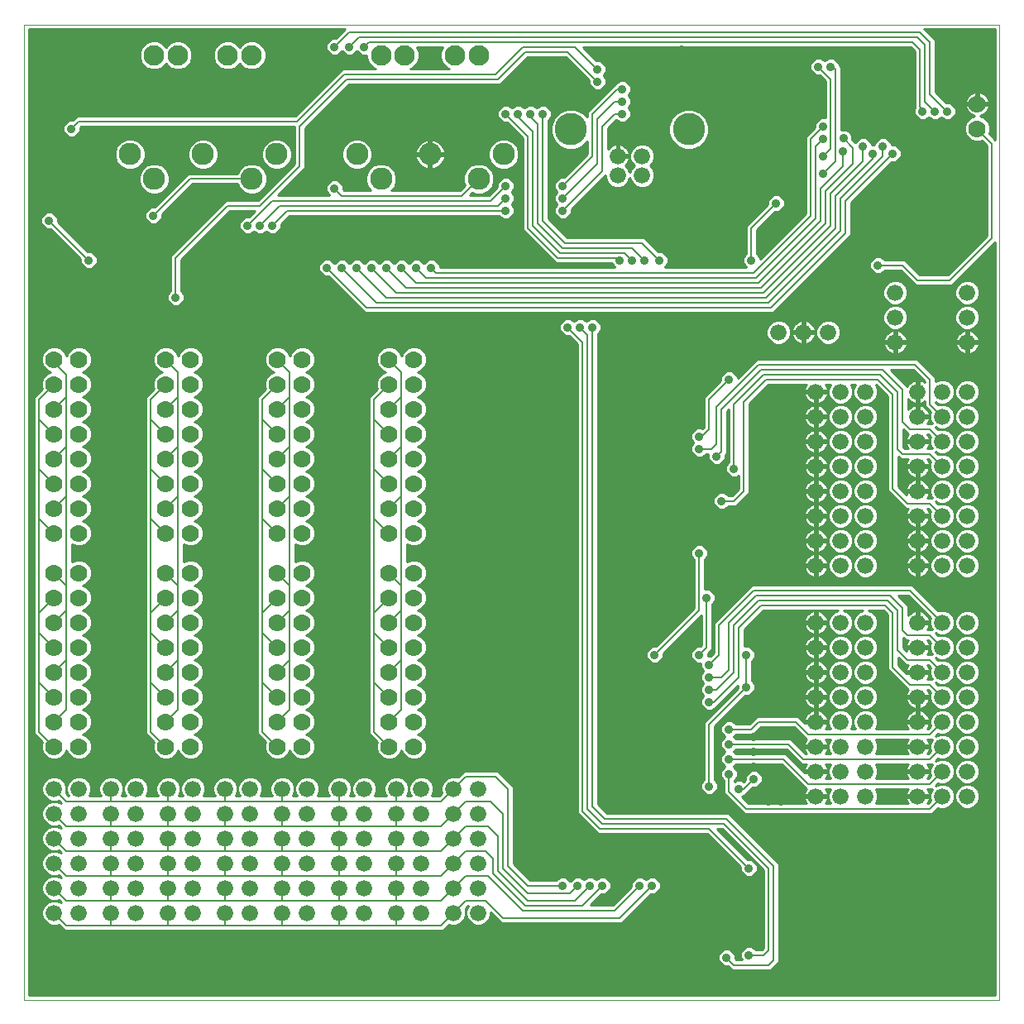
<source format=gbl>
G75*
%MOIN*%
%OFA0B0*%
%FSLAX25Y25*%
%IPPOS*%
%LPD*%
%AMOC8*
5,1,8,0,0,1.08239X$1,22.5*
%
%ADD10C,0.00000*%
%ADD11C,0.06600*%
%ADD12C,0.13000*%
%ADD13C,0.09000*%
%ADD14C,0.08268*%
%ADD15C,0.07000*%
%ADD16C,0.00800*%
%ADD17C,0.03575*%
%ADD18C,0.01000*%
%ADD19C,0.23622*%
D10*
X0001500Y0001500D02*
X0001500Y0394500D01*
X0394500Y0394500D01*
X0394500Y0001500D01*
X0001500Y0001500D01*
D11*
X0013500Y0036500D03*
X0013500Y0046500D03*
X0023500Y0046500D03*
X0023500Y0036500D03*
X0036500Y0036500D03*
X0036500Y0046500D03*
X0046500Y0046500D03*
X0046500Y0036500D03*
X0059500Y0036500D03*
X0059500Y0046500D03*
X0069500Y0046500D03*
X0069500Y0036500D03*
X0082500Y0036500D03*
X0082500Y0046500D03*
X0082500Y0056500D03*
X0082500Y0066500D03*
X0082500Y0076500D03*
X0082500Y0086500D03*
X0092500Y0086500D03*
X0092500Y0076500D03*
X0092500Y0066500D03*
X0092500Y0056500D03*
X0092500Y0046500D03*
X0092500Y0036500D03*
X0105500Y0036500D03*
X0105500Y0046500D03*
X0105500Y0056500D03*
X0105500Y0066500D03*
X0105500Y0076500D03*
X0105500Y0086500D03*
X0115500Y0086500D03*
X0115500Y0076500D03*
X0115500Y0066500D03*
X0115500Y0056500D03*
X0115500Y0046500D03*
X0115500Y0036500D03*
X0128500Y0036500D03*
X0128500Y0046500D03*
X0138500Y0046500D03*
X0138500Y0036500D03*
X0151500Y0036500D03*
X0151500Y0046500D03*
X0161500Y0046500D03*
X0161500Y0036500D03*
X0174500Y0036500D03*
X0174500Y0046500D03*
X0184500Y0046500D03*
X0184500Y0036500D03*
X0184500Y0056500D03*
X0184500Y0066500D03*
X0174500Y0066500D03*
X0174500Y0056500D03*
X0161500Y0056500D03*
X0161500Y0066500D03*
X0151500Y0066500D03*
X0151500Y0056500D03*
X0138500Y0056500D03*
X0138500Y0066500D03*
X0128500Y0066500D03*
X0128500Y0056500D03*
X0128500Y0076500D03*
X0128500Y0086500D03*
X0138500Y0086500D03*
X0138500Y0076500D03*
X0151500Y0076500D03*
X0151500Y0086500D03*
X0161500Y0086500D03*
X0161500Y0076500D03*
X0174500Y0076500D03*
X0174500Y0086500D03*
X0184500Y0086500D03*
X0184500Y0076500D03*
X0069500Y0076500D03*
X0069500Y0086500D03*
X0059500Y0086500D03*
X0059500Y0076500D03*
X0059500Y0066500D03*
X0059500Y0056500D03*
X0069500Y0056500D03*
X0069500Y0066500D03*
X0046500Y0066500D03*
X0046500Y0056500D03*
X0036500Y0056500D03*
X0036500Y0066500D03*
X0036500Y0076500D03*
X0036500Y0086500D03*
X0046500Y0086500D03*
X0046500Y0076500D03*
X0023500Y0076500D03*
X0023500Y0086500D03*
X0013500Y0086500D03*
X0013500Y0076500D03*
X0013500Y0066500D03*
X0013500Y0056500D03*
X0023500Y0056500D03*
X0023500Y0066500D03*
X0240579Y0333700D03*
X0240579Y0341500D03*
X0250421Y0341500D03*
X0250421Y0333700D03*
X0305500Y0270500D03*
X0315500Y0270500D03*
X0325500Y0270500D03*
X0320500Y0246500D03*
X0320500Y0236500D03*
X0320500Y0226500D03*
X0320500Y0216500D03*
X0320500Y0206500D03*
X0320500Y0196500D03*
X0320500Y0186500D03*
X0320500Y0176500D03*
X0330500Y0176500D03*
X0340500Y0176500D03*
X0340500Y0186500D03*
X0340500Y0196500D03*
X0330500Y0196500D03*
X0330500Y0186500D03*
X0330500Y0206500D03*
X0330500Y0216500D03*
X0340500Y0216500D03*
X0340500Y0206500D03*
X0340500Y0226500D03*
X0340500Y0236500D03*
X0330500Y0236500D03*
X0330500Y0226500D03*
X0330500Y0246500D03*
X0340500Y0246500D03*
X0352500Y0266500D03*
X0352500Y0276500D03*
X0352500Y0286500D03*
X0381500Y0286500D03*
X0381500Y0276500D03*
X0381500Y0266500D03*
X0381500Y0246500D03*
X0381500Y0236500D03*
X0381500Y0226500D03*
X0381500Y0216500D03*
X0381500Y0206500D03*
X0381500Y0196500D03*
X0381500Y0186500D03*
X0381500Y0176500D03*
X0371500Y0176500D03*
X0361500Y0176500D03*
X0361500Y0186500D03*
X0361500Y0196500D03*
X0371500Y0196500D03*
X0371500Y0186500D03*
X0371500Y0206500D03*
X0371500Y0216500D03*
X0361500Y0216500D03*
X0361500Y0206500D03*
X0361500Y0226500D03*
X0361500Y0236500D03*
X0371500Y0236500D03*
X0371500Y0226500D03*
X0371500Y0246500D03*
X0361500Y0246500D03*
X0361500Y0153500D03*
X0361500Y0143500D03*
X0371500Y0143500D03*
X0371500Y0153500D03*
X0381500Y0153500D03*
X0381500Y0143500D03*
X0381500Y0133500D03*
X0381500Y0123500D03*
X0381500Y0113500D03*
X0381500Y0103500D03*
X0381500Y0093500D03*
X0381500Y0083500D03*
X0371500Y0083500D03*
X0371500Y0093500D03*
X0361500Y0093500D03*
X0361500Y0083500D03*
X0361500Y0103500D03*
X0361500Y0113500D03*
X0371500Y0113500D03*
X0371500Y0103500D03*
X0371500Y0123500D03*
X0371500Y0133500D03*
X0361500Y0133500D03*
X0361500Y0123500D03*
X0340500Y0123500D03*
X0340500Y0133500D03*
X0330500Y0133500D03*
X0330500Y0123500D03*
X0330500Y0113500D03*
X0330500Y0103500D03*
X0340500Y0103500D03*
X0340500Y0113500D03*
X0340500Y0093500D03*
X0340500Y0083500D03*
X0330500Y0083500D03*
X0330500Y0093500D03*
X0320500Y0093500D03*
X0320500Y0083500D03*
X0320500Y0103500D03*
X0320500Y0113500D03*
X0320500Y0123500D03*
X0320500Y0133500D03*
X0320500Y0143500D03*
X0320500Y0153500D03*
X0330500Y0153500D03*
X0330500Y0143500D03*
X0340500Y0143500D03*
X0340500Y0153500D03*
D12*
X0269200Y0352200D03*
X0221800Y0352200D03*
D13*
X0194635Y0342227D03*
X0184635Y0332306D03*
X0164989Y0342187D03*
X0145265Y0332266D03*
X0135540Y0342227D03*
X0103135Y0342227D03*
X0093135Y0332306D03*
X0073489Y0342187D03*
X0053765Y0332266D03*
X0044040Y0342227D03*
D14*
X0053735Y0382027D03*
X0063335Y0382027D03*
X0083435Y0382027D03*
X0093135Y0382027D03*
X0145235Y0382027D03*
X0154835Y0382027D03*
X0174935Y0382027D03*
X0184635Y0382027D03*
D15*
X0158500Y0259500D03*
X0158500Y0249500D03*
X0158500Y0239500D03*
X0158500Y0229500D03*
X0158500Y0219500D03*
X0158500Y0209500D03*
X0158500Y0199500D03*
X0158500Y0189500D03*
X0148500Y0189500D03*
X0148500Y0199500D03*
X0148500Y0209500D03*
X0148500Y0219500D03*
X0148500Y0229500D03*
X0148500Y0239500D03*
X0148500Y0249500D03*
X0148500Y0259500D03*
X0113500Y0259500D03*
X0113500Y0249500D03*
X0103500Y0249500D03*
X0103500Y0259500D03*
X0103500Y0239500D03*
X0113500Y0239500D03*
X0113500Y0229500D03*
X0113500Y0219500D03*
X0103500Y0219500D03*
X0103500Y0229500D03*
X0103500Y0209500D03*
X0103500Y0199500D03*
X0113500Y0199500D03*
X0113500Y0209500D03*
X0113500Y0189500D03*
X0103500Y0189500D03*
X0103500Y0173500D03*
X0103500Y0163500D03*
X0113500Y0163500D03*
X0113500Y0173500D03*
X0113500Y0153500D03*
X0113500Y0143500D03*
X0103500Y0143500D03*
X0103500Y0153500D03*
X0103500Y0133500D03*
X0103500Y0123500D03*
X0113500Y0123500D03*
X0113500Y0133500D03*
X0113500Y0113500D03*
X0113500Y0103500D03*
X0103500Y0103500D03*
X0103500Y0113500D03*
X0068500Y0113500D03*
X0068500Y0103500D03*
X0058500Y0103500D03*
X0058500Y0113500D03*
X0058500Y0123500D03*
X0058500Y0133500D03*
X0058500Y0143500D03*
X0058500Y0153500D03*
X0058500Y0163500D03*
X0058500Y0173500D03*
X0068500Y0173500D03*
X0068500Y0163500D03*
X0068500Y0153500D03*
X0068500Y0143500D03*
X0068500Y0133500D03*
X0068500Y0123500D03*
X0023500Y0123500D03*
X0023500Y0133500D03*
X0013500Y0133500D03*
X0013500Y0123500D03*
X0013500Y0113500D03*
X0013500Y0103500D03*
X0023500Y0103500D03*
X0023500Y0113500D03*
X0023500Y0143500D03*
X0023500Y0153500D03*
X0013500Y0153500D03*
X0013500Y0143500D03*
X0013500Y0163500D03*
X0013500Y0173500D03*
X0023500Y0173500D03*
X0023500Y0163500D03*
X0023500Y0189500D03*
X0013500Y0189500D03*
X0013500Y0199500D03*
X0013500Y0209500D03*
X0023500Y0209500D03*
X0023500Y0199500D03*
X0023500Y0219500D03*
X0023500Y0229500D03*
X0013500Y0229500D03*
X0013500Y0219500D03*
X0013500Y0239500D03*
X0023500Y0239500D03*
X0023500Y0249500D03*
X0023500Y0259500D03*
X0013500Y0259500D03*
X0013500Y0249500D03*
X0058500Y0249500D03*
X0058500Y0259500D03*
X0068500Y0259500D03*
X0068500Y0249500D03*
X0068500Y0239500D03*
X0068500Y0229500D03*
X0068500Y0219500D03*
X0068500Y0209500D03*
X0068500Y0199500D03*
X0068500Y0189500D03*
X0058500Y0189500D03*
X0058500Y0199500D03*
X0058500Y0209500D03*
X0058500Y0219500D03*
X0058500Y0229500D03*
X0058500Y0239500D03*
X0148500Y0173500D03*
X0148500Y0163500D03*
X0148500Y0153500D03*
X0148500Y0143500D03*
X0148500Y0133500D03*
X0148500Y0123500D03*
X0148500Y0113500D03*
X0148500Y0103500D03*
X0158500Y0103500D03*
X0158500Y0113500D03*
X0158500Y0123500D03*
X0158500Y0133500D03*
X0158500Y0143500D03*
X0158500Y0153500D03*
X0158500Y0163500D03*
X0158500Y0173500D03*
X0385500Y0352500D03*
X0385500Y0362500D03*
D16*
X0385500Y0352500D02*
X0391500Y0346500D01*
X0391500Y0308500D01*
X0374500Y0291500D01*
X0361500Y0291500D01*
X0355500Y0297500D01*
X0345500Y0297500D01*
X0332500Y0310500D02*
X0332500Y0323500D01*
X0351500Y0342500D01*
X0347500Y0341500D02*
X0347500Y0345500D01*
X0347500Y0341500D02*
X0330500Y0324500D01*
X0330500Y0311500D01*
X0301500Y0282500D01*
X0143500Y0282500D01*
X0129500Y0296500D01*
X0123500Y0296500D02*
X0139500Y0280500D01*
X0302500Y0280500D01*
X0332500Y0310500D01*
X0328500Y0312500D02*
X0328500Y0325500D01*
X0343500Y0340500D01*
X0343500Y0342500D01*
X0339500Y0339500D02*
X0339500Y0345500D01*
X0335500Y0344657D02*
X0331579Y0348579D01*
X0335500Y0344657D02*
X0335500Y0338500D01*
X0324500Y0327500D01*
X0324500Y0314500D01*
X0298500Y0288500D01*
X0155500Y0288500D01*
X0147500Y0296500D01*
X0153500Y0296500D02*
X0159500Y0290500D01*
X0297500Y0290500D01*
X0322500Y0315500D01*
X0322500Y0328500D01*
X0331500Y0337500D01*
X0331500Y0343500D01*
X0328500Y0339500D02*
X0328500Y0376500D01*
X0327500Y0377500D01*
X0326500Y0377500D01*
X0326500Y0372500D02*
X0321500Y0377500D01*
X0326500Y0372500D02*
X0326500Y0344500D01*
X0323500Y0341500D01*
X0320500Y0345500D02*
X0323500Y0348500D01*
X0320500Y0345500D02*
X0320500Y0316500D01*
X0296500Y0292500D01*
X0163500Y0292500D01*
X0159500Y0296500D01*
X0165500Y0296500D02*
X0167500Y0294500D01*
X0295500Y0294500D01*
X0318500Y0317500D01*
X0318500Y0348500D01*
X0323500Y0353500D01*
X0328500Y0339500D02*
X0323500Y0334500D01*
X0326500Y0326500D02*
X0339500Y0339500D01*
X0326500Y0326500D02*
X0326500Y0313500D01*
X0299500Y0286500D01*
X0151500Y0286500D01*
X0141500Y0296500D01*
X0135500Y0296500D02*
X0147500Y0284500D01*
X0300500Y0284500D01*
X0328500Y0312500D01*
X0304500Y0322500D02*
X0294500Y0312500D01*
X0294500Y0299500D01*
X0257500Y0299500D02*
X0250500Y0306500D01*
X0219500Y0306500D01*
X0210500Y0315500D01*
X0210500Y0358500D01*
X0208500Y0354500D02*
X0208500Y0314500D01*
X0218500Y0304500D01*
X0246500Y0304500D01*
X0251500Y0299500D01*
X0246500Y0299500D02*
X0243500Y0302500D01*
X0217500Y0302500D01*
X0206500Y0313500D01*
X0206500Y0351500D01*
X0200500Y0357500D01*
X0200500Y0358500D01*
X0195500Y0358500D02*
X0204500Y0349500D01*
X0204500Y0312500D01*
X0216500Y0300500D01*
X0240500Y0300500D01*
X0241500Y0299500D01*
X0218500Y0319500D02*
X0234500Y0335500D01*
X0234500Y0353500D01*
X0239500Y0358500D01*
X0242500Y0358500D01*
X0242500Y0363500D02*
X0239500Y0363500D01*
X0232500Y0356500D01*
X0232500Y0338500D01*
X0218500Y0324500D01*
X0218500Y0329500D02*
X0230500Y0341500D01*
X0230500Y0358500D01*
X0240500Y0368500D01*
X0242500Y0368500D01*
X0232500Y0371500D02*
X0220500Y0383500D01*
X0203500Y0383500D01*
X0192500Y0372500D01*
X0131500Y0372500D01*
X0112500Y0353500D01*
X0112500Y0337500D01*
X0096500Y0321500D01*
X0083500Y0321500D01*
X0062500Y0300500D01*
X0062500Y0284500D01*
X0058500Y0259500D02*
X0063500Y0254500D01*
X0063500Y0244500D01*
X0063500Y0224500D01*
X0063500Y0204500D01*
X0063500Y0168500D01*
X0063500Y0158500D01*
X0063500Y0138500D01*
X0063500Y0118500D01*
X0058500Y0113500D01*
X0052500Y0109500D02*
X0052500Y0129500D01*
X0052500Y0149500D01*
X0058500Y0143500D01*
X0052500Y0149500D02*
X0052500Y0157500D01*
X0052500Y0195500D01*
X0052500Y0215500D01*
X0052500Y0235500D01*
X0058500Y0229500D01*
X0063500Y0224500D02*
X0058500Y0219500D01*
X0052500Y0215500D02*
X0058500Y0209500D01*
X0063500Y0204500D02*
X0058500Y0199500D01*
X0052500Y0195500D02*
X0058500Y0189500D01*
X0058500Y0173500D02*
X0063500Y0168500D01*
X0058500Y0163500D02*
X0052500Y0157500D01*
X0058500Y0153500D02*
X0063500Y0158500D01*
X0063500Y0138500D02*
X0058500Y0133500D01*
X0052500Y0129500D02*
X0058500Y0123500D01*
X0052500Y0109500D02*
X0058500Y0103500D01*
X0059500Y0086500D02*
X0059500Y0081500D01*
X0082500Y0081500D01*
X0082500Y0086500D01*
X0082500Y0081500D02*
X0105500Y0081500D01*
X0105500Y0086500D01*
X0105500Y0081500D02*
X0128500Y0081500D01*
X0128500Y0086500D01*
X0128500Y0081500D02*
X0151500Y0081500D01*
X0151500Y0086500D01*
X0151500Y0081500D02*
X0169500Y0081500D01*
X0174500Y0086500D01*
X0179500Y0091500D01*
X0191500Y0091500D01*
X0196500Y0086500D01*
X0196500Y0055500D01*
X0204500Y0047500D01*
X0218500Y0047500D01*
X0221500Y0044500D02*
X0224500Y0047500D01*
X0221500Y0044500D02*
X0204500Y0044500D01*
X0194500Y0054500D01*
X0194500Y0076500D01*
X0189500Y0081500D01*
X0179500Y0081500D01*
X0174500Y0076500D01*
X0169500Y0071500D01*
X0151500Y0071500D01*
X0151500Y0076500D01*
X0151500Y0071500D02*
X0128500Y0071500D01*
X0128500Y0076500D01*
X0128500Y0071500D02*
X0105500Y0071500D01*
X0105500Y0076500D01*
X0105500Y0071500D02*
X0082500Y0071500D01*
X0082500Y0076500D01*
X0082500Y0071500D02*
X0059500Y0071500D01*
X0059500Y0076500D01*
X0059500Y0071500D02*
X0036500Y0071500D01*
X0018500Y0071500D01*
X0013500Y0076500D01*
X0018500Y0081500D02*
X0036500Y0081500D01*
X0036500Y0086500D01*
X0036500Y0081500D02*
X0059500Y0081500D01*
X0059500Y0066500D02*
X0059500Y0061500D01*
X0082500Y0061500D01*
X0082500Y0066500D01*
X0082500Y0061500D02*
X0105500Y0061500D01*
X0105500Y0066500D01*
X0105500Y0061500D02*
X0128500Y0061500D01*
X0128500Y0066500D01*
X0128500Y0061500D02*
X0151500Y0061500D01*
X0151500Y0066500D01*
X0151500Y0061500D02*
X0169500Y0061500D01*
X0174500Y0066500D01*
X0179500Y0071500D01*
X0188500Y0071500D01*
X0192500Y0067500D01*
X0192500Y0053500D01*
X0204500Y0041500D01*
X0223500Y0041500D01*
X0229500Y0047500D01*
X0234500Y0047500D02*
X0226500Y0039500D01*
X0203500Y0039500D01*
X0190500Y0052500D01*
X0190500Y0058500D01*
X0187500Y0061500D01*
X0179500Y0061500D01*
X0174500Y0056500D01*
X0169500Y0051500D01*
X0151500Y0051500D01*
X0151500Y0056500D01*
X0151500Y0051500D02*
X0128500Y0051500D01*
X0128500Y0056500D01*
X0128500Y0051500D02*
X0105500Y0051500D01*
X0105500Y0056500D01*
X0105500Y0051500D02*
X0082500Y0051500D01*
X0082500Y0056500D01*
X0082500Y0051500D02*
X0059500Y0051500D01*
X0059500Y0056500D01*
X0059500Y0051500D02*
X0036500Y0051500D01*
X0036500Y0056500D01*
X0036500Y0051500D02*
X0018500Y0051500D01*
X0013500Y0056500D01*
X0018500Y0061500D02*
X0036500Y0061500D01*
X0036500Y0066500D01*
X0036500Y0061500D02*
X0059500Y0061500D01*
X0059500Y0046500D02*
X0059500Y0041500D01*
X0082500Y0041500D01*
X0082500Y0046500D01*
X0082500Y0041500D02*
X0105500Y0041500D01*
X0105500Y0046500D01*
X0105500Y0041500D02*
X0128500Y0041500D01*
X0128500Y0046500D01*
X0128500Y0041500D02*
X0151500Y0041500D01*
X0151500Y0046500D01*
X0151500Y0041500D02*
X0169500Y0041500D01*
X0174500Y0046500D01*
X0179500Y0051500D01*
X0188500Y0051500D01*
X0202500Y0037500D01*
X0239500Y0037500D01*
X0249500Y0047500D01*
X0254500Y0047500D02*
X0241500Y0034500D01*
X0194500Y0034500D01*
X0187500Y0041500D01*
X0179500Y0041500D01*
X0174500Y0036500D01*
X0169500Y0031500D01*
X0151500Y0031500D01*
X0151500Y0036500D01*
X0151500Y0031500D02*
X0128500Y0031500D01*
X0128500Y0036500D01*
X0128500Y0031500D02*
X0105500Y0031500D01*
X0105500Y0036500D01*
X0105500Y0031500D02*
X0082500Y0031500D01*
X0082500Y0036500D01*
X0082500Y0031500D02*
X0059500Y0031500D01*
X0059500Y0036500D01*
X0059500Y0041500D02*
X0036500Y0041500D01*
X0036500Y0046500D01*
X0036500Y0041500D02*
X0018500Y0041500D01*
X0013500Y0046500D01*
X0013500Y0036500D02*
X0018500Y0031500D01*
X0036500Y0031500D01*
X0036500Y0036500D01*
X0036500Y0031500D02*
X0059500Y0031500D01*
X0036500Y0071500D02*
X0036500Y0076500D01*
X0018500Y0081500D02*
X0013500Y0086500D01*
X0013500Y0103500D02*
X0007500Y0109500D01*
X0007500Y0129500D01*
X0007500Y0149500D01*
X0013500Y0143500D01*
X0018500Y0138500D02*
X0018500Y0118500D01*
X0013500Y0113500D01*
X0013500Y0123500D02*
X0007500Y0129500D01*
X0013500Y0133500D02*
X0018500Y0138500D01*
X0018500Y0158500D01*
X0013500Y0153500D01*
X0018500Y0158500D02*
X0018500Y0168500D01*
X0018500Y0204500D01*
X0013500Y0199500D01*
X0018500Y0204500D02*
X0018500Y0224500D01*
X0018500Y0244500D01*
X0013500Y0239500D01*
X0018500Y0244500D02*
X0018500Y0253500D01*
X0013500Y0258500D01*
X0013500Y0259500D01*
X0013500Y0249500D02*
X0007500Y0243500D01*
X0007500Y0235500D01*
X0007500Y0215500D01*
X0007500Y0195500D01*
X0007500Y0157500D01*
X0007500Y0149500D01*
X0007500Y0157500D02*
X0013500Y0163500D01*
X0018500Y0168500D02*
X0013500Y0173500D01*
X0013500Y0189500D02*
X0007500Y0195500D01*
X0013500Y0209500D02*
X0007500Y0215500D01*
X0013500Y0219500D02*
X0018500Y0224500D01*
X0013500Y0229500D02*
X0007500Y0235500D01*
X0052500Y0235500D02*
X0052500Y0243500D01*
X0058500Y0249500D01*
X0063500Y0244500D02*
X0058500Y0239500D01*
X0097500Y0235500D02*
X0097500Y0215500D01*
X0097500Y0195500D01*
X0097500Y0157500D01*
X0103500Y0163500D01*
X0108500Y0158500D02*
X0108500Y0138500D01*
X0108500Y0118500D01*
X0103500Y0113500D01*
X0097500Y0109500D02*
X0103500Y0103500D01*
X0097500Y0109500D02*
X0097500Y0129500D01*
X0097500Y0149500D01*
X0103500Y0143500D01*
X0108500Y0138500D02*
X0103500Y0133500D01*
X0097500Y0129500D02*
X0103500Y0123500D01*
X0097500Y0149500D02*
X0097500Y0157500D01*
X0103500Y0153500D02*
X0108500Y0158500D01*
X0108500Y0168500D01*
X0108500Y0204500D01*
X0108500Y0224500D01*
X0108500Y0244500D01*
X0103500Y0239500D01*
X0108500Y0244500D02*
X0108500Y0254500D01*
X0103500Y0259500D01*
X0103500Y0249500D02*
X0097500Y0243500D01*
X0097500Y0235500D01*
X0103500Y0229500D01*
X0108500Y0224500D02*
X0103500Y0219500D01*
X0097500Y0215500D02*
X0103500Y0209500D01*
X0108500Y0204500D02*
X0103500Y0199500D01*
X0097500Y0195500D02*
X0103500Y0189500D01*
X0103500Y0173500D02*
X0108500Y0168500D01*
X0142500Y0157500D02*
X0142500Y0149500D01*
X0142500Y0129500D01*
X0142500Y0109500D01*
X0148500Y0103500D01*
X0148500Y0113500D02*
X0153500Y0118500D01*
X0153500Y0138500D01*
X0153500Y0158500D01*
X0148500Y0153500D01*
X0153500Y0158500D02*
X0153500Y0168500D01*
X0153500Y0204500D01*
X0153500Y0224500D01*
X0153500Y0244500D01*
X0148500Y0239500D01*
X0153500Y0244500D02*
X0153500Y0254500D01*
X0148500Y0259500D01*
X0148500Y0249500D02*
X0142500Y0243500D01*
X0142500Y0235500D01*
X0142500Y0215500D01*
X0142500Y0195500D01*
X0142500Y0157500D01*
X0148500Y0163500D01*
X0153500Y0168500D02*
X0148500Y0173500D01*
X0148500Y0189500D02*
X0142500Y0195500D01*
X0148500Y0199500D02*
X0153500Y0204500D01*
X0148500Y0209500D02*
X0142500Y0215500D01*
X0148500Y0219500D02*
X0153500Y0224500D01*
X0148500Y0229500D02*
X0142500Y0235500D01*
X0220500Y0272500D02*
X0226500Y0266500D01*
X0226500Y0077500D01*
X0233500Y0070500D01*
X0277500Y0070500D01*
X0293500Y0054500D01*
X0301500Y0054500D02*
X0301500Y0021500D01*
X0299500Y0019500D01*
X0293500Y0019500D01*
X0287500Y0015500D02*
X0301500Y0015500D01*
X0303500Y0017500D01*
X0303500Y0055500D01*
X0284500Y0074500D01*
X0235500Y0074500D01*
X0230500Y0079500D01*
X0230500Y0272500D01*
X0228500Y0269500D02*
X0225500Y0272500D01*
X0228500Y0269500D02*
X0228500Y0078500D01*
X0234500Y0072500D01*
X0283500Y0072500D01*
X0301500Y0054500D01*
X0292500Y0078500D02*
X0366500Y0078500D01*
X0371500Y0083500D01*
X0366500Y0088500D02*
X0371500Y0093500D01*
X0366500Y0088500D02*
X0317500Y0088500D01*
X0307500Y0098500D01*
X0285500Y0098500D01*
X0285500Y0092500D02*
X0285500Y0085500D01*
X0292500Y0078500D01*
X0291500Y0086500D02*
X0295500Y0090500D01*
X0291500Y0086500D02*
X0289500Y0086500D01*
X0277500Y0087500D02*
X0277500Y0112500D01*
X0292500Y0127500D01*
X0292500Y0140500D01*
X0287500Y0133500D02*
X0287500Y0152500D01*
X0297500Y0162500D01*
X0349500Y0162500D01*
X0353500Y0158500D01*
X0353500Y0142500D01*
X0357500Y0138500D01*
X0366500Y0138500D01*
X0371500Y0133500D01*
X0366500Y0128500D02*
X0371500Y0123500D01*
X0366500Y0128500D02*
X0358500Y0128500D01*
X0351500Y0135500D01*
X0351500Y0157500D01*
X0348500Y0160500D01*
X0298500Y0160500D01*
X0289500Y0151500D01*
X0289500Y0131500D01*
X0279500Y0121500D01*
X0277500Y0121500D01*
X0277500Y0126500D02*
X0280500Y0126500D01*
X0287500Y0133500D01*
X0285500Y0134500D02*
X0285500Y0153500D01*
X0296500Y0164500D01*
X0350500Y0164500D01*
X0355500Y0159500D01*
X0355500Y0150500D01*
X0357500Y0148500D01*
X0366500Y0148500D01*
X0371500Y0143500D01*
X0371500Y0153500D02*
X0358500Y0166500D01*
X0295500Y0166500D01*
X0281500Y0152500D01*
X0281500Y0140500D01*
X0277500Y0136500D01*
X0277500Y0131500D02*
X0282500Y0131500D01*
X0285500Y0134500D01*
X0276500Y0143500D02*
X0273500Y0140500D01*
X0276500Y0143500D02*
X0276500Y0163500D01*
X0273500Y0158500D02*
X0255500Y0140500D01*
X0273500Y0158500D02*
X0273500Y0181500D01*
X0282500Y0202500D02*
X0287500Y0202500D01*
X0291500Y0206500D01*
X0291500Y0242500D01*
X0300500Y0251500D01*
X0345500Y0251500D01*
X0351500Y0245500D01*
X0351500Y0207500D01*
X0357500Y0201500D01*
X0366500Y0201500D01*
X0371500Y0196500D01*
X0371500Y0216500D02*
X0366500Y0221500D01*
X0355500Y0221500D01*
X0353500Y0223500D01*
X0353500Y0246500D01*
X0346500Y0253500D01*
X0299500Y0253500D01*
X0287500Y0241500D01*
X0287500Y0215500D01*
X0282500Y0222500D02*
X0280500Y0220500D01*
X0282500Y0222500D02*
X0282500Y0239500D01*
X0298500Y0255500D01*
X0347500Y0255500D01*
X0355500Y0247500D01*
X0355500Y0234500D01*
X0358500Y0231500D01*
X0366500Y0231500D01*
X0371500Y0226500D01*
X0371500Y0236500D02*
X0366500Y0241500D01*
X0366500Y0251500D01*
X0360500Y0257500D01*
X0297500Y0257500D01*
X0280500Y0240500D01*
X0280500Y0225500D01*
X0278500Y0223500D01*
X0273500Y0223500D01*
X0273500Y0228500D02*
X0274500Y0228500D01*
X0277500Y0231500D01*
X0277500Y0243500D01*
X0285500Y0251500D01*
X0195500Y0319500D02*
X0107500Y0319500D01*
X0101500Y0313500D01*
X0096500Y0313500D02*
X0104500Y0321500D01*
X0192500Y0321500D01*
X0195500Y0324500D01*
X0195500Y0329500D02*
X0189500Y0323500D01*
X0101500Y0323500D01*
X0091500Y0313500D01*
X0093135Y0332306D02*
X0068306Y0332306D01*
X0053500Y0317500D01*
X0027500Y0299500D02*
X0011500Y0315500D01*
X0020500Y0352500D02*
X0023500Y0355500D01*
X0111500Y0355500D01*
X0130500Y0374500D01*
X0191500Y0374500D01*
X0202500Y0385500D01*
X0223500Y0385500D01*
X0232500Y0376500D01*
X0208500Y0354500D02*
X0205500Y0357500D01*
X0205500Y0358500D01*
X0184635Y0332306D02*
X0177829Y0325500D01*
X0129500Y0325500D01*
X0126500Y0328500D01*
X0126500Y0385500D02*
X0132500Y0391500D01*
X0362500Y0391500D01*
X0366500Y0387500D01*
X0366500Y0366500D01*
X0373500Y0359500D01*
X0368500Y0359500D02*
X0364500Y0363500D01*
X0364500Y0386500D01*
X0361500Y0389500D01*
X0136500Y0389500D01*
X0132500Y0385500D01*
X0138500Y0385500D02*
X0140500Y0387500D01*
X0359500Y0387500D01*
X0362500Y0384500D01*
X0362500Y0361500D01*
X0363500Y0360500D01*
X0363500Y0359500D01*
X0148500Y0143500D02*
X0142500Y0149500D01*
X0153500Y0138500D02*
X0148500Y0133500D01*
X0142500Y0129500D02*
X0148500Y0123500D01*
X0018500Y0061500D02*
X0013500Y0066500D01*
X0284500Y0018500D02*
X0287500Y0015500D01*
X0315500Y0098500D02*
X0366500Y0098500D01*
X0371500Y0103500D01*
X0366500Y0108500D02*
X0371500Y0113500D01*
X0366500Y0108500D02*
X0317500Y0108500D01*
X0312500Y0113500D01*
X0297500Y0113500D01*
X0294500Y0110500D01*
X0285500Y0110500D01*
X0285500Y0104500D02*
X0309500Y0104500D01*
X0315500Y0098500D01*
D17*
X0306500Y0081500D03*
X0301500Y0081500D03*
X0295500Y0090500D03*
X0289500Y0086500D03*
X0285500Y0092500D03*
X0285500Y0098500D03*
X0285500Y0104500D03*
X0285500Y0110500D03*
X0295500Y0107500D03*
X0295500Y0101500D03*
X0295500Y0095500D03*
X0277500Y0087500D03*
X0258500Y0085500D03*
X0229500Y0062500D03*
X0229500Y0047500D03*
X0224500Y0047500D03*
X0218500Y0047500D03*
X0234500Y0047500D03*
X0249500Y0047500D03*
X0254500Y0047500D03*
X0275500Y0022500D03*
X0284500Y0018500D03*
X0282500Y0013500D03*
X0293500Y0019500D03*
X0288500Y0029500D03*
X0296500Y0035500D03*
X0282500Y0040500D03*
X0293500Y0054500D03*
X0347500Y0083500D03*
X0347500Y0093500D03*
X0347500Y0103500D03*
X0347500Y0113500D03*
X0347500Y0123500D03*
X0388500Y0148500D03*
X0384500Y0166500D03*
X0387500Y0201500D03*
X0387500Y0231500D03*
X0347500Y0231500D03*
X0347500Y0191500D03*
X0308500Y0174500D03*
X0302500Y0156500D03*
X0292500Y0140500D03*
X0292500Y0127500D03*
X0289500Y0119500D03*
X0277500Y0121500D03*
X0277500Y0126500D03*
X0277500Y0131500D03*
X0277500Y0136500D03*
X0273500Y0140500D03*
X0261500Y0152500D03*
X0255500Y0140500D03*
X0267500Y0165500D03*
X0276500Y0163500D03*
X0283500Y0162500D03*
X0273500Y0181500D03*
X0282500Y0202500D03*
X0287500Y0215500D03*
X0280500Y0220500D03*
X0273500Y0223500D03*
X0273500Y0228500D03*
X0262500Y0244500D03*
X0274500Y0251500D03*
X0285500Y0251500D03*
X0307500Y0247500D03*
X0334500Y0281500D03*
X0345500Y0297500D03*
X0351500Y0310500D03*
X0371500Y0310500D03*
X0382500Y0294500D03*
X0374500Y0281500D03*
X0367500Y0331000D03*
X0351500Y0342500D03*
X0347500Y0345500D03*
X0343500Y0342500D03*
X0339500Y0345500D03*
X0331500Y0343500D03*
X0331579Y0348579D03*
X0323500Y0348500D03*
X0323500Y0353500D03*
X0315500Y0355500D03*
X0323500Y0341500D03*
X0323500Y0334500D03*
X0304500Y0322500D03*
X0304500Y0316500D03*
X0294500Y0299500D03*
X0271500Y0299500D03*
X0268500Y0312500D03*
X0257500Y0299500D03*
X0251500Y0299500D03*
X0246500Y0299500D03*
X0241500Y0299500D03*
X0231500Y0316500D03*
X0218500Y0319500D03*
X0218500Y0324500D03*
X0218500Y0329500D03*
X0199500Y0310500D03*
X0195500Y0319500D03*
X0195500Y0324500D03*
X0195500Y0329500D03*
X0185500Y0341500D03*
X0195500Y0358500D03*
X0200500Y0358500D03*
X0205500Y0358500D03*
X0210500Y0358500D03*
X0224500Y0364500D03*
X0224500Y0371500D03*
X0232500Y0371500D03*
X0232500Y0376500D03*
X0242500Y0368500D03*
X0242500Y0363500D03*
X0242500Y0358500D03*
X0216500Y0379500D03*
X0266500Y0384500D03*
X0293500Y0370500D03*
X0302500Y0383500D03*
X0314500Y0378500D03*
X0321500Y0377500D03*
X0326500Y0377500D03*
X0334500Y0365500D03*
X0353500Y0353500D03*
X0357500Y0360500D03*
X0363500Y0359500D03*
X0368500Y0359500D03*
X0373500Y0359500D03*
X0387500Y0342500D03*
X0284500Y0342500D03*
X0230500Y0272500D03*
X0225500Y0272500D03*
X0220500Y0272500D03*
X0258500Y0260500D03*
X0217500Y0226500D03*
X0217500Y0181500D03*
X0217500Y0135500D03*
X0229500Y0009500D03*
X0389500Y0078000D03*
X0389500Y0098500D03*
X0182500Y0310500D03*
X0165500Y0296500D03*
X0159500Y0296500D03*
X0153500Y0296500D03*
X0147500Y0296500D03*
X0141500Y0296500D03*
X0135500Y0296500D03*
X0129500Y0296500D03*
X0123500Y0296500D03*
X0117500Y0301500D03*
X0118500Y0312500D03*
X0101500Y0313500D03*
X0096500Y0313500D03*
X0091500Y0313500D03*
X0082500Y0290500D03*
X0078500Y0271500D03*
X0062500Y0284500D03*
X0054500Y0279500D03*
X0055500Y0300500D03*
X0053500Y0317500D03*
X0070500Y0328500D03*
X0083500Y0341500D03*
X0120500Y0345500D03*
X0126500Y0328500D03*
X0126500Y0273500D03*
X0026500Y0269500D03*
X0011500Y0282500D03*
X0027500Y0299500D03*
X0011500Y0315500D03*
X0020500Y0352500D03*
X0006500Y0365500D03*
X0073500Y0382500D03*
X0126500Y0385500D03*
X0132500Y0385500D03*
X0138500Y0385500D03*
X0165500Y0382500D03*
D18*
X0169101Y0382931D02*
X0160668Y0382931D01*
X0160668Y0383187D02*
X0159780Y0385331D01*
X0159712Y0385400D01*
X0170058Y0385400D01*
X0169989Y0385331D01*
X0169101Y0383187D01*
X0169101Y0380866D01*
X0169989Y0378722D01*
X0171630Y0377081D01*
X0172791Y0376600D01*
X0156978Y0376600D01*
X0158139Y0377081D01*
X0159780Y0378722D01*
X0160668Y0380866D01*
X0160668Y0383187D01*
X0160361Y0383930D02*
X0169408Y0383930D01*
X0169822Y0384928D02*
X0159947Y0384928D01*
X0160668Y0381933D02*
X0169101Y0381933D01*
X0169101Y0380934D02*
X0160668Y0380934D01*
X0160283Y0379936D02*
X0169486Y0379936D01*
X0169900Y0378937D02*
X0159869Y0378937D01*
X0158997Y0377939D02*
X0170772Y0377939D01*
X0171970Y0376940D02*
X0157799Y0376940D01*
X0143091Y0376600D02*
X0129630Y0376600D01*
X0110630Y0357600D01*
X0022630Y0357600D01*
X0021018Y0355987D01*
X0019806Y0355987D01*
X0018525Y0355456D01*
X0017544Y0354475D01*
X0017013Y0353194D01*
X0017013Y0351806D01*
X0017544Y0350525D01*
X0018525Y0349544D01*
X0019806Y0349013D01*
X0021194Y0349013D01*
X0022475Y0349544D01*
X0023456Y0350525D01*
X0023987Y0351806D01*
X0023987Y0353018D01*
X0024370Y0353400D01*
X0110400Y0353400D01*
X0110400Y0338370D01*
X0095630Y0323600D01*
X0082630Y0323600D01*
X0061630Y0302600D01*
X0060400Y0301370D01*
X0060400Y0287332D01*
X0059544Y0286475D01*
X0059013Y0285194D01*
X0059013Y0283806D01*
X0059544Y0282525D01*
X0060525Y0281544D01*
X0061806Y0281013D01*
X0063194Y0281013D01*
X0064475Y0281544D01*
X0065456Y0282525D01*
X0065987Y0283806D01*
X0065987Y0285194D01*
X0065456Y0286475D01*
X0064600Y0287332D01*
X0064600Y0299630D01*
X0084370Y0319400D01*
X0094430Y0319400D01*
X0092018Y0316987D01*
X0090806Y0316987D01*
X0089525Y0316456D01*
X0088544Y0315475D01*
X0088013Y0314194D01*
X0088013Y0312806D01*
X0088544Y0311525D01*
X0089525Y0310544D01*
X0090806Y0310013D01*
X0092194Y0310013D01*
X0093475Y0310544D01*
X0094000Y0311068D01*
X0094525Y0310544D01*
X0095806Y0310013D01*
X0097194Y0310013D01*
X0098475Y0310544D01*
X0099000Y0311068D01*
X0099525Y0310544D01*
X0100806Y0310013D01*
X0102194Y0310013D01*
X0103475Y0310544D01*
X0104456Y0311525D01*
X0104987Y0312806D01*
X0104987Y0314018D01*
X0108370Y0317400D01*
X0192668Y0317400D01*
X0193525Y0316544D01*
X0194806Y0316013D01*
X0196194Y0316013D01*
X0197475Y0316544D01*
X0198456Y0317525D01*
X0198987Y0318806D01*
X0198987Y0320194D01*
X0198456Y0321475D01*
X0197932Y0322000D01*
X0198456Y0322525D01*
X0198987Y0323806D01*
X0198987Y0325194D01*
X0198456Y0326475D01*
X0197932Y0327000D01*
X0198456Y0327525D01*
X0198987Y0328806D01*
X0198987Y0330194D01*
X0198456Y0331475D01*
X0197475Y0332456D01*
X0196194Y0332987D01*
X0194806Y0332987D01*
X0193525Y0332456D01*
X0192544Y0331475D01*
X0192013Y0330194D01*
X0192013Y0328982D01*
X0188630Y0325600D01*
X0180899Y0325600D01*
X0181989Y0326690D01*
X0183401Y0326106D01*
X0185868Y0326106D01*
X0188147Y0327049D01*
X0189891Y0328793D01*
X0190835Y0331072D01*
X0190835Y0333539D01*
X0189891Y0335818D01*
X0188147Y0337562D01*
X0185868Y0338505D01*
X0183401Y0338505D01*
X0181123Y0337562D01*
X0179379Y0335818D01*
X0178435Y0333539D01*
X0178435Y0331072D01*
X0179020Y0329660D01*
X0176959Y0327600D01*
X0149367Y0327600D01*
X0150521Y0328754D01*
X0151465Y0331033D01*
X0151465Y0333499D01*
X0150521Y0335778D01*
X0148777Y0337522D01*
X0146498Y0338466D01*
X0144031Y0338466D01*
X0141753Y0337522D01*
X0140008Y0335778D01*
X0139065Y0333499D01*
X0139065Y0331033D01*
X0140008Y0328754D01*
X0141163Y0327600D01*
X0130370Y0327600D01*
X0129987Y0327982D01*
X0129987Y0329194D01*
X0129456Y0330475D01*
X0128475Y0331456D01*
X0127194Y0331987D01*
X0125806Y0331987D01*
X0124525Y0331456D01*
X0123544Y0330475D01*
X0123013Y0329194D01*
X0123013Y0327806D01*
X0123544Y0326525D01*
X0124468Y0325600D01*
X0103570Y0325600D01*
X0114600Y0336630D01*
X0114600Y0352630D01*
X0132370Y0370400D01*
X0193370Y0370400D01*
X0194600Y0371630D01*
X0204370Y0381400D01*
X0219630Y0381400D01*
X0229013Y0372018D01*
X0229013Y0370806D01*
X0229544Y0369525D01*
X0230525Y0368544D01*
X0231806Y0368013D01*
X0233194Y0368013D01*
X0234475Y0368544D01*
X0235456Y0369525D01*
X0235987Y0370806D01*
X0235987Y0372194D01*
X0235456Y0373475D01*
X0234932Y0374000D01*
X0235456Y0374525D01*
X0235987Y0375806D01*
X0235987Y0377194D01*
X0235456Y0378475D01*
X0234475Y0379456D01*
X0233194Y0379987D01*
X0231982Y0379987D01*
X0226570Y0385400D01*
X0358630Y0385400D01*
X0360400Y0383630D01*
X0360400Y0361129D01*
X0360013Y0360194D01*
X0360013Y0358806D01*
X0360544Y0357525D01*
X0361525Y0356544D01*
X0362806Y0356013D01*
X0364194Y0356013D01*
X0365475Y0356544D01*
X0366000Y0357068D01*
X0366525Y0356544D01*
X0367806Y0356013D01*
X0369194Y0356013D01*
X0370475Y0356544D01*
X0371000Y0357068D01*
X0371525Y0356544D01*
X0372806Y0356013D01*
X0374194Y0356013D01*
X0375475Y0356544D01*
X0376456Y0357525D01*
X0376987Y0358806D01*
X0376987Y0360194D01*
X0376456Y0361475D01*
X0375475Y0362456D01*
X0374194Y0362987D01*
X0372982Y0362987D01*
X0368600Y0367370D01*
X0368600Y0388370D01*
X0367370Y0389600D01*
X0364600Y0392370D01*
X0364170Y0392800D01*
X0392800Y0392800D01*
X0392800Y0348170D01*
X0390350Y0350620D01*
X0390700Y0351466D01*
X0390700Y0353534D01*
X0389908Y0355446D01*
X0388446Y0356908D01*
X0386698Y0357632D01*
X0387419Y0357866D01*
X0388121Y0358224D01*
X0388757Y0358686D01*
X0389314Y0359243D01*
X0389776Y0359879D01*
X0390134Y0360581D01*
X0390377Y0361329D01*
X0390483Y0362000D01*
X0386000Y0362000D01*
X0386000Y0363000D01*
X0385000Y0363000D01*
X0385000Y0367483D01*
X0384329Y0367377D01*
X0383581Y0367134D01*
X0382879Y0366776D01*
X0382243Y0366314D01*
X0381686Y0365757D01*
X0381224Y0365121D01*
X0380866Y0364419D01*
X0380623Y0363671D01*
X0380517Y0363000D01*
X0385000Y0363000D01*
X0385000Y0362000D01*
X0380517Y0362000D01*
X0380623Y0361329D01*
X0380866Y0360581D01*
X0381224Y0359879D01*
X0381686Y0359243D01*
X0382243Y0358686D01*
X0382879Y0358224D01*
X0383581Y0357866D01*
X0384302Y0357632D01*
X0382554Y0356908D01*
X0381092Y0355446D01*
X0380300Y0353534D01*
X0380300Y0351466D01*
X0381092Y0349554D01*
X0382554Y0348092D01*
X0384466Y0347300D01*
X0386534Y0347300D01*
X0387380Y0347650D01*
X0389400Y0345630D01*
X0389400Y0309370D01*
X0373630Y0293600D01*
X0362370Y0293600D01*
X0356370Y0299600D01*
X0348332Y0299600D01*
X0347475Y0300456D01*
X0346194Y0300987D01*
X0344806Y0300987D01*
X0343525Y0300456D01*
X0342544Y0299475D01*
X0342013Y0298194D01*
X0342013Y0296806D01*
X0342544Y0295525D01*
X0343525Y0294544D01*
X0344806Y0294013D01*
X0346194Y0294013D01*
X0347475Y0294544D01*
X0348332Y0295400D01*
X0354630Y0295400D01*
X0359400Y0290630D01*
X0360630Y0289400D01*
X0375370Y0289400D01*
X0392370Y0306400D01*
X0392800Y0306830D01*
X0392800Y0003200D01*
X0003200Y0003200D01*
X0003200Y0392800D01*
X0130830Y0392800D01*
X0127018Y0388987D01*
X0125806Y0388987D01*
X0124525Y0388456D01*
X0123544Y0387475D01*
X0123013Y0386194D01*
X0123013Y0384806D01*
X0123544Y0383525D01*
X0124525Y0382544D01*
X0125806Y0382013D01*
X0127194Y0382013D01*
X0128475Y0382544D01*
X0129456Y0383525D01*
X0129500Y0383630D01*
X0129544Y0383525D01*
X0130525Y0382544D01*
X0131806Y0382013D01*
X0133194Y0382013D01*
X0134475Y0382544D01*
X0135456Y0383525D01*
X0135500Y0383630D01*
X0135544Y0383525D01*
X0136525Y0382544D01*
X0137806Y0382013D01*
X0139194Y0382013D01*
X0139401Y0382098D01*
X0139401Y0380866D01*
X0140289Y0378722D01*
X0141930Y0377081D01*
X0143091Y0376600D01*
X0142270Y0376940D02*
X0096099Y0376940D01*
X0096439Y0377081D02*
X0098080Y0378722D01*
X0098968Y0380866D01*
X0098968Y0383187D01*
X0098080Y0385331D01*
X0096439Y0386972D01*
X0094295Y0387861D01*
X0091974Y0387861D01*
X0089830Y0386972D01*
X0088285Y0385427D01*
X0086739Y0386972D01*
X0084595Y0387861D01*
X0082274Y0387861D01*
X0080130Y0386972D01*
X0078489Y0385331D01*
X0077601Y0383187D01*
X0077601Y0380866D01*
X0078489Y0378722D01*
X0080130Y0377081D01*
X0082274Y0376193D01*
X0084595Y0376193D01*
X0086739Y0377081D01*
X0088285Y0378626D01*
X0089830Y0377081D01*
X0091974Y0376193D01*
X0094295Y0376193D01*
X0096439Y0377081D01*
X0097297Y0377939D02*
X0141072Y0377939D01*
X0140200Y0378937D02*
X0098169Y0378937D01*
X0098583Y0379936D02*
X0139786Y0379936D01*
X0139401Y0380934D02*
X0098968Y0380934D01*
X0098968Y0381933D02*
X0139401Y0381933D01*
X0136137Y0382931D02*
X0134863Y0382931D01*
X0130137Y0382931D02*
X0128863Y0382931D01*
X0124137Y0382931D02*
X0098968Y0382931D01*
X0098661Y0383930D02*
X0123376Y0383930D01*
X0123013Y0384928D02*
X0098247Y0384928D01*
X0097485Y0385927D02*
X0123013Y0385927D01*
X0123316Y0386925D02*
X0096486Y0386925D01*
X0089783Y0386925D02*
X0086786Y0386925D01*
X0087785Y0385927D02*
X0088784Y0385927D01*
X0088972Y0377939D02*
X0087597Y0377939D01*
X0086399Y0376940D02*
X0090170Y0376940D01*
X0080470Y0376940D02*
X0066299Y0376940D01*
X0066639Y0377081D02*
X0068280Y0378722D01*
X0069168Y0380866D01*
X0069168Y0383187D01*
X0068280Y0385331D01*
X0066639Y0386972D01*
X0064495Y0387861D01*
X0062174Y0387861D01*
X0060030Y0386972D01*
X0058535Y0385477D01*
X0057039Y0386972D01*
X0054895Y0387861D01*
X0052574Y0387861D01*
X0050430Y0386972D01*
X0048789Y0385331D01*
X0047901Y0383187D01*
X0047901Y0380866D01*
X0048789Y0378722D01*
X0050430Y0377081D01*
X0052574Y0376193D01*
X0054895Y0376193D01*
X0057039Y0377081D01*
X0058535Y0378576D01*
X0060030Y0377081D01*
X0062174Y0376193D01*
X0064495Y0376193D01*
X0066639Y0377081D01*
X0067497Y0377939D02*
X0079272Y0377939D01*
X0078400Y0378937D02*
X0068369Y0378937D01*
X0068783Y0379936D02*
X0077986Y0379936D01*
X0077601Y0380934D02*
X0069168Y0380934D01*
X0069168Y0381933D02*
X0077601Y0381933D01*
X0077601Y0382931D02*
X0069168Y0382931D01*
X0068861Y0383930D02*
X0077908Y0383930D01*
X0078322Y0384928D02*
X0068447Y0384928D01*
X0067685Y0385927D02*
X0079084Y0385927D01*
X0080083Y0386925D02*
X0066686Y0386925D01*
X0059983Y0386925D02*
X0057086Y0386925D01*
X0058085Y0385927D02*
X0058984Y0385927D01*
X0059172Y0377939D02*
X0057897Y0377939D01*
X0056699Y0376940D02*
X0060370Y0376940D01*
X0050770Y0376940D02*
X0003200Y0376940D01*
X0003200Y0375942D02*
X0128972Y0375942D01*
X0127973Y0374943D02*
X0003200Y0374943D01*
X0003200Y0373945D02*
X0126975Y0373945D01*
X0125976Y0372946D02*
X0003200Y0372946D01*
X0003200Y0371948D02*
X0124978Y0371948D01*
X0123979Y0370949D02*
X0003200Y0370949D01*
X0003200Y0369951D02*
X0122981Y0369951D01*
X0121982Y0368952D02*
X0003200Y0368952D01*
X0003200Y0367954D02*
X0120984Y0367954D01*
X0119985Y0366955D02*
X0003200Y0366955D01*
X0003200Y0365957D02*
X0118987Y0365957D01*
X0117988Y0364958D02*
X0003200Y0364958D01*
X0003200Y0363960D02*
X0116990Y0363960D01*
X0115991Y0362961D02*
X0003200Y0362961D01*
X0003200Y0361963D02*
X0114993Y0361963D01*
X0113994Y0360964D02*
X0003200Y0360964D01*
X0003200Y0359966D02*
X0112996Y0359966D01*
X0111997Y0358967D02*
X0003200Y0358967D01*
X0003200Y0357969D02*
X0110999Y0357969D01*
X0110400Y0352976D02*
X0023987Y0352976D01*
X0023987Y0351977D02*
X0110400Y0351977D01*
X0110400Y0350979D02*
X0023645Y0350979D01*
X0022912Y0349980D02*
X0110400Y0349980D01*
X0110400Y0348982D02*
X0003200Y0348982D01*
X0003200Y0349980D02*
X0018088Y0349980D01*
X0017355Y0350979D02*
X0003200Y0350979D01*
X0003200Y0351977D02*
X0017013Y0351977D01*
X0017013Y0352976D02*
X0003200Y0352976D01*
X0003200Y0353974D02*
X0017336Y0353974D01*
X0018041Y0354973D02*
X0003200Y0354973D01*
X0003200Y0355972D02*
X0019768Y0355972D01*
X0022000Y0356970D02*
X0003200Y0356970D01*
X0003200Y0347983D02*
X0041737Y0347983D01*
X0042807Y0348427D02*
X0040528Y0347483D01*
X0038784Y0345739D01*
X0037840Y0343460D01*
X0037840Y0340994D01*
X0003200Y0340994D01*
X0003200Y0341992D02*
X0037840Y0341992D01*
X0037840Y0340994D02*
X0038784Y0338715D01*
X0040528Y0336971D01*
X0042807Y0336027D01*
X0045273Y0336027D01*
X0047552Y0336971D01*
X0049296Y0338715D01*
X0050240Y0340994D01*
X0067289Y0340994D01*
X0067289Y0340954D02*
X0068233Y0338675D01*
X0069977Y0336931D01*
X0072256Y0335987D01*
X0074722Y0335987D01*
X0077001Y0336931D01*
X0078745Y0338675D01*
X0079689Y0340954D01*
X0079689Y0343421D01*
X0078745Y0345699D01*
X0077001Y0347443D01*
X0074722Y0348387D01*
X0072256Y0348387D01*
X0069977Y0347443D01*
X0068233Y0345699D01*
X0067289Y0343421D01*
X0067289Y0340954D01*
X0067686Y0339995D02*
X0049827Y0339995D01*
X0050240Y0340994D02*
X0050240Y0343460D01*
X0049296Y0345739D01*
X0047552Y0347483D01*
X0045273Y0348427D01*
X0042807Y0348427D01*
X0040030Y0346985D02*
X0003200Y0346985D01*
X0003200Y0345986D02*
X0039032Y0345986D01*
X0038473Y0344988D02*
X0003200Y0344988D01*
X0003200Y0343989D02*
X0038059Y0343989D01*
X0037840Y0342991D02*
X0003200Y0342991D01*
X0003200Y0339995D02*
X0038254Y0339995D01*
X0038667Y0338997D02*
X0003200Y0338997D01*
X0003200Y0337998D02*
X0039500Y0337998D01*
X0040499Y0337000D02*
X0003200Y0337000D01*
X0003200Y0336001D02*
X0048732Y0336001D01*
X0048508Y0335778D02*
X0047565Y0333499D01*
X0047565Y0331033D01*
X0048508Y0328754D01*
X0050253Y0327010D01*
X0052531Y0326066D01*
X0054998Y0326066D01*
X0057277Y0327010D01*
X0059021Y0328754D01*
X0059965Y0331033D01*
X0059965Y0333499D01*
X0059021Y0335778D01*
X0057277Y0337522D01*
X0054998Y0338466D01*
X0052531Y0338466D01*
X0050253Y0337522D01*
X0048508Y0335778D01*
X0048187Y0335003D02*
X0003200Y0335003D01*
X0003200Y0334004D02*
X0047774Y0334004D01*
X0047565Y0333006D02*
X0003200Y0333006D01*
X0003200Y0332007D02*
X0047565Y0332007D01*
X0047575Y0331009D02*
X0003200Y0331009D01*
X0003200Y0330010D02*
X0047988Y0330010D01*
X0048402Y0329012D02*
X0003200Y0329012D01*
X0003200Y0328013D02*
X0049249Y0328013D01*
X0050248Y0327015D02*
X0003200Y0327015D01*
X0003200Y0326016D02*
X0059046Y0326016D01*
X0058048Y0325018D02*
X0003200Y0325018D01*
X0003200Y0324019D02*
X0057049Y0324019D01*
X0056051Y0323021D02*
X0003200Y0323021D01*
X0003200Y0322022D02*
X0055052Y0322022D01*
X0054054Y0321024D02*
X0003200Y0321024D01*
X0003200Y0320025D02*
X0051093Y0320025D01*
X0051525Y0320456D02*
X0050544Y0319475D01*
X0050013Y0318194D01*
X0050013Y0316806D01*
X0050544Y0315525D01*
X0051525Y0314544D01*
X0052806Y0314013D01*
X0054194Y0314013D01*
X0055475Y0314544D01*
X0056456Y0315525D01*
X0056987Y0316806D01*
X0056987Y0318018D01*
X0069175Y0330206D01*
X0087294Y0330206D01*
X0087879Y0328793D01*
X0089623Y0327049D01*
X0091901Y0326106D01*
X0094368Y0326106D01*
X0096647Y0327049D01*
X0098391Y0328793D01*
X0099335Y0331072D01*
X0099335Y0333539D01*
X0098391Y0335818D01*
X0096647Y0337562D01*
X0094368Y0338505D01*
X0091901Y0338505D01*
X0089623Y0337562D01*
X0087879Y0335818D01*
X0087294Y0334405D01*
X0067436Y0334405D01*
X0054018Y0320987D01*
X0052806Y0320987D01*
X0051525Y0320456D01*
X0050358Y0319027D02*
X0003200Y0319027D01*
X0003200Y0318028D02*
X0009096Y0318028D01*
X0009525Y0318456D02*
X0008544Y0317475D01*
X0008013Y0316194D01*
X0008013Y0314806D01*
X0008544Y0313525D01*
X0009525Y0312544D01*
X0010806Y0312013D01*
X0012018Y0312013D01*
X0024013Y0300018D01*
X0024013Y0298806D01*
X0024544Y0297525D01*
X0025525Y0296544D01*
X0026806Y0296013D01*
X0028194Y0296013D01*
X0029475Y0296544D01*
X0030456Y0297525D01*
X0030987Y0298806D01*
X0030987Y0300194D01*
X0030456Y0301475D01*
X0029475Y0302456D01*
X0028194Y0302987D01*
X0026982Y0302987D01*
X0014987Y0314982D01*
X0014987Y0316194D01*
X0014456Y0317475D01*
X0013475Y0318456D01*
X0012194Y0318987D01*
X0010806Y0318987D01*
X0009525Y0318456D01*
X0008359Y0317030D02*
X0003200Y0317030D01*
X0003200Y0316031D02*
X0008013Y0316031D01*
X0008013Y0315033D02*
X0003200Y0315033D01*
X0003200Y0314034D02*
X0008332Y0314034D01*
X0009033Y0313036D02*
X0003200Y0313036D01*
X0003200Y0312037D02*
X0010747Y0312037D01*
X0012992Y0311039D02*
X0003200Y0311039D01*
X0003200Y0310040D02*
X0013990Y0310040D01*
X0014989Y0309041D02*
X0003200Y0309041D01*
X0003200Y0308043D02*
X0015987Y0308043D01*
X0016986Y0307044D02*
X0003200Y0307044D01*
X0003200Y0306046D02*
X0017984Y0306046D01*
X0018983Y0305047D02*
X0003200Y0305047D01*
X0003200Y0304049D02*
X0019981Y0304049D01*
X0020980Y0303050D02*
X0003200Y0303050D01*
X0003200Y0302052D02*
X0021978Y0302052D01*
X0022977Y0301053D02*
X0003200Y0301053D01*
X0003200Y0300055D02*
X0023975Y0300055D01*
X0024013Y0299056D02*
X0003200Y0299056D01*
X0003200Y0298058D02*
X0024323Y0298058D01*
X0025009Y0297059D02*
X0003200Y0297059D01*
X0003200Y0296061D02*
X0026690Y0296061D01*
X0028310Y0296061D02*
X0060400Y0296061D01*
X0060400Y0297059D02*
X0029991Y0297059D01*
X0030677Y0298058D02*
X0060400Y0298058D01*
X0060400Y0299056D02*
X0030987Y0299056D01*
X0030987Y0300055D02*
X0060400Y0300055D01*
X0060400Y0301053D02*
X0030631Y0301053D01*
X0029880Y0302052D02*
X0061082Y0302052D01*
X0062081Y0303050D02*
X0026919Y0303050D01*
X0025921Y0304049D02*
X0063079Y0304049D01*
X0064078Y0305047D02*
X0024922Y0305047D01*
X0023924Y0306046D02*
X0065076Y0306046D01*
X0066075Y0307044D02*
X0022925Y0307044D01*
X0021927Y0308043D02*
X0067073Y0308043D01*
X0068072Y0309041D02*
X0020928Y0309041D01*
X0019930Y0310040D02*
X0069070Y0310040D01*
X0070069Y0311039D02*
X0018931Y0311039D01*
X0017933Y0312037D02*
X0071067Y0312037D01*
X0072066Y0313036D02*
X0016934Y0313036D01*
X0015936Y0314034D02*
X0052755Y0314034D01*
X0054245Y0314034D02*
X0073064Y0314034D01*
X0074063Y0315033D02*
X0055964Y0315033D01*
X0056666Y0316031D02*
X0075061Y0316031D01*
X0076060Y0317030D02*
X0056987Y0317030D01*
X0056998Y0318028D02*
X0077058Y0318028D01*
X0078057Y0319027D02*
X0057996Y0319027D01*
X0058995Y0320025D02*
X0079055Y0320025D01*
X0080054Y0321024D02*
X0059993Y0321024D01*
X0060992Y0322022D02*
X0081052Y0322022D01*
X0082051Y0323021D02*
X0061990Y0323021D01*
X0062989Y0324019D02*
X0096049Y0324019D01*
X0097048Y0325018D02*
X0063988Y0325018D01*
X0064986Y0326016D02*
X0098046Y0326016D01*
X0099045Y0327015D02*
X0096563Y0327015D01*
X0097610Y0328013D02*
X0100043Y0328013D01*
X0101042Y0329012D02*
X0098481Y0329012D01*
X0098895Y0330010D02*
X0102040Y0330010D01*
X0103039Y0331009D02*
X0099308Y0331009D01*
X0099335Y0332007D02*
X0104037Y0332007D01*
X0105036Y0333006D02*
X0099335Y0333006D01*
X0099142Y0334004D02*
X0106034Y0334004D01*
X0107033Y0335003D02*
X0098728Y0335003D01*
X0098207Y0336001D02*
X0108031Y0336001D01*
X0109030Y0337000D02*
X0106676Y0337000D01*
X0106647Y0336971D02*
X0108391Y0338715D01*
X0109335Y0340994D01*
X0110400Y0340994D01*
X0110400Y0341992D02*
X0109335Y0341992D01*
X0109335Y0340994D02*
X0109335Y0343460D01*
X0108391Y0345739D01*
X0106647Y0347483D01*
X0104368Y0348427D01*
X0101901Y0348427D01*
X0099623Y0347483D01*
X0097879Y0345739D01*
X0096935Y0343460D01*
X0096935Y0340994D01*
X0079689Y0340994D01*
X0079689Y0341992D02*
X0096935Y0341992D01*
X0096935Y0340994D02*
X0097879Y0338715D01*
X0099623Y0336971D01*
X0101901Y0336027D01*
X0104368Y0336027D01*
X0106647Y0336971D01*
X0107674Y0337998D02*
X0110028Y0337998D01*
X0110400Y0338997D02*
X0108508Y0338997D01*
X0108921Y0339995D02*
X0110400Y0339995D01*
X0110400Y0342991D02*
X0109335Y0342991D01*
X0109115Y0343989D02*
X0110400Y0343989D01*
X0110400Y0344988D02*
X0108702Y0344988D01*
X0108143Y0345986D02*
X0110400Y0345986D01*
X0110400Y0346985D02*
X0107145Y0346985D01*
X0105438Y0347983D02*
X0110400Y0347983D01*
X0114600Y0347983D02*
X0133237Y0347983D01*
X0134307Y0348427D02*
X0132028Y0347483D01*
X0130284Y0345739D01*
X0129340Y0343460D01*
X0129340Y0340994D01*
X0114600Y0340994D01*
X0114600Y0341992D02*
X0129340Y0341992D01*
X0129340Y0340994D02*
X0130284Y0338715D01*
X0132028Y0336971D01*
X0134307Y0336027D01*
X0136773Y0336027D01*
X0139052Y0336971D01*
X0140796Y0338715D01*
X0141740Y0340994D01*
X0159103Y0340994D01*
X0159137Y0340782D02*
X0159429Y0339884D01*
X0159857Y0339043D01*
X0160412Y0338279D01*
X0161080Y0337611D01*
X0161844Y0337056D01*
X0162686Y0336627D01*
X0163584Y0336335D01*
X0164489Y0336192D01*
X0164489Y0341687D01*
X0165489Y0341687D01*
X0165489Y0336192D01*
X0166394Y0336335D01*
X0167292Y0336627D01*
X0168134Y0337056D01*
X0168898Y0337611D01*
X0169566Y0338279D01*
X0170121Y0339043D01*
X0170549Y0339884D01*
X0170841Y0340782D01*
X0170985Y0341687D01*
X0165489Y0341687D01*
X0165489Y0342687D01*
X0170985Y0342687D01*
X0170841Y0343592D01*
X0170549Y0344491D01*
X0170121Y0345332D01*
X0169566Y0346096D01*
X0168898Y0346764D01*
X0168134Y0347319D01*
X0167292Y0347748D01*
X0166394Y0348040D01*
X0165489Y0348183D01*
X0165489Y0342687D01*
X0164489Y0342687D01*
X0164489Y0341687D01*
X0158993Y0341687D01*
X0159137Y0340782D01*
X0159392Y0339995D02*
X0141327Y0339995D01*
X0141740Y0340994D02*
X0141740Y0343460D01*
X0140796Y0345739D01*
X0139052Y0347483D01*
X0136773Y0348427D01*
X0134307Y0348427D01*
X0131530Y0346985D02*
X0114600Y0346985D01*
X0114600Y0345986D02*
X0130532Y0345986D01*
X0129973Y0344988D02*
X0114600Y0344988D01*
X0114600Y0343989D02*
X0129559Y0343989D01*
X0129340Y0342991D02*
X0114600Y0342991D01*
X0114600Y0339995D02*
X0129754Y0339995D01*
X0130167Y0338997D02*
X0114600Y0338997D01*
X0114600Y0337998D02*
X0131000Y0337998D01*
X0131999Y0337000D02*
X0114600Y0337000D01*
X0113971Y0336001D02*
X0140232Y0336001D01*
X0139687Y0335003D02*
X0112973Y0335003D01*
X0111974Y0334004D02*
X0139274Y0334004D01*
X0139065Y0333006D02*
X0110976Y0333006D01*
X0109977Y0332007D02*
X0139065Y0332007D01*
X0139075Y0331009D02*
X0128923Y0331009D01*
X0129649Y0330010D02*
X0139488Y0330010D01*
X0139902Y0329012D02*
X0129987Y0329012D01*
X0129987Y0328013D02*
X0140749Y0328013D01*
X0149780Y0328013D02*
X0177372Y0328013D01*
X0178371Y0329012D02*
X0150627Y0329012D01*
X0151041Y0330010D02*
X0178875Y0330010D01*
X0178461Y0331009D02*
X0151455Y0331009D01*
X0151465Y0332007D02*
X0178435Y0332007D01*
X0178435Y0333006D02*
X0151465Y0333006D01*
X0151255Y0334004D02*
X0178627Y0334004D01*
X0179041Y0335003D02*
X0150842Y0335003D01*
X0150298Y0336001D02*
X0179562Y0336001D01*
X0180561Y0337000D02*
X0168024Y0337000D01*
X0169285Y0337998D02*
X0182177Y0337998D01*
X0187092Y0337998D02*
X0190095Y0337998D01*
X0189379Y0338715D02*
X0191123Y0336971D01*
X0193401Y0336027D01*
X0195868Y0336027D01*
X0198147Y0336971D01*
X0199891Y0338715D01*
X0200835Y0340994D01*
X0202400Y0340994D01*
X0202400Y0341992D02*
X0200835Y0341992D01*
X0200835Y0340994D02*
X0200835Y0343460D01*
X0199891Y0345739D01*
X0198147Y0347483D01*
X0195868Y0348427D01*
X0193401Y0348427D01*
X0191123Y0347483D01*
X0189379Y0345739D01*
X0188435Y0343460D01*
X0188435Y0340994D01*
X0170875Y0340994D01*
X0170585Y0339995D02*
X0188848Y0339995D01*
X0189262Y0338997D02*
X0170087Y0338997D01*
X0170937Y0342991D02*
X0188435Y0342991D01*
X0188435Y0341992D02*
X0165489Y0341992D01*
X0165489Y0340994D02*
X0164489Y0340994D01*
X0164489Y0341992D02*
X0141740Y0341992D01*
X0141740Y0342991D02*
X0159041Y0342991D01*
X0158993Y0342687D02*
X0164489Y0342687D01*
X0164489Y0348183D01*
X0163584Y0348040D01*
X0162686Y0347748D01*
X0161844Y0347319D01*
X0161080Y0346764D01*
X0160412Y0346096D01*
X0159857Y0345332D01*
X0159429Y0344491D01*
X0159137Y0343592D01*
X0158993Y0342687D01*
X0159266Y0343989D02*
X0141521Y0343989D01*
X0141107Y0344988D02*
X0159682Y0344988D01*
X0160333Y0345986D02*
X0140549Y0345986D01*
X0139550Y0346985D02*
X0161384Y0346985D01*
X0163411Y0347983D02*
X0137844Y0347983D01*
X0140913Y0338997D02*
X0159891Y0338997D01*
X0160693Y0337998D02*
X0147627Y0337998D01*
X0149299Y0337000D02*
X0161954Y0337000D01*
X0164489Y0337000D02*
X0165489Y0337000D01*
X0165489Y0337998D02*
X0164489Y0337998D01*
X0164489Y0338997D02*
X0165489Y0338997D01*
X0165489Y0339995D02*
X0164489Y0339995D01*
X0164489Y0342991D02*
X0165489Y0342991D01*
X0165489Y0343989D02*
X0164489Y0343989D01*
X0164489Y0344988D02*
X0165489Y0344988D01*
X0165489Y0345986D02*
X0164489Y0345986D01*
X0164489Y0346985D02*
X0165489Y0346985D01*
X0165489Y0347983D02*
X0164489Y0347983D01*
X0166567Y0347983D02*
X0192331Y0347983D01*
X0190625Y0346985D02*
X0168594Y0346985D01*
X0169645Y0345986D02*
X0189626Y0345986D01*
X0189068Y0344988D02*
X0170296Y0344988D01*
X0170712Y0343989D02*
X0188654Y0343989D01*
X0188435Y0340994D02*
X0189379Y0338715D01*
X0188708Y0337000D02*
X0191093Y0337000D01*
X0189707Y0336001D02*
X0202400Y0336001D01*
X0202400Y0335003D02*
X0190228Y0335003D01*
X0190642Y0334004D02*
X0202400Y0334004D01*
X0202400Y0333006D02*
X0190835Y0333006D01*
X0190835Y0332007D02*
X0193075Y0332007D01*
X0192350Y0331009D02*
X0190808Y0331009D01*
X0190395Y0330010D02*
X0192013Y0330010D01*
X0192013Y0329012D02*
X0189981Y0329012D01*
X0189110Y0328013D02*
X0191043Y0328013D01*
X0190045Y0327015D02*
X0188063Y0327015D01*
X0189046Y0326016D02*
X0181315Y0326016D01*
X0193038Y0317030D02*
X0107999Y0317030D01*
X0107001Y0316031D02*
X0194762Y0316031D01*
X0196238Y0316031D02*
X0202400Y0316031D01*
X0202400Y0315033D02*
X0106002Y0315033D01*
X0105004Y0314034D02*
X0202400Y0314034D01*
X0202400Y0313036D02*
X0104987Y0313036D01*
X0104669Y0312037D02*
X0202400Y0312037D01*
X0202400Y0311630D02*
X0214400Y0299630D01*
X0215630Y0298400D01*
X0238181Y0298400D01*
X0238544Y0297525D01*
X0239468Y0296600D01*
X0168987Y0296600D01*
X0168987Y0297194D01*
X0168456Y0298475D01*
X0167475Y0299456D01*
X0166194Y0299987D01*
X0164806Y0299987D01*
X0163525Y0299456D01*
X0162544Y0298475D01*
X0162500Y0298370D01*
X0162456Y0298475D01*
X0161475Y0299456D01*
X0160194Y0299987D01*
X0158806Y0299987D01*
X0157525Y0299456D01*
X0156544Y0298475D01*
X0156500Y0298370D01*
X0156456Y0298475D01*
X0155475Y0299456D01*
X0154194Y0299987D01*
X0152806Y0299987D01*
X0151525Y0299456D01*
X0150544Y0298475D01*
X0150500Y0298370D01*
X0150456Y0298475D01*
X0149475Y0299456D01*
X0148194Y0299987D01*
X0146806Y0299987D01*
X0145525Y0299456D01*
X0144544Y0298475D01*
X0144500Y0298370D01*
X0144456Y0298475D01*
X0143475Y0299456D01*
X0142194Y0299987D01*
X0140806Y0299987D01*
X0139525Y0299456D01*
X0138544Y0298475D01*
X0138500Y0298370D01*
X0138456Y0298475D01*
X0137475Y0299456D01*
X0136194Y0299987D01*
X0134806Y0299987D01*
X0133525Y0299456D01*
X0132544Y0298475D01*
X0132500Y0298370D01*
X0132456Y0298475D01*
X0131475Y0299456D01*
X0130194Y0299987D01*
X0128806Y0299987D01*
X0127525Y0299456D01*
X0126544Y0298475D01*
X0126500Y0298370D01*
X0126456Y0298475D01*
X0125475Y0299456D01*
X0124194Y0299987D01*
X0122806Y0299987D01*
X0121525Y0299456D01*
X0120544Y0298475D01*
X0120013Y0297194D01*
X0120013Y0295806D01*
X0120544Y0294525D01*
X0121525Y0293544D01*
X0122806Y0293013D01*
X0124018Y0293013D01*
X0137400Y0279630D01*
X0138630Y0278400D01*
X0303370Y0278400D01*
X0333370Y0308400D01*
X0334600Y0309630D01*
X0334600Y0322630D01*
X0350982Y0339013D01*
X0352194Y0339013D01*
X0353475Y0339544D01*
X0354456Y0340525D01*
X0354987Y0341806D01*
X0354987Y0343194D01*
X0354456Y0344475D01*
X0353475Y0345456D01*
X0352194Y0345987D01*
X0350987Y0345987D01*
X0350987Y0346194D01*
X0350456Y0347475D01*
X0349475Y0348456D01*
X0348194Y0348987D01*
X0346806Y0348987D01*
X0345525Y0348456D01*
X0344544Y0347475D01*
X0344013Y0346194D01*
X0344013Y0345987D01*
X0342987Y0345987D01*
X0342987Y0346194D01*
X0342456Y0347475D01*
X0341475Y0348456D01*
X0340194Y0348987D01*
X0338806Y0348987D01*
X0337525Y0348456D01*
X0336544Y0347475D01*
X0336282Y0346845D01*
X0335066Y0348061D01*
X0335066Y0349272D01*
X0334535Y0350554D01*
X0333554Y0351535D01*
X0332272Y0352066D01*
X0330885Y0352066D01*
X0330600Y0351948D01*
X0330600Y0377370D01*
X0329987Y0377982D01*
X0329987Y0378194D01*
X0329456Y0379475D01*
X0328475Y0380456D01*
X0327194Y0380987D01*
X0325806Y0380987D01*
X0324525Y0380456D01*
X0324000Y0379932D01*
X0323475Y0380456D01*
X0322194Y0380987D01*
X0320806Y0380987D01*
X0319525Y0380456D01*
X0318544Y0379475D01*
X0318013Y0378194D01*
X0318013Y0376806D01*
X0318544Y0375525D01*
X0319525Y0374544D01*
X0320806Y0374013D01*
X0322018Y0374013D01*
X0324400Y0371630D01*
X0324400Y0356902D01*
X0324194Y0356987D01*
X0322806Y0356987D01*
X0321525Y0356456D01*
X0320544Y0355475D01*
X0320013Y0354194D01*
X0320013Y0352982D01*
X0316400Y0349370D01*
X0316400Y0318370D01*
X0297987Y0299957D01*
X0297987Y0300194D01*
X0297456Y0301475D01*
X0296600Y0302332D01*
X0296600Y0311630D01*
X0303982Y0319013D01*
X0305194Y0319013D01*
X0306475Y0319544D01*
X0307456Y0320525D01*
X0307987Y0321806D01*
X0307987Y0323194D01*
X0307456Y0324475D01*
X0306475Y0325456D01*
X0305194Y0325987D01*
X0303806Y0325987D01*
X0302525Y0325456D01*
X0301544Y0324475D01*
X0301013Y0323194D01*
X0301013Y0321982D01*
X0292400Y0313370D01*
X0292400Y0302332D01*
X0291544Y0301475D01*
X0291013Y0300194D01*
X0291013Y0298806D01*
X0291544Y0297525D01*
X0292468Y0296600D01*
X0259532Y0296600D01*
X0260456Y0297525D01*
X0260987Y0298806D01*
X0260987Y0300194D01*
X0260456Y0301475D01*
X0259475Y0302456D01*
X0258194Y0302987D01*
X0256982Y0302987D01*
X0252600Y0307370D01*
X0251370Y0308600D01*
X0220370Y0308600D01*
X0212600Y0316370D01*
X0212600Y0355668D01*
X0213456Y0356525D01*
X0213987Y0357806D01*
X0213987Y0359194D01*
X0213456Y0360475D01*
X0212475Y0361456D01*
X0211194Y0361987D01*
X0209806Y0361987D01*
X0208525Y0361456D01*
X0208000Y0360932D01*
X0207475Y0361456D01*
X0206194Y0361987D01*
X0204806Y0361987D01*
X0203525Y0361456D01*
X0203000Y0360932D01*
X0202475Y0361456D01*
X0201194Y0361987D01*
X0199806Y0361987D01*
X0198525Y0361456D01*
X0198000Y0360932D01*
X0197475Y0361456D01*
X0196194Y0361987D01*
X0194806Y0361987D01*
X0193525Y0361456D01*
X0192544Y0360475D01*
X0192013Y0359194D01*
X0192013Y0357806D01*
X0192544Y0356525D01*
X0193525Y0355544D01*
X0194806Y0355013D01*
X0196018Y0355013D01*
X0202400Y0348630D01*
X0202400Y0311630D01*
X0202992Y0311039D02*
X0103970Y0311039D01*
X0102260Y0310040D02*
X0203990Y0310040D01*
X0204989Y0309041D02*
X0074011Y0309041D01*
X0073013Y0308043D02*
X0205987Y0308043D01*
X0206986Y0307044D02*
X0072014Y0307044D01*
X0071016Y0306046D02*
X0207984Y0306046D01*
X0208983Y0305047D02*
X0070017Y0305047D01*
X0069019Y0304049D02*
X0209981Y0304049D01*
X0210980Y0303050D02*
X0068020Y0303050D01*
X0067022Y0302052D02*
X0211978Y0302052D01*
X0212977Y0301053D02*
X0066023Y0301053D01*
X0065025Y0300055D02*
X0213975Y0300055D01*
X0214974Y0299056D02*
X0167876Y0299056D01*
X0168629Y0298058D02*
X0238323Y0298058D01*
X0239009Y0297059D02*
X0168987Y0297059D01*
X0163124Y0299056D02*
X0161876Y0299056D01*
X0157124Y0299056D02*
X0155876Y0299056D01*
X0151124Y0299056D02*
X0149876Y0299056D01*
X0145124Y0299056D02*
X0143876Y0299056D01*
X0139124Y0299056D02*
X0137876Y0299056D01*
X0133124Y0299056D02*
X0131876Y0299056D01*
X0127124Y0299056D02*
X0125876Y0299056D01*
X0121124Y0299056D02*
X0064600Y0299056D01*
X0064600Y0298058D02*
X0120371Y0298058D01*
X0120013Y0297059D02*
X0064600Y0297059D01*
X0064600Y0296061D02*
X0120013Y0296061D01*
X0120321Y0295062D02*
X0064600Y0295062D01*
X0064600Y0294064D02*
X0121004Y0294064D01*
X0122679Y0293065D02*
X0064600Y0293065D01*
X0064600Y0292067D02*
X0124963Y0292067D01*
X0125962Y0291068D02*
X0064600Y0291068D01*
X0064600Y0290070D02*
X0126960Y0290070D01*
X0127959Y0289071D02*
X0064600Y0289071D01*
X0064600Y0288073D02*
X0128957Y0288073D01*
X0129956Y0287074D02*
X0064858Y0287074D01*
X0065622Y0286076D02*
X0130954Y0286076D01*
X0131953Y0285077D02*
X0065987Y0285077D01*
X0065987Y0284079D02*
X0132951Y0284079D01*
X0133950Y0283080D02*
X0065687Y0283080D01*
X0065014Y0282082D02*
X0134948Y0282082D01*
X0135947Y0281083D02*
X0063364Y0281083D01*
X0061636Y0281083D02*
X0003200Y0281083D01*
X0003200Y0280085D02*
X0136945Y0280085D01*
X0137944Y0279086D02*
X0003200Y0279086D01*
X0003200Y0278088D02*
X0347746Y0278088D01*
X0347500Y0277495D02*
X0347500Y0275505D01*
X0348261Y0273668D01*
X0349668Y0272261D01*
X0351505Y0271500D01*
X0353495Y0271500D01*
X0355332Y0272261D01*
X0356739Y0273668D01*
X0357500Y0275505D01*
X0357500Y0277495D01*
X0356739Y0279332D01*
X0355332Y0280739D01*
X0353495Y0281500D01*
X0351505Y0281500D01*
X0349668Y0280739D01*
X0348261Y0279332D01*
X0347500Y0277495D01*
X0347500Y0277089D02*
X0003200Y0277089D01*
X0003200Y0276091D02*
X0347500Y0276091D01*
X0347671Y0275092D02*
X0327479Y0275092D01*
X0328332Y0274739D02*
X0326495Y0275500D01*
X0324505Y0275500D01*
X0322668Y0274739D01*
X0321261Y0273332D01*
X0320500Y0271495D01*
X0320500Y0269505D01*
X0321261Y0267668D01*
X0322668Y0266261D01*
X0324505Y0265500D01*
X0326495Y0265500D01*
X0328332Y0266261D01*
X0329739Y0267668D01*
X0330500Y0269505D01*
X0330500Y0271495D01*
X0329739Y0273332D01*
X0328332Y0274739D01*
X0328977Y0274094D02*
X0348085Y0274094D01*
X0348834Y0273095D02*
X0329837Y0273095D01*
X0330251Y0272097D02*
X0350065Y0272097D01*
X0350657Y0270948D02*
X0349984Y0270605D01*
X0349373Y0270161D01*
X0348839Y0269627D01*
X0348395Y0269016D01*
X0348052Y0268343D01*
X0347818Y0267624D01*
X0347719Y0267000D01*
X0352000Y0267000D01*
X0352000Y0271281D01*
X0351376Y0271182D01*
X0350657Y0270948D01*
X0351118Y0271098D02*
X0330500Y0271098D01*
X0330500Y0270100D02*
X0349311Y0270100D01*
X0348457Y0269101D02*
X0330332Y0269101D01*
X0329919Y0268103D02*
X0347974Y0268103D01*
X0347736Y0267104D02*
X0329175Y0267104D01*
X0327956Y0266105D02*
X0352000Y0266105D01*
X0352000Y0266000D02*
X0347719Y0266000D01*
X0347818Y0265376D01*
X0348052Y0264657D01*
X0348395Y0263984D01*
X0348839Y0263373D01*
X0349373Y0262839D01*
X0349984Y0262395D01*
X0350657Y0262052D01*
X0351376Y0261818D01*
X0352000Y0261719D01*
X0352000Y0266000D01*
X0353000Y0266000D01*
X0353000Y0267000D01*
X0357281Y0267000D01*
X0357182Y0267624D01*
X0356948Y0268343D01*
X0356605Y0269016D01*
X0356161Y0269627D01*
X0355627Y0270161D01*
X0355016Y0270605D01*
X0354343Y0270948D01*
X0353624Y0271182D01*
X0353000Y0271281D01*
X0353000Y0267000D01*
X0352000Y0267000D01*
X0352000Y0266000D01*
X0352000Y0265107D02*
X0353000Y0265107D01*
X0353000Y0266000D02*
X0353000Y0261719D01*
X0353624Y0261818D01*
X0354343Y0262052D01*
X0355016Y0262395D01*
X0355627Y0262839D01*
X0356161Y0263373D01*
X0356605Y0263984D01*
X0356948Y0264657D01*
X0357182Y0265376D01*
X0357281Y0266000D01*
X0353000Y0266000D01*
X0353000Y0266105D02*
X0381000Y0266105D01*
X0381000Y0266000D02*
X0376719Y0266000D01*
X0376818Y0265376D01*
X0377052Y0264657D01*
X0377395Y0263984D01*
X0377839Y0263373D01*
X0378373Y0262839D01*
X0378984Y0262395D01*
X0379657Y0262052D01*
X0380376Y0261818D01*
X0381000Y0261719D01*
X0381000Y0266000D01*
X0382000Y0266000D01*
X0382000Y0267000D01*
X0386281Y0267000D01*
X0386182Y0267624D01*
X0385948Y0268343D01*
X0385605Y0269016D01*
X0385161Y0269627D01*
X0384627Y0270161D01*
X0384016Y0270605D01*
X0383343Y0270948D01*
X0382624Y0271182D01*
X0382000Y0271281D01*
X0382000Y0267000D01*
X0381000Y0267000D01*
X0381000Y0271281D01*
X0380376Y0271182D01*
X0379657Y0270948D01*
X0378984Y0270605D01*
X0378373Y0270161D01*
X0377839Y0269627D01*
X0377395Y0269016D01*
X0377052Y0268343D01*
X0376818Y0267624D01*
X0376719Y0267000D01*
X0381000Y0267000D01*
X0381000Y0266000D01*
X0381000Y0265107D02*
X0382000Y0265107D01*
X0382000Y0266000D02*
X0382000Y0261719D01*
X0382624Y0261818D01*
X0383343Y0262052D01*
X0384016Y0262395D01*
X0384627Y0262839D01*
X0385161Y0263373D01*
X0385605Y0263984D01*
X0385948Y0264657D01*
X0386182Y0265376D01*
X0386281Y0266000D01*
X0382000Y0266000D01*
X0382000Y0266105D02*
X0392800Y0266105D01*
X0392800Y0265107D02*
X0386094Y0265107D01*
X0385669Y0264108D02*
X0392800Y0264108D01*
X0392800Y0263110D02*
X0384898Y0263110D01*
X0383460Y0262111D02*
X0392800Y0262111D01*
X0392800Y0261113D02*
X0232600Y0261113D01*
X0232600Y0262111D02*
X0350540Y0262111D01*
X0352000Y0262111D02*
X0353000Y0262111D01*
X0353000Y0263110D02*
X0352000Y0263110D01*
X0352000Y0264108D02*
X0353000Y0264108D01*
X0354460Y0262111D02*
X0379540Y0262111D01*
X0381000Y0262111D02*
X0382000Y0262111D01*
X0382000Y0263110D02*
X0381000Y0263110D01*
X0381000Y0264108D02*
X0382000Y0264108D01*
X0382000Y0267104D02*
X0381000Y0267104D01*
X0381000Y0268103D02*
X0382000Y0268103D01*
X0382000Y0269101D02*
X0381000Y0269101D01*
X0381000Y0270100D02*
X0382000Y0270100D01*
X0382000Y0271098D02*
X0381000Y0271098D01*
X0380505Y0271500D02*
X0382495Y0271500D01*
X0384332Y0272261D01*
X0385739Y0273668D01*
X0386500Y0275505D01*
X0386500Y0277495D01*
X0385739Y0279332D01*
X0384332Y0280739D01*
X0382495Y0281500D01*
X0384332Y0282261D01*
X0385739Y0283668D01*
X0386500Y0285505D01*
X0386500Y0287495D01*
X0385739Y0289332D01*
X0384332Y0290739D01*
X0382495Y0291500D01*
X0380505Y0291500D01*
X0378668Y0290739D01*
X0377261Y0289332D01*
X0376500Y0287495D01*
X0376500Y0285505D01*
X0377261Y0283668D01*
X0378668Y0282261D01*
X0380505Y0281500D01*
X0382495Y0281500D01*
X0380505Y0281500D01*
X0378668Y0280739D01*
X0377261Y0279332D01*
X0376500Y0277495D01*
X0376500Y0275505D01*
X0377261Y0273668D01*
X0378668Y0272261D01*
X0380505Y0271500D01*
X0380118Y0271098D02*
X0353882Y0271098D01*
X0353000Y0271098D02*
X0352000Y0271098D01*
X0352000Y0270100D02*
X0353000Y0270100D01*
X0353000Y0269101D02*
X0352000Y0269101D01*
X0352000Y0268103D02*
X0353000Y0268103D01*
X0353000Y0267104D02*
X0352000Y0267104D01*
X0347906Y0265107D02*
X0232600Y0265107D01*
X0232600Y0266105D02*
X0303044Y0266105D01*
X0302668Y0266261D02*
X0304505Y0265500D01*
X0306495Y0265500D01*
X0308332Y0266261D01*
X0309739Y0267668D01*
X0310500Y0269505D01*
X0310500Y0271495D01*
X0309739Y0273332D01*
X0308332Y0274739D01*
X0306495Y0275500D01*
X0304505Y0275500D01*
X0302668Y0274739D01*
X0301261Y0273332D01*
X0300500Y0271495D01*
X0300500Y0269505D01*
X0301261Y0267668D01*
X0302668Y0266261D01*
X0301825Y0267104D02*
X0232600Y0267104D01*
X0232600Y0268103D02*
X0301081Y0268103D01*
X0300667Y0269101D02*
X0232600Y0269101D01*
X0232600Y0269668D02*
X0232600Y0080370D01*
X0236370Y0076600D01*
X0285370Y0076600D01*
X0304370Y0057600D01*
X0305600Y0056370D01*
X0305600Y0016630D01*
X0304370Y0015400D01*
X0302370Y0013400D01*
X0286630Y0013400D01*
X0285400Y0014630D01*
X0285018Y0015013D01*
X0283806Y0015013D01*
X0282525Y0015544D01*
X0281544Y0016525D01*
X0281013Y0017806D01*
X0281013Y0019194D01*
X0281544Y0020475D01*
X0282525Y0021456D01*
X0283806Y0021987D01*
X0285194Y0021987D01*
X0286475Y0021456D01*
X0287456Y0020475D01*
X0287987Y0019194D01*
X0287987Y0017982D01*
X0288370Y0017600D01*
X0290512Y0017600D01*
X0290013Y0018806D01*
X0290013Y0020194D01*
X0290544Y0021475D01*
X0291525Y0022456D01*
X0292806Y0022987D01*
X0294194Y0022987D01*
X0295475Y0022456D01*
X0296332Y0021600D01*
X0298630Y0021600D01*
X0299400Y0022370D01*
X0299400Y0053630D01*
X0282630Y0070400D01*
X0280570Y0070400D01*
X0292982Y0057987D01*
X0294194Y0057987D01*
X0295475Y0057456D01*
X0296456Y0056475D01*
X0296987Y0055194D01*
X0296987Y0053806D01*
X0296456Y0052525D01*
X0295475Y0051544D01*
X0294194Y0051013D01*
X0292806Y0051013D01*
X0291525Y0051544D01*
X0290544Y0052525D01*
X0290013Y0053806D01*
X0290013Y0055018D01*
X0276630Y0068400D01*
X0232630Y0068400D01*
X0231400Y0069630D01*
X0224400Y0076630D01*
X0224400Y0265630D01*
X0221018Y0269013D01*
X0219806Y0269013D01*
X0218525Y0269544D01*
X0217544Y0270525D01*
X0217013Y0271806D01*
X0217013Y0273194D01*
X0217544Y0274475D01*
X0218525Y0275456D01*
X0219806Y0275987D01*
X0221194Y0275987D01*
X0222475Y0275456D01*
X0223000Y0274932D01*
X0223525Y0275456D01*
X0224806Y0275987D01*
X0226194Y0275987D01*
X0227475Y0275456D01*
X0228000Y0274932D01*
X0228525Y0275456D01*
X0229806Y0275987D01*
X0231194Y0275987D01*
X0232475Y0275456D01*
X0233456Y0274475D01*
X0233987Y0273194D01*
X0233987Y0271806D01*
X0233456Y0270525D01*
X0232600Y0269668D01*
X0233031Y0270100D02*
X0300500Y0270100D01*
X0300500Y0271098D02*
X0233694Y0271098D01*
X0233987Y0272097D02*
X0300749Y0272097D01*
X0301163Y0273095D02*
X0233987Y0273095D01*
X0233615Y0274094D02*
X0302023Y0274094D01*
X0303521Y0275092D02*
X0232840Y0275092D01*
X0228160Y0275092D02*
X0227840Y0275092D01*
X0223160Y0275092D02*
X0222840Y0275092D01*
X0218160Y0275092D02*
X0003200Y0275092D01*
X0003200Y0274094D02*
X0217385Y0274094D01*
X0217013Y0273095D02*
X0003200Y0273095D01*
X0003200Y0272097D02*
X0217013Y0272097D01*
X0217306Y0271098D02*
X0003200Y0271098D01*
X0003200Y0270100D02*
X0217969Y0270100D01*
X0219593Y0269101D02*
X0003200Y0269101D01*
X0003200Y0268103D02*
X0221928Y0268103D01*
X0222926Y0267104D02*
X0003200Y0267104D01*
X0003200Y0266105D02*
X0223925Y0266105D01*
X0224400Y0265107D02*
X0003200Y0265107D01*
X0003200Y0264108D02*
X0011038Y0264108D01*
X0010554Y0263908D02*
X0009092Y0262446D01*
X0008300Y0260534D01*
X0008300Y0258466D01*
X0009092Y0256554D01*
X0010554Y0255092D01*
X0011983Y0254500D01*
X0010554Y0253908D01*
X0009092Y0252446D01*
X0008300Y0250534D01*
X0008300Y0248466D01*
X0008650Y0247620D01*
X0006630Y0245600D01*
X0005400Y0244370D01*
X0005400Y0108630D01*
X0006630Y0107400D01*
X0008650Y0105380D01*
X0008300Y0104534D01*
X0008300Y0102466D01*
X0009092Y0100554D01*
X0010554Y0099092D01*
X0012466Y0098300D01*
X0014534Y0098300D01*
X0016446Y0099092D01*
X0017908Y0100554D01*
X0018500Y0101983D01*
X0019092Y0100554D01*
X0020554Y0099092D01*
X0022466Y0098300D01*
X0024534Y0098300D01*
X0026446Y0099092D01*
X0027908Y0100554D01*
X0028700Y0102466D01*
X0028700Y0104534D01*
X0027908Y0106446D01*
X0026446Y0107908D01*
X0025017Y0108500D01*
X0026446Y0109092D01*
X0027908Y0110554D01*
X0028700Y0112466D01*
X0028700Y0114534D01*
X0027908Y0116446D01*
X0026446Y0117908D01*
X0025017Y0118500D01*
X0026446Y0119092D01*
X0027908Y0120554D01*
X0028700Y0122466D01*
X0028700Y0124534D01*
X0027908Y0126446D01*
X0026446Y0127908D01*
X0025017Y0128500D01*
X0026446Y0129092D01*
X0027908Y0130554D01*
X0028700Y0132466D01*
X0028700Y0134534D01*
X0027908Y0136446D01*
X0026446Y0137908D01*
X0025017Y0138500D01*
X0026446Y0139092D01*
X0027908Y0140554D01*
X0028700Y0142466D01*
X0028700Y0144534D01*
X0027908Y0146446D01*
X0026446Y0147908D01*
X0025017Y0148500D01*
X0026446Y0149092D01*
X0027908Y0150554D01*
X0028700Y0152466D01*
X0028700Y0154534D01*
X0027908Y0156446D01*
X0026446Y0157908D01*
X0025017Y0158500D01*
X0026446Y0159092D01*
X0027908Y0160554D01*
X0028700Y0162466D01*
X0028700Y0164534D01*
X0027908Y0166446D01*
X0026446Y0167908D01*
X0025017Y0168500D01*
X0026446Y0169092D01*
X0027908Y0170554D01*
X0028700Y0172466D01*
X0028700Y0174534D01*
X0027908Y0176446D01*
X0026446Y0177908D01*
X0024534Y0178700D01*
X0022466Y0178700D01*
X0020600Y0177927D01*
X0020600Y0185073D01*
X0022466Y0184300D01*
X0024534Y0184300D01*
X0026446Y0185092D01*
X0027908Y0186554D01*
X0028700Y0188466D01*
X0028700Y0190534D01*
X0027908Y0192446D01*
X0026446Y0193908D01*
X0025017Y0194500D01*
X0026446Y0195092D01*
X0027908Y0196554D01*
X0028700Y0198466D01*
X0028700Y0200534D01*
X0027908Y0202446D01*
X0026446Y0203908D01*
X0025017Y0204500D01*
X0026446Y0205092D01*
X0027908Y0206554D01*
X0028700Y0208466D01*
X0028700Y0210534D01*
X0027908Y0212446D01*
X0026446Y0213908D01*
X0025017Y0214500D01*
X0026446Y0215092D01*
X0027908Y0216554D01*
X0028700Y0218466D01*
X0028700Y0220534D01*
X0027908Y0222446D01*
X0026446Y0223908D01*
X0025017Y0224500D01*
X0026446Y0225092D01*
X0027908Y0226554D01*
X0028700Y0228466D01*
X0028700Y0230534D01*
X0027908Y0232446D01*
X0026446Y0233908D01*
X0025017Y0234500D01*
X0026446Y0235092D01*
X0027908Y0236554D01*
X0028700Y0238466D01*
X0028700Y0240534D01*
X0027908Y0242446D01*
X0026446Y0243908D01*
X0025017Y0244500D01*
X0026446Y0245092D01*
X0027908Y0246554D01*
X0028700Y0248466D01*
X0028700Y0250534D01*
X0027908Y0252446D01*
X0026446Y0253908D01*
X0025017Y0254500D01*
X0026446Y0255092D01*
X0027908Y0256554D01*
X0028700Y0258466D01*
X0028700Y0260534D01*
X0027908Y0262446D01*
X0026446Y0263908D01*
X0024534Y0264700D01*
X0022466Y0264700D01*
X0020554Y0263908D01*
X0019092Y0262446D01*
X0018500Y0261017D01*
X0017908Y0262446D01*
X0016446Y0263908D01*
X0014534Y0264700D01*
X0012466Y0264700D01*
X0010554Y0263908D01*
X0009756Y0263110D02*
X0003200Y0263110D01*
X0003200Y0262111D02*
X0008953Y0262111D01*
X0008540Y0261113D02*
X0003200Y0261113D01*
X0003200Y0260114D02*
X0008300Y0260114D01*
X0008300Y0259116D02*
X0003200Y0259116D01*
X0003200Y0258117D02*
X0008444Y0258117D01*
X0008858Y0257119D02*
X0003200Y0257119D01*
X0003200Y0256120D02*
X0009526Y0256120D01*
X0010524Y0255122D02*
X0003200Y0255122D01*
X0003200Y0254123D02*
X0011074Y0254123D01*
X0009771Y0253125D02*
X0003200Y0253125D01*
X0003200Y0252126D02*
X0008959Y0252126D01*
X0008546Y0251128D02*
X0003200Y0251128D01*
X0003200Y0250129D02*
X0008300Y0250129D01*
X0008300Y0249131D02*
X0003200Y0249131D01*
X0003200Y0248132D02*
X0008438Y0248132D01*
X0008164Y0247134D02*
X0003200Y0247134D01*
X0003200Y0246135D02*
X0007165Y0246135D01*
X0006167Y0245137D02*
X0003200Y0245137D01*
X0003200Y0244138D02*
X0005400Y0244138D01*
X0005400Y0243140D02*
X0003200Y0243140D01*
X0003200Y0242141D02*
X0005400Y0242141D01*
X0005400Y0241143D02*
X0003200Y0241143D01*
X0003200Y0240144D02*
X0005400Y0240144D01*
X0005400Y0239146D02*
X0003200Y0239146D01*
X0003200Y0238147D02*
X0005400Y0238147D01*
X0005400Y0237149D02*
X0003200Y0237149D01*
X0003200Y0236150D02*
X0005400Y0236150D01*
X0005400Y0235152D02*
X0003200Y0235152D01*
X0003200Y0234153D02*
X0005400Y0234153D01*
X0005400Y0233155D02*
X0003200Y0233155D01*
X0003200Y0232156D02*
X0005400Y0232156D01*
X0005400Y0231158D02*
X0003200Y0231158D01*
X0003200Y0230159D02*
X0005400Y0230159D01*
X0005400Y0229161D02*
X0003200Y0229161D01*
X0003200Y0228162D02*
X0005400Y0228162D01*
X0005400Y0227164D02*
X0003200Y0227164D01*
X0003200Y0226165D02*
X0005400Y0226165D01*
X0005400Y0225167D02*
X0003200Y0225167D01*
X0003200Y0224168D02*
X0005400Y0224168D01*
X0005400Y0223170D02*
X0003200Y0223170D01*
X0003200Y0222171D02*
X0005400Y0222171D01*
X0005400Y0221172D02*
X0003200Y0221172D01*
X0003200Y0220174D02*
X0005400Y0220174D01*
X0005400Y0219175D02*
X0003200Y0219175D01*
X0003200Y0218177D02*
X0005400Y0218177D01*
X0005400Y0217178D02*
X0003200Y0217178D01*
X0003200Y0216180D02*
X0005400Y0216180D01*
X0005400Y0215181D02*
X0003200Y0215181D01*
X0003200Y0214183D02*
X0005400Y0214183D01*
X0005400Y0213184D02*
X0003200Y0213184D01*
X0003200Y0212186D02*
X0005400Y0212186D01*
X0005400Y0211187D02*
X0003200Y0211187D01*
X0003200Y0210189D02*
X0005400Y0210189D01*
X0005400Y0209190D02*
X0003200Y0209190D01*
X0003200Y0208192D02*
X0005400Y0208192D01*
X0005400Y0207193D02*
X0003200Y0207193D01*
X0003200Y0206195D02*
X0005400Y0206195D01*
X0005400Y0205196D02*
X0003200Y0205196D01*
X0003200Y0204198D02*
X0005400Y0204198D01*
X0005400Y0203199D02*
X0003200Y0203199D01*
X0003200Y0202201D02*
X0005400Y0202201D01*
X0005400Y0201202D02*
X0003200Y0201202D01*
X0003200Y0200204D02*
X0005400Y0200204D01*
X0005400Y0199205D02*
X0003200Y0199205D01*
X0003200Y0198207D02*
X0005400Y0198207D01*
X0005400Y0197208D02*
X0003200Y0197208D01*
X0003200Y0196210D02*
X0005400Y0196210D01*
X0005400Y0195211D02*
X0003200Y0195211D01*
X0003200Y0194213D02*
X0005400Y0194213D01*
X0005400Y0193214D02*
X0003200Y0193214D01*
X0003200Y0192216D02*
X0005400Y0192216D01*
X0005400Y0191217D02*
X0003200Y0191217D01*
X0003200Y0190219D02*
X0005400Y0190219D01*
X0005400Y0189220D02*
X0003200Y0189220D01*
X0003200Y0188222D02*
X0005400Y0188222D01*
X0005400Y0187223D02*
X0003200Y0187223D01*
X0003200Y0186225D02*
X0005400Y0186225D01*
X0005400Y0185226D02*
X0003200Y0185226D01*
X0003200Y0184228D02*
X0005400Y0184228D01*
X0005400Y0183229D02*
X0003200Y0183229D01*
X0003200Y0182231D02*
X0005400Y0182231D01*
X0005400Y0181232D02*
X0003200Y0181232D01*
X0003200Y0180234D02*
X0005400Y0180234D01*
X0005400Y0179235D02*
X0003200Y0179235D01*
X0003200Y0178237D02*
X0005400Y0178237D01*
X0005400Y0177238D02*
X0003200Y0177238D01*
X0003200Y0176239D02*
X0005400Y0176239D01*
X0005400Y0175241D02*
X0003200Y0175241D01*
X0003200Y0174242D02*
X0005400Y0174242D01*
X0005400Y0173244D02*
X0003200Y0173244D01*
X0003200Y0172245D02*
X0005400Y0172245D01*
X0005400Y0171247D02*
X0003200Y0171247D01*
X0003200Y0170248D02*
X0005400Y0170248D01*
X0005400Y0169250D02*
X0003200Y0169250D01*
X0003200Y0168251D02*
X0005400Y0168251D01*
X0005400Y0167253D02*
X0003200Y0167253D01*
X0003200Y0166254D02*
X0005400Y0166254D01*
X0005400Y0165256D02*
X0003200Y0165256D01*
X0003200Y0164257D02*
X0005400Y0164257D01*
X0005400Y0163259D02*
X0003200Y0163259D01*
X0003200Y0162260D02*
X0005400Y0162260D01*
X0005400Y0161262D02*
X0003200Y0161262D01*
X0003200Y0160263D02*
X0005400Y0160263D01*
X0005400Y0159265D02*
X0003200Y0159265D01*
X0003200Y0158266D02*
X0005400Y0158266D01*
X0005400Y0157268D02*
X0003200Y0157268D01*
X0003200Y0156269D02*
X0005400Y0156269D01*
X0005400Y0155271D02*
X0003200Y0155271D01*
X0003200Y0154272D02*
X0005400Y0154272D01*
X0005400Y0153274D02*
X0003200Y0153274D01*
X0003200Y0152275D02*
X0005400Y0152275D01*
X0005400Y0151277D02*
X0003200Y0151277D01*
X0003200Y0150278D02*
X0005400Y0150278D01*
X0005400Y0149280D02*
X0003200Y0149280D01*
X0003200Y0148281D02*
X0005400Y0148281D01*
X0005400Y0147283D02*
X0003200Y0147283D01*
X0003200Y0146284D02*
X0005400Y0146284D01*
X0005400Y0145286D02*
X0003200Y0145286D01*
X0003200Y0144287D02*
X0005400Y0144287D01*
X0005400Y0143289D02*
X0003200Y0143289D01*
X0003200Y0142290D02*
X0005400Y0142290D01*
X0005400Y0141292D02*
X0003200Y0141292D01*
X0003200Y0140293D02*
X0005400Y0140293D01*
X0005400Y0139295D02*
X0003200Y0139295D01*
X0003200Y0138296D02*
X0005400Y0138296D01*
X0005400Y0137298D02*
X0003200Y0137298D01*
X0003200Y0136299D02*
X0005400Y0136299D01*
X0005400Y0135301D02*
X0003200Y0135301D01*
X0003200Y0134302D02*
X0005400Y0134302D01*
X0005400Y0133303D02*
X0003200Y0133303D01*
X0003200Y0132305D02*
X0005400Y0132305D01*
X0005400Y0131306D02*
X0003200Y0131306D01*
X0003200Y0130308D02*
X0005400Y0130308D01*
X0005400Y0129309D02*
X0003200Y0129309D01*
X0003200Y0128311D02*
X0005400Y0128311D01*
X0005400Y0127312D02*
X0003200Y0127312D01*
X0003200Y0126314D02*
X0005400Y0126314D01*
X0005400Y0125315D02*
X0003200Y0125315D01*
X0003200Y0124317D02*
X0005400Y0124317D01*
X0005400Y0123318D02*
X0003200Y0123318D01*
X0003200Y0122320D02*
X0005400Y0122320D01*
X0005400Y0121321D02*
X0003200Y0121321D01*
X0003200Y0120323D02*
X0005400Y0120323D01*
X0005400Y0119324D02*
X0003200Y0119324D01*
X0003200Y0118326D02*
X0005400Y0118326D01*
X0005400Y0117327D02*
X0003200Y0117327D01*
X0003200Y0116329D02*
X0005400Y0116329D01*
X0005400Y0115330D02*
X0003200Y0115330D01*
X0003200Y0114332D02*
X0005400Y0114332D01*
X0005400Y0113333D02*
X0003200Y0113333D01*
X0003200Y0112335D02*
X0005400Y0112335D01*
X0005400Y0111336D02*
X0003200Y0111336D01*
X0003200Y0110338D02*
X0005400Y0110338D01*
X0005400Y0109339D02*
X0003200Y0109339D01*
X0003200Y0108341D02*
X0005689Y0108341D01*
X0006688Y0107342D02*
X0003200Y0107342D01*
X0003200Y0106344D02*
X0007686Y0106344D01*
X0008636Y0105345D02*
X0003200Y0105345D01*
X0003200Y0104347D02*
X0008300Y0104347D01*
X0008300Y0103348D02*
X0003200Y0103348D01*
X0003200Y0102350D02*
X0008348Y0102350D01*
X0008762Y0101351D02*
X0003200Y0101351D01*
X0003200Y0100353D02*
X0009293Y0100353D01*
X0010292Y0099354D02*
X0003200Y0099354D01*
X0003200Y0098356D02*
X0012331Y0098356D01*
X0014669Y0098356D02*
X0022331Y0098356D01*
X0020292Y0099354D02*
X0016708Y0099354D01*
X0017707Y0100353D02*
X0019293Y0100353D01*
X0018762Y0101351D02*
X0018238Y0101351D01*
X0024669Y0098356D02*
X0057331Y0098356D01*
X0057466Y0098300D02*
X0059534Y0098300D01*
X0061446Y0099092D01*
X0062908Y0100554D01*
X0063500Y0101983D01*
X0064092Y0100554D01*
X0065554Y0099092D01*
X0067466Y0098300D01*
X0069534Y0098300D01*
X0071446Y0099092D01*
X0072908Y0100554D01*
X0073700Y0102466D01*
X0073700Y0104534D01*
X0072908Y0106446D01*
X0071446Y0107908D01*
X0070017Y0108500D01*
X0071446Y0109092D01*
X0072908Y0110554D01*
X0073700Y0112466D01*
X0073700Y0114534D01*
X0072908Y0116446D01*
X0071446Y0117908D01*
X0070017Y0118500D01*
X0071446Y0119092D01*
X0072908Y0120554D01*
X0073700Y0122466D01*
X0073700Y0124534D01*
X0072908Y0126446D01*
X0071446Y0127908D01*
X0070017Y0128500D01*
X0071446Y0129092D01*
X0072908Y0130554D01*
X0073700Y0132466D01*
X0073700Y0134534D01*
X0072908Y0136446D01*
X0071446Y0137908D01*
X0070017Y0138500D01*
X0071446Y0139092D01*
X0072908Y0140554D01*
X0073700Y0142466D01*
X0073700Y0144534D01*
X0072908Y0146446D01*
X0071446Y0147908D01*
X0070017Y0148500D01*
X0071446Y0149092D01*
X0072908Y0150554D01*
X0073700Y0152466D01*
X0073700Y0154534D01*
X0072908Y0156446D01*
X0071446Y0157908D01*
X0070017Y0158500D01*
X0071446Y0159092D01*
X0072908Y0160554D01*
X0073700Y0162466D01*
X0073700Y0164534D01*
X0072908Y0166446D01*
X0071446Y0167908D01*
X0070017Y0168500D01*
X0071446Y0169092D01*
X0072908Y0170554D01*
X0073700Y0172466D01*
X0073700Y0174534D01*
X0072908Y0176446D01*
X0071446Y0177908D01*
X0069534Y0178700D01*
X0067466Y0178700D01*
X0065600Y0177927D01*
X0065600Y0185073D01*
X0067466Y0184300D01*
X0069534Y0184300D01*
X0071446Y0185092D01*
X0072908Y0186554D01*
X0073700Y0188466D01*
X0073700Y0190534D01*
X0072908Y0192446D01*
X0071446Y0193908D01*
X0070017Y0194500D01*
X0071446Y0195092D01*
X0072908Y0196554D01*
X0073700Y0198466D01*
X0073700Y0200534D01*
X0072908Y0202446D01*
X0071446Y0203908D01*
X0070017Y0204500D01*
X0071446Y0205092D01*
X0072908Y0206554D01*
X0073700Y0208466D01*
X0073700Y0210534D01*
X0072908Y0212446D01*
X0071446Y0213908D01*
X0070017Y0214500D01*
X0071446Y0215092D01*
X0072908Y0216554D01*
X0073700Y0218466D01*
X0073700Y0220534D01*
X0072908Y0222446D01*
X0071446Y0223908D01*
X0070017Y0224500D01*
X0071446Y0225092D01*
X0072908Y0226554D01*
X0073700Y0228466D01*
X0073700Y0230534D01*
X0072908Y0232446D01*
X0071446Y0233908D01*
X0070017Y0234500D01*
X0071446Y0235092D01*
X0072908Y0236554D01*
X0073700Y0238466D01*
X0073700Y0240534D01*
X0072908Y0242446D01*
X0071446Y0243908D01*
X0070017Y0244500D01*
X0071446Y0245092D01*
X0072908Y0246554D01*
X0073700Y0248466D01*
X0073700Y0250534D01*
X0072908Y0252446D01*
X0071446Y0253908D01*
X0070017Y0254500D01*
X0071446Y0255092D01*
X0072908Y0256554D01*
X0073700Y0258466D01*
X0073700Y0260534D01*
X0072908Y0262446D01*
X0071446Y0263908D01*
X0069534Y0264700D01*
X0067466Y0264700D01*
X0065554Y0263908D01*
X0064092Y0262446D01*
X0063500Y0261017D01*
X0062908Y0262446D01*
X0061446Y0263908D01*
X0059534Y0264700D01*
X0057466Y0264700D01*
X0055554Y0263908D01*
X0054092Y0262446D01*
X0053300Y0260534D01*
X0053300Y0258466D01*
X0054092Y0256554D01*
X0055554Y0255092D01*
X0056983Y0254500D01*
X0055554Y0253908D01*
X0054092Y0252446D01*
X0053300Y0250534D01*
X0053300Y0248466D01*
X0053650Y0247620D01*
X0050400Y0244370D01*
X0050400Y0108630D01*
X0051630Y0107400D01*
X0053650Y0105380D01*
X0053300Y0104534D01*
X0053300Y0102466D01*
X0054092Y0100554D01*
X0055554Y0099092D01*
X0057466Y0098300D01*
X0059669Y0098356D02*
X0067331Y0098356D01*
X0065292Y0099354D02*
X0061708Y0099354D01*
X0062707Y0100353D02*
X0064293Y0100353D01*
X0063762Y0101351D02*
X0063238Y0101351D01*
X0069669Y0098356D02*
X0102331Y0098356D01*
X0102466Y0098300D02*
X0104534Y0098300D01*
X0106446Y0099092D01*
X0107908Y0100554D01*
X0108500Y0101983D01*
X0109092Y0100554D01*
X0110554Y0099092D01*
X0112466Y0098300D01*
X0114534Y0098300D01*
X0116446Y0099092D01*
X0117908Y0100554D01*
X0118700Y0102466D01*
X0118700Y0104534D01*
X0117908Y0106446D01*
X0116446Y0107908D01*
X0115017Y0108500D01*
X0116446Y0109092D01*
X0117908Y0110554D01*
X0118700Y0112466D01*
X0118700Y0114534D01*
X0117908Y0116446D01*
X0116446Y0117908D01*
X0115017Y0118500D01*
X0116446Y0119092D01*
X0117908Y0120554D01*
X0118700Y0122466D01*
X0118700Y0124534D01*
X0117908Y0126446D01*
X0116446Y0127908D01*
X0115017Y0128500D01*
X0116446Y0129092D01*
X0117908Y0130554D01*
X0118700Y0132466D01*
X0118700Y0134534D01*
X0117908Y0136446D01*
X0116446Y0137908D01*
X0115017Y0138500D01*
X0116446Y0139092D01*
X0117908Y0140554D01*
X0118700Y0142466D01*
X0118700Y0144534D01*
X0117908Y0146446D01*
X0116446Y0147908D01*
X0115017Y0148500D01*
X0116446Y0149092D01*
X0117908Y0150554D01*
X0118700Y0152466D01*
X0118700Y0154534D01*
X0117908Y0156446D01*
X0116446Y0157908D01*
X0115017Y0158500D01*
X0116446Y0159092D01*
X0117908Y0160554D01*
X0118700Y0162466D01*
X0118700Y0164534D01*
X0117908Y0166446D01*
X0116446Y0167908D01*
X0115017Y0168500D01*
X0116446Y0169092D01*
X0117908Y0170554D01*
X0118700Y0172466D01*
X0118700Y0174534D01*
X0117908Y0176446D01*
X0116446Y0177908D01*
X0114534Y0178700D01*
X0112466Y0178700D01*
X0110600Y0177927D01*
X0110600Y0185073D01*
X0112466Y0184300D01*
X0114534Y0184300D01*
X0116446Y0185092D01*
X0117908Y0186554D01*
X0118700Y0188466D01*
X0118700Y0190534D01*
X0117908Y0192446D01*
X0116446Y0193908D01*
X0115017Y0194500D01*
X0116446Y0195092D01*
X0117908Y0196554D01*
X0118700Y0198466D01*
X0118700Y0200534D01*
X0117908Y0202446D01*
X0116446Y0203908D01*
X0115017Y0204500D01*
X0116446Y0205092D01*
X0117908Y0206554D01*
X0118700Y0208466D01*
X0118700Y0210534D01*
X0117908Y0212446D01*
X0116446Y0213908D01*
X0115017Y0214500D01*
X0116446Y0215092D01*
X0117908Y0216554D01*
X0118700Y0218466D01*
X0118700Y0220534D01*
X0117908Y0222446D01*
X0116446Y0223908D01*
X0115017Y0224500D01*
X0116446Y0225092D01*
X0117908Y0226554D01*
X0118700Y0228466D01*
X0118700Y0230534D01*
X0117908Y0232446D01*
X0116446Y0233908D01*
X0115017Y0234500D01*
X0116446Y0235092D01*
X0117908Y0236554D01*
X0118700Y0238466D01*
X0118700Y0240534D01*
X0117908Y0242446D01*
X0116446Y0243908D01*
X0115017Y0244500D01*
X0116446Y0245092D01*
X0117908Y0246554D01*
X0118700Y0248466D01*
X0118700Y0250534D01*
X0117908Y0252446D01*
X0116446Y0253908D01*
X0115017Y0254500D01*
X0116446Y0255092D01*
X0117908Y0256554D01*
X0118700Y0258466D01*
X0118700Y0260534D01*
X0117908Y0262446D01*
X0116446Y0263908D01*
X0114534Y0264700D01*
X0112466Y0264700D01*
X0110554Y0263908D01*
X0109092Y0262446D01*
X0108500Y0261017D01*
X0107908Y0262446D01*
X0106446Y0263908D01*
X0104534Y0264700D01*
X0102466Y0264700D01*
X0100554Y0263908D01*
X0099092Y0262446D01*
X0098300Y0260534D01*
X0098300Y0258466D01*
X0099092Y0256554D01*
X0100554Y0255092D01*
X0101983Y0254500D01*
X0100554Y0253908D01*
X0099092Y0252446D01*
X0098300Y0250534D01*
X0098300Y0248466D01*
X0098650Y0247620D01*
X0096630Y0245600D01*
X0095400Y0244370D01*
X0095400Y0158370D01*
X0095400Y0108630D01*
X0096630Y0107400D01*
X0098650Y0105380D01*
X0098300Y0104534D01*
X0098300Y0102466D01*
X0099092Y0100554D01*
X0100554Y0099092D01*
X0102466Y0098300D01*
X0104669Y0098356D02*
X0112331Y0098356D01*
X0110292Y0099354D02*
X0106708Y0099354D01*
X0107707Y0100353D02*
X0109293Y0100353D01*
X0108762Y0101351D02*
X0108238Y0101351D01*
X0114669Y0098356D02*
X0147331Y0098356D01*
X0147466Y0098300D02*
X0149534Y0098300D01*
X0151446Y0099092D01*
X0152908Y0100554D01*
X0153500Y0101983D01*
X0154092Y0100554D01*
X0155554Y0099092D01*
X0157466Y0098300D01*
X0159534Y0098300D01*
X0161446Y0099092D01*
X0162908Y0100554D01*
X0163700Y0102466D01*
X0163700Y0104534D01*
X0162908Y0106446D01*
X0161446Y0107908D01*
X0160017Y0108500D01*
X0161446Y0109092D01*
X0162908Y0110554D01*
X0163700Y0112466D01*
X0163700Y0114534D01*
X0162908Y0116446D01*
X0161446Y0117908D01*
X0160017Y0118500D01*
X0161446Y0119092D01*
X0162908Y0120554D01*
X0163700Y0122466D01*
X0163700Y0124534D01*
X0162908Y0126446D01*
X0161446Y0127908D01*
X0160017Y0128500D01*
X0161446Y0129092D01*
X0162908Y0130554D01*
X0163700Y0132466D01*
X0163700Y0134534D01*
X0162908Y0136446D01*
X0161446Y0137908D01*
X0160017Y0138500D01*
X0161446Y0139092D01*
X0162908Y0140554D01*
X0163700Y0142466D01*
X0163700Y0144534D01*
X0162908Y0146446D01*
X0161446Y0147908D01*
X0160017Y0148500D01*
X0161446Y0149092D01*
X0162908Y0150554D01*
X0163700Y0152466D01*
X0163700Y0154534D01*
X0162908Y0156446D01*
X0161446Y0157908D01*
X0160017Y0158500D01*
X0161446Y0159092D01*
X0162908Y0160554D01*
X0163700Y0162466D01*
X0163700Y0164534D01*
X0162908Y0166446D01*
X0161446Y0167908D01*
X0160017Y0168500D01*
X0161446Y0169092D01*
X0162908Y0170554D01*
X0163700Y0172466D01*
X0163700Y0174534D01*
X0162908Y0176446D01*
X0161446Y0177908D01*
X0159534Y0178700D01*
X0157466Y0178700D01*
X0155600Y0177927D01*
X0155600Y0185073D01*
X0157466Y0184300D01*
X0159534Y0184300D01*
X0161446Y0185092D01*
X0162908Y0186554D01*
X0163700Y0188466D01*
X0163700Y0190534D01*
X0162908Y0192446D01*
X0161446Y0193908D01*
X0160017Y0194500D01*
X0161446Y0195092D01*
X0162908Y0196554D01*
X0163700Y0198466D01*
X0163700Y0200534D01*
X0162908Y0202446D01*
X0161446Y0203908D01*
X0160017Y0204500D01*
X0161446Y0205092D01*
X0162908Y0206554D01*
X0163700Y0208466D01*
X0163700Y0210534D01*
X0162908Y0212446D01*
X0161446Y0213908D01*
X0160017Y0214500D01*
X0161446Y0215092D01*
X0162908Y0216554D01*
X0163700Y0218466D01*
X0163700Y0220534D01*
X0162908Y0222446D01*
X0161446Y0223908D01*
X0160017Y0224500D01*
X0161446Y0225092D01*
X0162908Y0226554D01*
X0163700Y0228466D01*
X0163700Y0230534D01*
X0162908Y0232446D01*
X0161446Y0233908D01*
X0160017Y0234500D01*
X0161446Y0235092D01*
X0162908Y0236554D01*
X0163700Y0238466D01*
X0163700Y0240534D01*
X0162908Y0242446D01*
X0161446Y0243908D01*
X0160017Y0244500D01*
X0161446Y0245092D01*
X0162908Y0246554D01*
X0163700Y0248466D01*
X0163700Y0250534D01*
X0162908Y0252446D01*
X0161446Y0253908D01*
X0160017Y0254500D01*
X0161446Y0255092D01*
X0162908Y0256554D01*
X0163700Y0258466D01*
X0163700Y0260534D01*
X0162908Y0262446D01*
X0161446Y0263908D01*
X0159534Y0264700D01*
X0157466Y0264700D01*
X0155554Y0263908D01*
X0154092Y0262446D01*
X0153500Y0261017D01*
X0152908Y0262446D01*
X0151446Y0263908D01*
X0149534Y0264700D01*
X0147466Y0264700D01*
X0145554Y0263908D01*
X0144092Y0262446D01*
X0143300Y0260534D01*
X0143300Y0258466D01*
X0144092Y0256554D01*
X0145554Y0255092D01*
X0146983Y0254500D01*
X0145554Y0253908D01*
X0144092Y0252446D01*
X0143300Y0250534D01*
X0143300Y0248466D01*
X0143650Y0247620D01*
X0141630Y0245600D01*
X0140400Y0244370D01*
X0140400Y0108630D01*
X0141630Y0107400D01*
X0143650Y0105380D01*
X0143300Y0104534D01*
X0143300Y0102466D01*
X0144092Y0100554D01*
X0145554Y0099092D01*
X0147466Y0098300D01*
X0149669Y0098356D02*
X0157331Y0098356D01*
X0155292Y0099354D02*
X0151708Y0099354D01*
X0152707Y0100353D02*
X0154293Y0100353D01*
X0153762Y0101351D02*
X0153238Y0101351D01*
X0159669Y0098356D02*
X0224400Y0098356D01*
X0224400Y0099354D02*
X0161708Y0099354D01*
X0162707Y0100353D02*
X0224400Y0100353D01*
X0224400Y0101351D02*
X0163238Y0101351D01*
X0163652Y0102350D02*
X0224400Y0102350D01*
X0224400Y0103348D02*
X0163700Y0103348D01*
X0163700Y0104347D02*
X0224400Y0104347D01*
X0224400Y0105345D02*
X0163364Y0105345D01*
X0162951Y0106344D02*
X0224400Y0106344D01*
X0224400Y0107342D02*
X0162012Y0107342D01*
X0160402Y0108341D02*
X0224400Y0108341D01*
X0224400Y0109339D02*
X0161693Y0109339D01*
X0162692Y0110338D02*
X0224400Y0110338D01*
X0224400Y0111336D02*
X0163232Y0111336D01*
X0163646Y0112335D02*
X0224400Y0112335D01*
X0224400Y0113333D02*
X0163700Y0113333D01*
X0163700Y0114332D02*
X0224400Y0114332D01*
X0224400Y0115330D02*
X0163370Y0115330D01*
X0162957Y0116329D02*
X0224400Y0116329D01*
X0224400Y0117327D02*
X0162027Y0117327D01*
X0160438Y0118326D02*
X0224400Y0118326D01*
X0224400Y0119324D02*
X0161678Y0119324D01*
X0162677Y0120323D02*
X0224400Y0120323D01*
X0224400Y0121321D02*
X0163226Y0121321D01*
X0163640Y0122320D02*
X0224400Y0122320D01*
X0224400Y0123318D02*
X0163700Y0123318D01*
X0163700Y0124317D02*
X0224400Y0124317D01*
X0224400Y0125315D02*
X0163376Y0125315D01*
X0162963Y0126314D02*
X0224400Y0126314D01*
X0224400Y0127312D02*
X0162041Y0127312D01*
X0160474Y0128311D02*
X0224400Y0128311D01*
X0224400Y0129309D02*
X0161663Y0129309D01*
X0162662Y0130308D02*
X0224400Y0130308D01*
X0224400Y0131306D02*
X0163220Y0131306D01*
X0163633Y0132305D02*
X0224400Y0132305D01*
X0224400Y0133303D02*
X0163700Y0133303D01*
X0163700Y0134302D02*
X0224400Y0134302D01*
X0224400Y0135301D02*
X0163383Y0135301D01*
X0162969Y0136299D02*
X0224400Y0136299D01*
X0224400Y0137298D02*
X0162056Y0137298D01*
X0160510Y0138296D02*
X0224400Y0138296D01*
X0224400Y0139295D02*
X0161648Y0139295D01*
X0162647Y0140293D02*
X0224400Y0140293D01*
X0224400Y0141292D02*
X0163214Y0141292D01*
X0163627Y0142290D02*
X0224400Y0142290D01*
X0224400Y0143289D02*
X0163700Y0143289D01*
X0163700Y0144287D02*
X0224400Y0144287D01*
X0224400Y0145286D02*
X0163389Y0145286D01*
X0162975Y0146284D02*
X0224400Y0146284D01*
X0224400Y0147283D02*
X0162071Y0147283D01*
X0160545Y0148281D02*
X0224400Y0148281D01*
X0224400Y0149280D02*
X0161634Y0149280D01*
X0162632Y0150278D02*
X0224400Y0150278D01*
X0224400Y0151277D02*
X0163208Y0151277D01*
X0163621Y0152275D02*
X0224400Y0152275D01*
X0224400Y0153274D02*
X0163700Y0153274D01*
X0163700Y0154272D02*
X0224400Y0154272D01*
X0224400Y0155271D02*
X0163395Y0155271D01*
X0162981Y0156269D02*
X0224400Y0156269D01*
X0224400Y0157268D02*
X0162086Y0157268D01*
X0160581Y0158266D02*
X0224400Y0158266D01*
X0224400Y0159265D02*
X0161619Y0159265D01*
X0162617Y0160263D02*
X0224400Y0160263D01*
X0224400Y0161262D02*
X0163201Y0161262D01*
X0163615Y0162260D02*
X0224400Y0162260D01*
X0224400Y0163259D02*
X0163700Y0163259D01*
X0163700Y0164257D02*
X0224400Y0164257D01*
X0224400Y0165256D02*
X0163401Y0165256D01*
X0162988Y0166254D02*
X0224400Y0166254D01*
X0224400Y0167253D02*
X0162101Y0167253D01*
X0160617Y0168251D02*
X0224400Y0168251D01*
X0224400Y0169250D02*
X0161604Y0169250D01*
X0162602Y0170248D02*
X0224400Y0170248D01*
X0224400Y0171247D02*
X0163195Y0171247D01*
X0163609Y0172245D02*
X0224400Y0172245D01*
X0224400Y0173244D02*
X0163700Y0173244D01*
X0163700Y0174242D02*
X0224400Y0174242D01*
X0224400Y0175241D02*
X0163407Y0175241D01*
X0162994Y0176239D02*
X0224400Y0176239D01*
X0224400Y0177238D02*
X0162116Y0177238D01*
X0160653Y0178237D02*
X0224400Y0178237D01*
X0224400Y0179235D02*
X0155600Y0179235D01*
X0155600Y0178237D02*
X0156347Y0178237D01*
X0155600Y0180234D02*
X0224400Y0180234D01*
X0224400Y0181232D02*
X0155600Y0181232D01*
X0155600Y0182231D02*
X0224400Y0182231D01*
X0224400Y0183229D02*
X0155600Y0183229D01*
X0155600Y0184228D02*
X0224400Y0184228D01*
X0224400Y0185226D02*
X0161580Y0185226D01*
X0162579Y0186225D02*
X0224400Y0186225D01*
X0224400Y0187223D02*
X0163185Y0187223D01*
X0163599Y0188222D02*
X0224400Y0188222D01*
X0224400Y0189220D02*
X0163700Y0189220D01*
X0163700Y0190219D02*
X0224400Y0190219D01*
X0224400Y0191217D02*
X0163417Y0191217D01*
X0163004Y0192216D02*
X0224400Y0192216D01*
X0224400Y0193214D02*
X0162140Y0193214D01*
X0160711Y0194213D02*
X0224400Y0194213D01*
X0224400Y0195211D02*
X0161565Y0195211D01*
X0162564Y0196210D02*
X0224400Y0196210D01*
X0224400Y0197208D02*
X0163179Y0197208D01*
X0163593Y0198207D02*
X0224400Y0198207D01*
X0224400Y0199205D02*
X0163700Y0199205D01*
X0163700Y0200204D02*
X0224400Y0200204D01*
X0224400Y0201202D02*
X0163423Y0201202D01*
X0163010Y0202201D02*
X0224400Y0202201D01*
X0224400Y0203199D02*
X0162155Y0203199D01*
X0160747Y0204198D02*
X0224400Y0204198D01*
X0224400Y0205196D02*
X0161550Y0205196D01*
X0162549Y0206195D02*
X0224400Y0206195D01*
X0224400Y0207193D02*
X0163173Y0207193D01*
X0163587Y0208192D02*
X0224400Y0208192D01*
X0224400Y0209190D02*
X0163700Y0209190D01*
X0163700Y0210189D02*
X0224400Y0210189D01*
X0224400Y0211187D02*
X0163430Y0211187D01*
X0163016Y0212186D02*
X0224400Y0212186D01*
X0224400Y0213184D02*
X0162170Y0213184D01*
X0160783Y0214183D02*
X0224400Y0214183D01*
X0224400Y0215181D02*
X0161535Y0215181D01*
X0162534Y0216180D02*
X0224400Y0216180D01*
X0224400Y0217178D02*
X0163167Y0217178D01*
X0163580Y0218177D02*
X0224400Y0218177D01*
X0224400Y0219175D02*
X0163700Y0219175D01*
X0163700Y0220174D02*
X0224400Y0220174D01*
X0224400Y0221172D02*
X0163436Y0221172D01*
X0163022Y0222171D02*
X0224400Y0222171D01*
X0224400Y0223170D02*
X0162184Y0223170D01*
X0160819Y0224168D02*
X0224400Y0224168D01*
X0224400Y0225167D02*
X0161520Y0225167D01*
X0162519Y0226165D02*
X0224400Y0226165D01*
X0224400Y0227164D02*
X0163161Y0227164D01*
X0163574Y0228162D02*
X0224400Y0228162D01*
X0224400Y0229161D02*
X0163700Y0229161D01*
X0163700Y0230159D02*
X0224400Y0230159D01*
X0224400Y0231158D02*
X0163442Y0231158D01*
X0163028Y0232156D02*
X0224400Y0232156D01*
X0224400Y0233155D02*
X0162199Y0233155D01*
X0160855Y0234153D02*
X0224400Y0234153D01*
X0224400Y0235152D02*
X0161506Y0235152D01*
X0162504Y0236150D02*
X0224400Y0236150D01*
X0224400Y0237149D02*
X0163154Y0237149D01*
X0163568Y0238147D02*
X0224400Y0238147D01*
X0224400Y0239146D02*
X0163700Y0239146D01*
X0163700Y0240144D02*
X0224400Y0240144D01*
X0224400Y0241143D02*
X0163448Y0241143D01*
X0163034Y0242141D02*
X0224400Y0242141D01*
X0224400Y0243140D02*
X0162214Y0243140D01*
X0160891Y0244138D02*
X0224400Y0244138D01*
X0224400Y0245137D02*
X0161491Y0245137D01*
X0162489Y0246135D02*
X0224400Y0246135D01*
X0224400Y0247134D02*
X0163148Y0247134D01*
X0163562Y0248132D02*
X0224400Y0248132D01*
X0224400Y0249131D02*
X0163700Y0249131D01*
X0163700Y0250129D02*
X0224400Y0250129D01*
X0224400Y0251128D02*
X0163454Y0251128D01*
X0163041Y0252126D02*
X0224400Y0252126D01*
X0224400Y0253125D02*
X0162229Y0253125D01*
X0160926Y0254123D02*
X0224400Y0254123D01*
X0224400Y0255122D02*
X0161476Y0255122D01*
X0162474Y0256120D02*
X0224400Y0256120D01*
X0224400Y0257119D02*
X0163142Y0257119D01*
X0163556Y0258117D02*
X0224400Y0258117D01*
X0224400Y0259116D02*
X0163700Y0259116D01*
X0163700Y0260114D02*
X0224400Y0260114D01*
X0224400Y0261113D02*
X0163460Y0261113D01*
X0163047Y0262111D02*
X0224400Y0262111D01*
X0224400Y0263110D02*
X0162244Y0263110D01*
X0160962Y0264108D02*
X0224400Y0264108D01*
X0232600Y0264108D02*
X0348331Y0264108D01*
X0349102Y0263110D02*
X0232600Y0263110D01*
X0232600Y0260114D02*
X0392800Y0260114D01*
X0392800Y0259116D02*
X0361854Y0259116D01*
X0361370Y0259600D02*
X0296630Y0259600D01*
X0288987Y0251957D01*
X0288987Y0252194D01*
X0288456Y0253475D01*
X0287475Y0254456D01*
X0286194Y0254987D01*
X0284806Y0254987D01*
X0283525Y0254456D01*
X0282544Y0253475D01*
X0282013Y0252194D01*
X0282013Y0250982D01*
X0276630Y0245600D01*
X0275400Y0244370D01*
X0275400Y0232370D01*
X0274776Y0231746D01*
X0274194Y0231987D01*
X0272806Y0231987D01*
X0271525Y0231456D01*
X0270544Y0230475D01*
X0270013Y0229194D01*
X0270013Y0227806D01*
X0270544Y0226525D01*
X0271068Y0226000D01*
X0270544Y0225475D01*
X0270013Y0224194D01*
X0270013Y0222806D01*
X0270544Y0221525D01*
X0271525Y0220544D01*
X0272806Y0220013D01*
X0274194Y0220013D01*
X0275475Y0220544D01*
X0276332Y0221400D01*
X0277098Y0221400D01*
X0277013Y0221194D01*
X0277013Y0219806D01*
X0277544Y0218525D01*
X0278525Y0217544D01*
X0279806Y0217013D01*
X0281194Y0217013D01*
X0282475Y0217544D01*
X0283456Y0218525D01*
X0283987Y0219806D01*
X0283987Y0221018D01*
X0284600Y0221630D01*
X0284600Y0238630D01*
X0285400Y0239430D01*
X0285400Y0218332D01*
X0284544Y0217475D01*
X0284013Y0216194D01*
X0284013Y0214806D01*
X0284544Y0213525D01*
X0285525Y0212544D01*
X0286806Y0212013D01*
X0288194Y0212013D01*
X0289400Y0212512D01*
X0289400Y0207370D01*
X0286630Y0204600D01*
X0285332Y0204600D01*
X0284475Y0205456D01*
X0283194Y0205987D01*
X0281806Y0205987D01*
X0280525Y0205456D01*
X0279544Y0204475D01*
X0279013Y0203194D01*
X0279013Y0201806D01*
X0279544Y0200525D01*
X0280525Y0199544D01*
X0281806Y0199013D01*
X0283194Y0199013D01*
X0284475Y0199544D01*
X0285332Y0200400D01*
X0288370Y0200400D01*
X0292370Y0204400D01*
X0293600Y0205630D01*
X0293600Y0241630D01*
X0301370Y0249400D01*
X0316674Y0249400D01*
X0316395Y0249016D01*
X0316052Y0248343D01*
X0315818Y0247624D01*
X0315719Y0247000D01*
X0320000Y0247000D01*
X0320000Y0246000D01*
X0321000Y0246000D01*
X0321000Y0247000D01*
X0325281Y0247000D01*
X0325182Y0247624D01*
X0324948Y0248343D01*
X0324605Y0249016D01*
X0324326Y0249400D01*
X0326329Y0249400D01*
X0326261Y0249332D01*
X0325500Y0247495D01*
X0325500Y0245505D01*
X0326261Y0243668D01*
X0327668Y0242261D01*
X0329505Y0241500D01*
X0327668Y0240739D01*
X0326261Y0239332D01*
X0325500Y0237495D01*
X0325500Y0235505D01*
X0326261Y0233668D01*
X0327668Y0232261D01*
X0329505Y0231500D01*
X0327668Y0230739D01*
X0326261Y0229332D01*
X0325500Y0227495D01*
X0325500Y0225505D01*
X0326261Y0223668D01*
X0327668Y0222261D01*
X0329505Y0221500D01*
X0331495Y0221500D01*
X0333332Y0222261D01*
X0334739Y0223668D01*
X0335500Y0225505D01*
X0335500Y0227495D01*
X0334739Y0229332D01*
X0333332Y0230739D01*
X0331495Y0231500D01*
X0329505Y0231500D01*
X0331495Y0231500D01*
X0333332Y0232261D01*
X0334739Y0233668D01*
X0335500Y0235505D01*
X0335500Y0237495D01*
X0334739Y0239332D01*
X0333332Y0240739D01*
X0331495Y0241500D01*
X0329505Y0241500D01*
X0331495Y0241500D01*
X0333332Y0242261D01*
X0334739Y0243668D01*
X0335500Y0245505D01*
X0336261Y0243668D01*
X0337668Y0242261D01*
X0339505Y0241500D01*
X0337668Y0240739D01*
X0336261Y0239332D01*
X0335500Y0237495D01*
X0335500Y0235505D01*
X0336261Y0233668D01*
X0337668Y0232261D01*
X0339505Y0231500D01*
X0341495Y0231500D01*
X0343332Y0232261D01*
X0344739Y0233668D01*
X0345500Y0235505D01*
X0345500Y0237495D01*
X0344739Y0239332D01*
X0343332Y0240739D01*
X0341495Y0241500D01*
X0339505Y0241500D01*
X0341495Y0241500D01*
X0343332Y0242261D01*
X0344739Y0243668D01*
X0345500Y0245505D01*
X0345500Y0247495D01*
X0344768Y0249262D01*
X0349400Y0244630D01*
X0349400Y0206630D01*
X0355400Y0200630D01*
X0356630Y0199400D01*
X0357674Y0199400D01*
X0357395Y0199016D01*
X0357052Y0198343D01*
X0356818Y0197624D01*
X0356719Y0197000D01*
X0361000Y0197000D01*
X0361000Y0196000D01*
X0362000Y0196000D01*
X0362000Y0197000D01*
X0366281Y0197000D01*
X0366182Y0197624D01*
X0365948Y0198343D01*
X0365605Y0199016D01*
X0365326Y0199400D01*
X0365630Y0199400D01*
X0366803Y0198227D01*
X0366500Y0197495D01*
X0366500Y0195505D01*
X0367261Y0193668D01*
X0368668Y0192261D01*
X0370505Y0191500D01*
X0368668Y0190739D01*
X0367261Y0189332D01*
X0366500Y0187495D01*
X0366500Y0185505D01*
X0367261Y0183668D01*
X0368668Y0182261D01*
X0370505Y0181500D01*
X0372495Y0181500D01*
X0374332Y0182261D01*
X0375739Y0183668D01*
X0376500Y0185505D01*
X0376500Y0187495D01*
X0375739Y0189332D01*
X0374332Y0190739D01*
X0372495Y0191500D01*
X0370505Y0191500D01*
X0372495Y0191500D01*
X0374332Y0192261D01*
X0375739Y0193668D01*
X0376500Y0195505D01*
X0377261Y0193668D01*
X0378668Y0192261D01*
X0380505Y0191500D01*
X0382495Y0191500D01*
X0384332Y0192261D01*
X0385739Y0193668D01*
X0386500Y0195505D01*
X0386500Y0197495D01*
X0385739Y0199332D01*
X0384332Y0200739D01*
X0382495Y0201500D01*
X0384332Y0202261D01*
X0385739Y0203668D01*
X0386500Y0205505D01*
X0386500Y0207495D01*
X0385739Y0209332D01*
X0384332Y0210739D01*
X0382495Y0211500D01*
X0384332Y0212261D01*
X0385739Y0213668D01*
X0386500Y0215505D01*
X0386500Y0217495D01*
X0385739Y0219332D01*
X0384332Y0220739D01*
X0382495Y0221500D01*
X0384332Y0222261D01*
X0385739Y0223668D01*
X0386500Y0225505D01*
X0386500Y0227495D01*
X0385739Y0229332D01*
X0384332Y0230739D01*
X0382495Y0231500D01*
X0384332Y0232261D01*
X0385739Y0233668D01*
X0386500Y0235505D01*
X0386500Y0237495D01*
X0385739Y0239332D01*
X0384332Y0240739D01*
X0382495Y0241500D01*
X0384332Y0242261D01*
X0385739Y0243668D01*
X0386500Y0245505D01*
X0386500Y0247495D01*
X0385739Y0249332D01*
X0384332Y0250739D01*
X0382495Y0251500D01*
X0380505Y0251500D01*
X0378668Y0250739D01*
X0377261Y0249332D01*
X0376500Y0247495D01*
X0376500Y0245505D01*
X0377261Y0243668D01*
X0378668Y0242261D01*
X0380505Y0241500D01*
X0382495Y0241500D01*
X0380505Y0241500D01*
X0378668Y0240739D01*
X0377261Y0239332D01*
X0376500Y0237495D01*
X0376500Y0235505D01*
X0377261Y0233668D01*
X0378668Y0232261D01*
X0380505Y0231500D01*
X0382495Y0231500D01*
X0380505Y0231500D01*
X0378668Y0230739D01*
X0377261Y0229332D01*
X0376500Y0227495D01*
X0376500Y0225505D01*
X0377261Y0223668D01*
X0378668Y0222261D01*
X0380505Y0221500D01*
X0382495Y0221500D01*
X0380505Y0221500D01*
X0378668Y0220739D01*
X0377261Y0219332D01*
X0376500Y0217495D01*
X0376500Y0215505D01*
X0377261Y0213668D01*
X0378668Y0212261D01*
X0380505Y0211500D01*
X0382495Y0211500D01*
X0380505Y0211500D01*
X0378668Y0210739D01*
X0377261Y0209332D01*
X0376500Y0207495D01*
X0376500Y0205505D01*
X0377261Y0203668D01*
X0378668Y0202261D01*
X0380505Y0201500D01*
X0382495Y0201500D01*
X0380505Y0201500D01*
X0378668Y0200739D01*
X0377261Y0199332D01*
X0376500Y0197495D01*
X0376500Y0195505D01*
X0376500Y0197495D01*
X0375739Y0199332D01*
X0374332Y0200739D01*
X0372495Y0201500D01*
X0374332Y0202261D01*
X0375739Y0203668D01*
X0376500Y0205505D01*
X0376500Y0207495D01*
X0375739Y0209332D01*
X0374332Y0210739D01*
X0372495Y0211500D01*
X0374332Y0212261D01*
X0375739Y0213668D01*
X0376500Y0215505D01*
X0376500Y0217495D01*
X0375739Y0219332D01*
X0374332Y0220739D01*
X0372495Y0221500D01*
X0374332Y0222261D01*
X0375739Y0223668D01*
X0376500Y0225505D01*
X0376500Y0227495D01*
X0375739Y0229332D01*
X0374332Y0230739D01*
X0372495Y0231500D01*
X0374332Y0232261D01*
X0375739Y0233668D01*
X0376500Y0235505D01*
X0376500Y0237495D01*
X0375739Y0239332D01*
X0374332Y0240739D01*
X0372495Y0241500D01*
X0374332Y0242261D01*
X0375739Y0243668D01*
X0376500Y0245505D01*
X0376500Y0247495D01*
X0375739Y0249332D01*
X0374332Y0250739D01*
X0372495Y0251500D01*
X0370505Y0251500D01*
X0368668Y0250739D01*
X0368600Y0250671D01*
X0368600Y0252370D01*
X0361370Y0259600D01*
X0362852Y0258117D02*
X0392800Y0258117D01*
X0392800Y0257119D02*
X0363851Y0257119D01*
X0364849Y0256120D02*
X0392800Y0256120D01*
X0392800Y0255122D02*
X0365848Y0255122D01*
X0366846Y0254123D02*
X0392800Y0254123D01*
X0392800Y0253125D02*
X0367845Y0253125D01*
X0368600Y0252126D02*
X0392800Y0252126D01*
X0392800Y0251128D02*
X0383393Y0251128D01*
X0384942Y0250129D02*
X0392800Y0250129D01*
X0392800Y0249131D02*
X0385822Y0249131D01*
X0386236Y0248132D02*
X0392800Y0248132D01*
X0392800Y0247134D02*
X0386500Y0247134D01*
X0386500Y0246135D02*
X0392800Y0246135D01*
X0392800Y0245137D02*
X0386347Y0245137D01*
X0385934Y0244138D02*
X0392800Y0244138D01*
X0392800Y0243140D02*
X0385211Y0243140D01*
X0384043Y0242141D02*
X0392800Y0242141D01*
X0392800Y0241143D02*
X0383357Y0241143D01*
X0384927Y0240144D02*
X0392800Y0240144D01*
X0392800Y0239146D02*
X0385816Y0239146D01*
X0386230Y0238147D02*
X0392800Y0238147D01*
X0392800Y0237149D02*
X0386500Y0237149D01*
X0386500Y0236150D02*
X0392800Y0236150D01*
X0392800Y0235152D02*
X0386353Y0235152D01*
X0385940Y0234153D02*
X0392800Y0234153D01*
X0392800Y0233155D02*
X0385226Y0233155D01*
X0384079Y0232156D02*
X0392800Y0232156D01*
X0392800Y0231158D02*
X0383321Y0231158D01*
X0384912Y0230159D02*
X0392800Y0230159D01*
X0392800Y0229161D02*
X0385810Y0229161D01*
X0386223Y0228162D02*
X0392800Y0228162D01*
X0392800Y0227164D02*
X0386500Y0227164D01*
X0386500Y0226165D02*
X0392800Y0226165D01*
X0392800Y0225167D02*
X0386360Y0225167D01*
X0385946Y0224168D02*
X0392800Y0224168D01*
X0392800Y0223170D02*
X0385241Y0223170D01*
X0384114Y0222171D02*
X0392800Y0222171D01*
X0392800Y0221172D02*
X0383285Y0221172D01*
X0384897Y0220174D02*
X0392800Y0220174D01*
X0392800Y0219175D02*
X0385804Y0219175D01*
X0386217Y0218177D02*
X0392800Y0218177D01*
X0392800Y0217178D02*
X0386500Y0217178D01*
X0386500Y0216180D02*
X0392800Y0216180D01*
X0392800Y0215181D02*
X0386366Y0215181D01*
X0385952Y0214183D02*
X0392800Y0214183D01*
X0392800Y0213184D02*
X0385255Y0213184D01*
X0384150Y0212186D02*
X0392800Y0212186D01*
X0392800Y0211187D02*
X0383249Y0211187D01*
X0384882Y0210189D02*
X0392800Y0210189D01*
X0392800Y0209190D02*
X0385798Y0209190D01*
X0386211Y0208192D02*
X0392800Y0208192D01*
X0392800Y0207193D02*
X0386500Y0207193D01*
X0386500Y0206195D02*
X0392800Y0206195D01*
X0392800Y0205196D02*
X0386372Y0205196D01*
X0385958Y0204198D02*
X0392800Y0204198D01*
X0392800Y0203199D02*
X0385270Y0203199D01*
X0384186Y0202201D02*
X0392800Y0202201D01*
X0392800Y0201202D02*
X0383213Y0201202D01*
X0384867Y0200204D02*
X0392800Y0200204D01*
X0392800Y0199205D02*
X0385791Y0199205D01*
X0386205Y0198207D02*
X0392800Y0198207D01*
X0392800Y0197208D02*
X0386500Y0197208D01*
X0386500Y0196210D02*
X0392800Y0196210D01*
X0392800Y0195211D02*
X0386378Y0195211D01*
X0385965Y0194213D02*
X0392800Y0194213D01*
X0392800Y0193214D02*
X0385285Y0193214D01*
X0384222Y0192216D02*
X0392800Y0192216D01*
X0392800Y0191217D02*
X0383177Y0191217D01*
X0382495Y0191500D02*
X0380505Y0191500D01*
X0378668Y0190739D01*
X0377261Y0189332D01*
X0376500Y0187495D01*
X0376500Y0185505D01*
X0377261Y0183668D01*
X0378668Y0182261D01*
X0380505Y0181500D01*
X0382495Y0181500D01*
X0384332Y0182261D01*
X0385739Y0183668D01*
X0386500Y0185505D01*
X0386500Y0187495D01*
X0385739Y0189332D01*
X0384332Y0190739D01*
X0382495Y0191500D01*
X0384852Y0190219D02*
X0392800Y0190219D01*
X0392800Y0189220D02*
X0385785Y0189220D01*
X0386199Y0188222D02*
X0392800Y0188222D01*
X0392800Y0187223D02*
X0386500Y0187223D01*
X0386500Y0186225D02*
X0392800Y0186225D01*
X0392800Y0185226D02*
X0386384Y0185226D01*
X0385971Y0184228D02*
X0392800Y0184228D01*
X0392800Y0183229D02*
X0385300Y0183229D01*
X0384258Y0182231D02*
X0392800Y0182231D01*
X0392800Y0181232D02*
X0383141Y0181232D01*
X0382495Y0181500D02*
X0380505Y0181500D01*
X0378668Y0180739D01*
X0377261Y0179332D01*
X0376500Y0177495D01*
X0375739Y0179332D01*
X0374332Y0180739D01*
X0372495Y0181500D01*
X0370505Y0181500D01*
X0368668Y0180739D01*
X0367261Y0179332D01*
X0366500Y0177495D01*
X0366500Y0175505D01*
X0367261Y0173668D01*
X0368668Y0172261D01*
X0370505Y0171500D01*
X0372495Y0171500D01*
X0374332Y0172261D01*
X0375739Y0173668D01*
X0376500Y0175505D01*
X0376500Y0177495D01*
X0376500Y0175505D01*
X0377261Y0173668D01*
X0378668Y0172261D01*
X0380505Y0171500D01*
X0382495Y0171500D01*
X0384332Y0172261D01*
X0385739Y0173668D01*
X0386500Y0175505D01*
X0386500Y0177495D01*
X0385739Y0179332D01*
X0384332Y0180739D01*
X0382495Y0181500D01*
X0379859Y0181232D02*
X0373141Y0181232D01*
X0374258Y0182231D02*
X0378742Y0182231D01*
X0377700Y0183229D02*
X0375300Y0183229D01*
X0375971Y0184228D02*
X0377029Y0184228D01*
X0376616Y0185226D02*
X0376384Y0185226D01*
X0376500Y0186225D02*
X0376500Y0186225D01*
X0376500Y0187223D02*
X0376500Y0187223D01*
X0376199Y0188222D02*
X0376801Y0188222D01*
X0377215Y0189220D02*
X0375785Y0189220D01*
X0374852Y0190219D02*
X0378148Y0190219D01*
X0379823Y0191217D02*
X0373177Y0191217D01*
X0374222Y0192216D02*
X0378778Y0192216D01*
X0377715Y0193214D02*
X0375285Y0193214D01*
X0375965Y0194213D02*
X0377035Y0194213D01*
X0376622Y0195211D02*
X0376378Y0195211D01*
X0376500Y0196210D02*
X0376500Y0196210D01*
X0376500Y0197208D02*
X0376500Y0197208D01*
X0376205Y0198207D02*
X0376795Y0198207D01*
X0377209Y0199205D02*
X0375791Y0199205D01*
X0374867Y0200204D02*
X0378133Y0200204D01*
X0379787Y0201202D02*
X0373213Y0201202D01*
X0372495Y0201500D02*
X0370505Y0201500D01*
X0368738Y0202232D01*
X0369773Y0201197D01*
X0370505Y0201500D01*
X0372495Y0201500D01*
X0374186Y0202201D02*
X0378814Y0202201D01*
X0377730Y0203199D02*
X0375270Y0203199D01*
X0375958Y0204198D02*
X0377042Y0204198D01*
X0376628Y0205196D02*
X0376372Y0205196D01*
X0376500Y0206195D02*
X0376500Y0206195D01*
X0376500Y0207193D02*
X0376500Y0207193D01*
X0376211Y0208192D02*
X0376789Y0208192D01*
X0377202Y0209190D02*
X0375798Y0209190D01*
X0374882Y0210189D02*
X0378118Y0210189D01*
X0379751Y0211187D02*
X0373249Y0211187D01*
X0372495Y0211500D02*
X0370505Y0211500D01*
X0372495Y0211500D01*
X0374150Y0212186D02*
X0378850Y0212186D01*
X0377745Y0213184D02*
X0375255Y0213184D01*
X0375952Y0214183D02*
X0377048Y0214183D01*
X0376634Y0215181D02*
X0376366Y0215181D01*
X0376500Y0216180D02*
X0376500Y0216180D01*
X0376500Y0217178D02*
X0376500Y0217178D01*
X0376217Y0218177D02*
X0376783Y0218177D01*
X0377196Y0219175D02*
X0375804Y0219175D01*
X0374897Y0220174D02*
X0378103Y0220174D01*
X0379715Y0221172D02*
X0373285Y0221172D01*
X0372495Y0221500D02*
X0370505Y0221500D01*
X0368738Y0222232D01*
X0369773Y0221197D01*
X0370505Y0221500D01*
X0372495Y0221500D01*
X0374114Y0222171D02*
X0378885Y0222171D01*
X0377759Y0223170D02*
X0375241Y0223170D01*
X0375946Y0224168D02*
X0377054Y0224168D01*
X0376640Y0225167D02*
X0376360Y0225167D01*
X0376500Y0226165D02*
X0376500Y0226165D01*
X0376500Y0227164D02*
X0376500Y0227164D01*
X0376223Y0228162D02*
X0376777Y0228162D01*
X0377190Y0229161D02*
X0375810Y0229161D01*
X0374912Y0230159D02*
X0378088Y0230159D01*
X0379679Y0231158D02*
X0373321Y0231158D01*
X0372495Y0231500D02*
X0370505Y0231500D01*
X0368738Y0232232D01*
X0369773Y0231197D01*
X0370505Y0231500D01*
X0372495Y0231500D01*
X0374079Y0232156D02*
X0378921Y0232156D01*
X0377774Y0233155D02*
X0375226Y0233155D01*
X0375940Y0234153D02*
X0377060Y0234153D01*
X0376647Y0235152D02*
X0376353Y0235152D01*
X0376500Y0236150D02*
X0376500Y0236150D01*
X0376500Y0237149D02*
X0376500Y0237149D01*
X0376230Y0238147D02*
X0376770Y0238147D01*
X0377184Y0239146D02*
X0375816Y0239146D01*
X0374927Y0240144D02*
X0378073Y0240144D01*
X0379643Y0241143D02*
X0373357Y0241143D01*
X0372495Y0241500D02*
X0370505Y0241500D01*
X0372495Y0241500D01*
X0374043Y0242141D02*
X0378957Y0242141D01*
X0377789Y0243140D02*
X0375211Y0243140D01*
X0375934Y0244138D02*
X0377066Y0244138D01*
X0376653Y0245137D02*
X0376347Y0245137D01*
X0376500Y0246135D02*
X0376500Y0246135D01*
X0376500Y0247134D02*
X0376500Y0247134D01*
X0376236Y0248132D02*
X0376764Y0248132D01*
X0377178Y0249131D02*
X0375822Y0249131D01*
X0374942Y0250129D02*
X0378058Y0250129D01*
X0379607Y0251128D02*
X0373393Y0251128D01*
X0369607Y0251128D02*
X0368600Y0251128D01*
X0364400Y0250630D02*
X0364400Y0250326D01*
X0364016Y0250605D01*
X0363343Y0250948D01*
X0362624Y0251182D01*
X0362000Y0251281D01*
X0362000Y0247000D01*
X0361000Y0247000D01*
X0361000Y0251281D01*
X0360376Y0251182D01*
X0359657Y0250948D01*
X0358984Y0250605D01*
X0358373Y0250161D01*
X0357839Y0249627D01*
X0357395Y0249016D01*
X0357246Y0248724D01*
X0350570Y0255400D01*
X0359630Y0255400D01*
X0364400Y0250630D01*
X0363902Y0251128D02*
X0362790Y0251128D01*
X0362000Y0251128D02*
X0361000Y0251128D01*
X0360210Y0251128D02*
X0354842Y0251128D01*
X0353843Y0252126D02*
X0362904Y0252126D01*
X0361905Y0253125D02*
X0352845Y0253125D01*
X0351846Y0254123D02*
X0360907Y0254123D01*
X0359908Y0255122D02*
X0350848Y0255122D01*
X0355841Y0250129D02*
X0358341Y0250129D01*
X0357478Y0249131D02*
X0356839Y0249131D01*
X0361000Y0249131D02*
X0362000Y0249131D01*
X0362000Y0250129D02*
X0361000Y0250129D01*
X0361000Y0248132D02*
X0362000Y0248132D01*
X0362000Y0247134D02*
X0361000Y0247134D01*
X0361000Y0246000D02*
X0362000Y0246000D01*
X0362000Y0241719D01*
X0362624Y0241818D01*
X0363343Y0242052D01*
X0364016Y0242395D01*
X0364400Y0242674D01*
X0364400Y0240630D01*
X0365630Y0239400D01*
X0366803Y0238227D01*
X0366500Y0237495D01*
X0366500Y0235505D01*
X0367261Y0233668D01*
X0367329Y0233600D01*
X0365326Y0233600D01*
X0365605Y0233984D01*
X0365948Y0234657D01*
X0366182Y0235376D01*
X0366281Y0236000D01*
X0362000Y0236000D01*
X0362000Y0237000D01*
X0361000Y0237000D01*
X0361000Y0241281D01*
X0360376Y0241182D01*
X0359657Y0240948D01*
X0358984Y0240605D01*
X0358373Y0240161D01*
X0357839Y0239627D01*
X0357600Y0239298D01*
X0357600Y0243702D01*
X0357839Y0243373D01*
X0358373Y0242839D01*
X0358984Y0242395D01*
X0359657Y0242052D01*
X0360376Y0241818D01*
X0361000Y0241719D01*
X0361000Y0246000D01*
X0361000Y0245137D02*
X0362000Y0245137D01*
X0362000Y0244138D02*
X0361000Y0244138D01*
X0361000Y0243140D02*
X0362000Y0243140D01*
X0362000Y0242141D02*
X0361000Y0242141D01*
X0361000Y0241143D02*
X0362000Y0241143D01*
X0362000Y0241281D02*
X0362000Y0237000D01*
X0366281Y0237000D01*
X0366182Y0237624D01*
X0365948Y0238343D01*
X0365605Y0239016D01*
X0365161Y0239627D01*
X0364627Y0240161D01*
X0364016Y0240605D01*
X0363343Y0240948D01*
X0362624Y0241182D01*
X0362000Y0241281D01*
X0362744Y0241143D02*
X0364400Y0241143D01*
X0364400Y0242141D02*
X0363518Y0242141D01*
X0364644Y0240144D02*
X0364886Y0240144D01*
X0365511Y0239146D02*
X0365884Y0239146D01*
X0366012Y0238147D02*
X0366770Y0238147D01*
X0366500Y0237149D02*
X0366257Y0237149D01*
X0366500Y0236150D02*
X0362000Y0236150D01*
X0362000Y0237149D02*
X0361000Y0237149D01*
X0361000Y0238147D02*
X0362000Y0238147D01*
X0362000Y0239146D02*
X0361000Y0239146D01*
X0361000Y0240144D02*
X0362000Y0240144D01*
X0360256Y0241143D02*
X0357600Y0241143D01*
X0357600Y0242141D02*
X0359482Y0242141D01*
X0358072Y0243140D02*
X0357600Y0243140D01*
X0357600Y0240144D02*
X0358356Y0240144D01*
X0349400Y0240144D02*
X0343927Y0240144D01*
X0344816Y0239146D02*
X0349400Y0239146D01*
X0349400Y0238147D02*
X0345230Y0238147D01*
X0345500Y0237149D02*
X0349400Y0237149D01*
X0349400Y0236150D02*
X0345500Y0236150D01*
X0345353Y0235152D02*
X0349400Y0235152D01*
X0349400Y0234153D02*
X0344940Y0234153D01*
X0344226Y0233155D02*
X0349400Y0233155D01*
X0349400Y0232156D02*
X0343079Y0232156D01*
X0342321Y0231158D02*
X0349400Y0231158D01*
X0349400Y0230159D02*
X0343912Y0230159D01*
X0343332Y0230739D02*
X0341495Y0231500D01*
X0339505Y0231500D01*
X0337668Y0230739D01*
X0336261Y0229332D01*
X0335500Y0227495D01*
X0335500Y0225505D01*
X0336261Y0223668D01*
X0337668Y0222261D01*
X0339505Y0221500D01*
X0341495Y0221500D01*
X0343332Y0222261D01*
X0344739Y0223668D01*
X0345500Y0225505D01*
X0345500Y0227495D01*
X0344739Y0229332D01*
X0343332Y0230739D01*
X0344810Y0229161D02*
X0349400Y0229161D01*
X0349400Y0228162D02*
X0345223Y0228162D01*
X0345500Y0227164D02*
X0349400Y0227164D01*
X0349400Y0226165D02*
X0345500Y0226165D01*
X0345360Y0225167D02*
X0349400Y0225167D01*
X0349400Y0224168D02*
X0344946Y0224168D01*
X0344241Y0223170D02*
X0349400Y0223170D01*
X0349400Y0222171D02*
X0343114Y0222171D01*
X0342285Y0221172D02*
X0349400Y0221172D01*
X0349400Y0220174D02*
X0343897Y0220174D01*
X0343332Y0220739D02*
X0341495Y0221500D01*
X0339505Y0221500D01*
X0337668Y0220739D01*
X0336261Y0219332D01*
X0335500Y0217495D01*
X0334739Y0219332D01*
X0333332Y0220739D01*
X0331495Y0221500D01*
X0329505Y0221500D01*
X0327668Y0220739D01*
X0326261Y0219332D01*
X0325500Y0217495D01*
X0325500Y0215505D01*
X0326261Y0213668D01*
X0327668Y0212261D01*
X0329505Y0211500D01*
X0327668Y0210739D01*
X0326261Y0209332D01*
X0325500Y0207495D01*
X0325500Y0205505D01*
X0326261Y0203668D01*
X0327668Y0202261D01*
X0329505Y0201500D01*
X0331495Y0201500D01*
X0333332Y0202261D01*
X0334739Y0203668D01*
X0335500Y0205505D01*
X0335500Y0207495D01*
X0334739Y0209332D01*
X0333332Y0210739D01*
X0331495Y0211500D01*
X0329505Y0211500D01*
X0331495Y0211500D01*
X0333332Y0212261D01*
X0334739Y0213668D01*
X0335500Y0215505D01*
X0335500Y0217495D01*
X0335500Y0215505D01*
X0336261Y0213668D01*
X0337668Y0212261D01*
X0339505Y0211500D01*
X0341495Y0211500D01*
X0343332Y0212261D01*
X0344739Y0213668D01*
X0345500Y0215505D01*
X0345500Y0217495D01*
X0344739Y0219332D01*
X0343332Y0220739D01*
X0344804Y0219175D02*
X0349400Y0219175D01*
X0349400Y0218177D02*
X0345217Y0218177D01*
X0345500Y0217178D02*
X0349400Y0217178D01*
X0349400Y0216180D02*
X0345500Y0216180D01*
X0345366Y0215181D02*
X0349400Y0215181D01*
X0349400Y0214183D02*
X0344952Y0214183D01*
X0344255Y0213184D02*
X0349400Y0213184D01*
X0349400Y0212186D02*
X0343150Y0212186D01*
X0342249Y0211187D02*
X0349400Y0211187D01*
X0349400Y0210189D02*
X0343882Y0210189D01*
X0343332Y0210739D02*
X0341495Y0211500D01*
X0339505Y0211500D01*
X0337668Y0210739D01*
X0336261Y0209332D01*
X0335500Y0207495D01*
X0335500Y0205505D01*
X0336261Y0203668D01*
X0337668Y0202261D01*
X0339505Y0201500D01*
X0341495Y0201500D01*
X0343332Y0202261D01*
X0344739Y0203668D01*
X0345500Y0205505D01*
X0345500Y0207495D01*
X0344739Y0209332D01*
X0343332Y0210739D01*
X0344798Y0209190D02*
X0349400Y0209190D01*
X0349400Y0208192D02*
X0345211Y0208192D01*
X0345500Y0207193D02*
X0349400Y0207193D01*
X0349835Y0206195D02*
X0345500Y0206195D01*
X0345372Y0205196D02*
X0350834Y0205196D01*
X0351832Y0204198D02*
X0344958Y0204198D01*
X0344270Y0203199D02*
X0352831Y0203199D01*
X0353829Y0202201D02*
X0343186Y0202201D01*
X0342213Y0201202D02*
X0354828Y0201202D01*
X0355826Y0200204D02*
X0343867Y0200204D01*
X0343332Y0200739D02*
X0341495Y0201500D01*
X0339505Y0201500D01*
X0337668Y0200739D01*
X0336261Y0199332D01*
X0335500Y0197495D01*
X0334739Y0199332D01*
X0333332Y0200739D01*
X0331495Y0201500D01*
X0329505Y0201500D01*
X0327668Y0200739D01*
X0326261Y0199332D01*
X0325500Y0197495D01*
X0325500Y0195505D01*
X0326261Y0193668D01*
X0327668Y0192261D01*
X0329505Y0191500D01*
X0327668Y0190739D01*
X0326261Y0189332D01*
X0325500Y0187495D01*
X0325500Y0185505D01*
X0326261Y0183668D01*
X0327668Y0182261D01*
X0329505Y0181500D01*
X0331495Y0181500D01*
X0333332Y0182261D01*
X0334739Y0183668D01*
X0335500Y0185505D01*
X0335500Y0187495D01*
X0334739Y0189332D01*
X0333332Y0190739D01*
X0331495Y0191500D01*
X0329505Y0191500D01*
X0331495Y0191500D01*
X0333332Y0192261D01*
X0334739Y0193668D01*
X0335500Y0195505D01*
X0335500Y0197495D01*
X0335500Y0195505D01*
X0336261Y0193668D01*
X0337668Y0192261D01*
X0339505Y0191500D01*
X0341495Y0191500D01*
X0343332Y0192261D01*
X0344739Y0193668D01*
X0345500Y0195505D01*
X0345500Y0197495D01*
X0344739Y0199332D01*
X0343332Y0200739D01*
X0344791Y0199205D02*
X0357532Y0199205D01*
X0357008Y0198207D02*
X0345205Y0198207D01*
X0345500Y0197208D02*
X0356752Y0197208D01*
X0356719Y0196000D02*
X0356818Y0195376D01*
X0357052Y0194657D01*
X0357395Y0193984D01*
X0357839Y0193373D01*
X0358373Y0192839D01*
X0358984Y0192395D01*
X0359657Y0192052D01*
X0360376Y0191818D01*
X0361000Y0191719D01*
X0361000Y0196000D01*
X0356719Y0196000D01*
X0356872Y0195211D02*
X0345378Y0195211D01*
X0345500Y0196210D02*
X0361000Y0196210D01*
X0361000Y0195211D02*
X0362000Y0195211D01*
X0362000Y0196000D02*
X0362000Y0191719D01*
X0362624Y0191818D01*
X0363343Y0192052D01*
X0364016Y0192395D01*
X0364627Y0192839D01*
X0365161Y0193373D01*
X0365605Y0193984D01*
X0365948Y0194657D01*
X0366182Y0195376D01*
X0366281Y0196000D01*
X0362000Y0196000D01*
X0362000Y0196210D02*
X0366500Y0196210D01*
X0366500Y0197208D02*
X0366248Y0197208D01*
X0365992Y0198207D02*
X0366795Y0198207D01*
X0365825Y0199205D02*
X0365468Y0199205D01*
X0366128Y0195211D02*
X0366622Y0195211D01*
X0367035Y0194213D02*
X0365722Y0194213D01*
X0365002Y0193214D02*
X0367715Y0193214D01*
X0368778Y0192216D02*
X0363664Y0192216D01*
X0363343Y0190948D02*
X0362624Y0191182D01*
X0362000Y0191281D01*
X0362000Y0187000D01*
X0361000Y0187000D01*
X0361000Y0191281D01*
X0360376Y0191182D01*
X0359657Y0190948D01*
X0358984Y0190605D01*
X0358373Y0190161D01*
X0357839Y0189627D01*
X0357395Y0189016D01*
X0357052Y0188343D01*
X0356818Y0187624D01*
X0356719Y0187000D01*
X0361000Y0187000D01*
X0361000Y0186000D01*
X0356719Y0186000D01*
X0356818Y0185376D01*
X0357052Y0184657D01*
X0357395Y0183984D01*
X0357839Y0183373D01*
X0358373Y0182839D01*
X0358984Y0182395D01*
X0359657Y0182052D01*
X0360376Y0181818D01*
X0361000Y0181719D01*
X0361000Y0186000D01*
X0362000Y0186000D01*
X0362000Y0187000D01*
X0366281Y0187000D01*
X0366182Y0187624D01*
X0365948Y0188343D01*
X0365605Y0189016D01*
X0365161Y0189627D01*
X0364627Y0190161D01*
X0364016Y0190605D01*
X0363343Y0190948D01*
X0362401Y0191217D02*
X0369823Y0191217D01*
X0368148Y0190219D02*
X0364548Y0190219D01*
X0365457Y0189220D02*
X0367215Y0189220D01*
X0366801Y0188222D02*
X0365988Y0188222D01*
X0366245Y0187223D02*
X0366500Y0187223D01*
X0366500Y0186225D02*
X0362000Y0186225D01*
X0362000Y0186000D02*
X0366281Y0186000D01*
X0366182Y0185376D01*
X0365948Y0184657D01*
X0365605Y0183984D01*
X0365161Y0183373D01*
X0364627Y0182839D01*
X0364016Y0182395D01*
X0363343Y0182052D01*
X0362624Y0181818D01*
X0362000Y0181719D01*
X0362000Y0186000D01*
X0362000Y0185226D02*
X0361000Y0185226D01*
X0361000Y0184228D02*
X0362000Y0184228D01*
X0362000Y0183229D02*
X0361000Y0183229D01*
X0361000Y0182231D02*
X0362000Y0182231D01*
X0362000Y0181281D02*
X0362000Y0177000D01*
X0361000Y0177000D01*
X0361000Y0181281D01*
X0360376Y0181182D01*
X0359657Y0180948D01*
X0358984Y0180605D01*
X0358373Y0180161D01*
X0357839Y0179627D01*
X0357395Y0179016D01*
X0357052Y0178343D01*
X0356818Y0177624D01*
X0356719Y0177000D01*
X0361000Y0177000D01*
X0361000Y0176000D01*
X0356719Y0176000D01*
X0356818Y0175376D01*
X0357052Y0174657D01*
X0357395Y0173984D01*
X0357839Y0173373D01*
X0358373Y0172839D01*
X0358984Y0172395D01*
X0359657Y0172052D01*
X0360376Y0171818D01*
X0361000Y0171719D01*
X0361000Y0176000D01*
X0362000Y0176000D01*
X0362000Y0177000D01*
X0366281Y0177000D01*
X0366182Y0177624D01*
X0365948Y0178343D01*
X0365605Y0179016D01*
X0365161Y0179627D01*
X0364627Y0180161D01*
X0364016Y0180605D01*
X0363343Y0180948D01*
X0362624Y0181182D01*
X0362000Y0181281D01*
X0362000Y0181232D02*
X0361000Y0181232D01*
X0360693Y0181232D02*
X0342141Y0181232D01*
X0341495Y0181500D02*
X0343332Y0182261D01*
X0344739Y0183668D01*
X0345500Y0185505D01*
X0345500Y0187495D01*
X0344739Y0189332D01*
X0343332Y0190739D01*
X0341495Y0191500D01*
X0339505Y0191500D01*
X0337668Y0190739D01*
X0336261Y0189332D01*
X0335500Y0187495D01*
X0335500Y0185505D01*
X0336261Y0183668D01*
X0337668Y0182261D01*
X0339505Y0181500D01*
X0341495Y0181500D01*
X0339505Y0181500D01*
X0337668Y0180739D01*
X0336261Y0179332D01*
X0335500Y0177495D01*
X0334739Y0179332D01*
X0333332Y0180739D01*
X0331495Y0181500D01*
X0329505Y0181500D01*
X0327668Y0180739D01*
X0326261Y0179332D01*
X0325500Y0177495D01*
X0325500Y0175505D01*
X0326261Y0173668D01*
X0327668Y0172261D01*
X0329505Y0171500D01*
X0331495Y0171500D01*
X0333332Y0172261D01*
X0334739Y0173668D01*
X0335500Y0175505D01*
X0335500Y0177495D01*
X0335500Y0175505D01*
X0336261Y0173668D01*
X0337668Y0172261D01*
X0339505Y0171500D01*
X0341495Y0171500D01*
X0343332Y0172261D01*
X0344739Y0173668D01*
X0345500Y0175505D01*
X0345500Y0177495D01*
X0344739Y0179332D01*
X0343332Y0180739D01*
X0341495Y0181500D01*
X0343258Y0182231D02*
X0359306Y0182231D01*
X0357983Y0183229D02*
X0344300Y0183229D01*
X0344971Y0184228D02*
X0357271Y0184228D01*
X0356867Y0185226D02*
X0345384Y0185226D01*
X0345500Y0186225D02*
X0361000Y0186225D01*
X0361000Y0187223D02*
X0362000Y0187223D01*
X0362000Y0188222D02*
X0361000Y0188222D01*
X0361000Y0189220D02*
X0362000Y0189220D01*
X0362000Y0190219D02*
X0361000Y0190219D01*
X0361000Y0191217D02*
X0362000Y0191217D01*
X0362000Y0192216D02*
X0361000Y0192216D01*
X0361000Y0193214D02*
X0362000Y0193214D01*
X0362000Y0194213D02*
X0361000Y0194213D01*
X0359336Y0192216D02*
X0343222Y0192216D01*
X0342177Y0191217D02*
X0360599Y0191217D01*
X0358452Y0190219D02*
X0343852Y0190219D01*
X0344785Y0189220D02*
X0357543Y0189220D01*
X0357012Y0188222D02*
X0345199Y0188222D01*
X0345500Y0187223D02*
X0356755Y0187223D01*
X0357998Y0193214D02*
X0344285Y0193214D01*
X0344965Y0194213D02*
X0357278Y0194213D01*
X0356926Y0205044D02*
X0353600Y0208370D01*
X0353600Y0220430D01*
X0354630Y0219400D01*
X0357674Y0219400D01*
X0357395Y0219016D01*
X0357052Y0218343D01*
X0356818Y0217624D01*
X0356719Y0217000D01*
X0361000Y0217000D01*
X0361000Y0216000D01*
X0362000Y0216000D01*
X0362000Y0217000D01*
X0366281Y0217000D01*
X0366182Y0217624D01*
X0365948Y0218343D01*
X0365605Y0219016D01*
X0365326Y0219400D01*
X0365630Y0219400D01*
X0366803Y0218227D01*
X0366500Y0217495D01*
X0366500Y0215505D01*
X0367261Y0213668D01*
X0368668Y0212261D01*
X0370505Y0211500D01*
X0368668Y0210739D01*
X0367261Y0209332D01*
X0366500Y0207495D01*
X0366500Y0205505D01*
X0367261Y0203668D01*
X0367329Y0203600D01*
X0365326Y0203600D01*
X0365605Y0203984D01*
X0365948Y0204657D01*
X0366182Y0205376D01*
X0366281Y0206000D01*
X0362000Y0206000D01*
X0362000Y0207000D01*
X0361000Y0207000D01*
X0361000Y0211281D01*
X0360376Y0211182D01*
X0359657Y0210948D01*
X0358984Y0210605D01*
X0358373Y0210161D01*
X0357839Y0209627D01*
X0357395Y0209016D01*
X0357052Y0208343D01*
X0356818Y0207624D01*
X0356719Y0207000D01*
X0361000Y0207000D01*
X0361000Y0206000D01*
X0356719Y0206000D01*
X0356818Y0205376D01*
X0356926Y0205044D01*
X0356877Y0205196D02*
X0356774Y0205196D01*
X0355775Y0206195D02*
X0361000Y0206195D01*
X0361000Y0207193D02*
X0362000Y0207193D01*
X0362000Y0207000D02*
X0362000Y0211281D01*
X0362624Y0211182D01*
X0363343Y0210948D01*
X0364016Y0210605D01*
X0364627Y0210161D01*
X0365161Y0209627D01*
X0365605Y0209016D01*
X0365948Y0208343D01*
X0366182Y0207624D01*
X0366281Y0207000D01*
X0362000Y0207000D01*
X0362000Y0206195D02*
X0366500Y0206195D01*
X0366500Y0207193D02*
X0366250Y0207193D01*
X0365997Y0208192D02*
X0366789Y0208192D01*
X0367202Y0209190D02*
X0365478Y0209190D01*
X0364589Y0210189D02*
X0368118Y0210189D01*
X0369751Y0211187D02*
X0362589Y0211187D01*
X0362000Y0211187D02*
X0361000Y0211187D01*
X0361000Y0211719D02*
X0361000Y0216000D01*
X0356719Y0216000D01*
X0356818Y0215376D01*
X0357052Y0214657D01*
X0357395Y0213984D01*
X0357839Y0213373D01*
X0358373Y0212839D01*
X0358984Y0212395D01*
X0359657Y0212052D01*
X0360376Y0211818D01*
X0361000Y0211719D01*
X0361000Y0212186D02*
X0362000Y0212186D01*
X0362000Y0211719D02*
X0362624Y0211818D01*
X0363343Y0212052D01*
X0364016Y0212395D01*
X0364627Y0212839D01*
X0365161Y0213373D01*
X0365605Y0213984D01*
X0365948Y0214657D01*
X0366182Y0215376D01*
X0366281Y0216000D01*
X0362000Y0216000D01*
X0362000Y0211719D01*
X0362000Y0213184D02*
X0361000Y0213184D01*
X0361000Y0214183D02*
X0362000Y0214183D01*
X0362000Y0215181D02*
X0361000Y0215181D01*
X0361000Y0216180D02*
X0353600Y0216180D01*
X0353600Y0217178D02*
X0356748Y0217178D01*
X0356998Y0218177D02*
X0353600Y0218177D01*
X0353600Y0219175D02*
X0357511Y0219175D01*
X0353856Y0220174D02*
X0353600Y0220174D01*
X0356370Y0223600D02*
X0355600Y0224370D01*
X0355600Y0231430D01*
X0357630Y0229400D01*
X0357674Y0229400D01*
X0357395Y0229016D01*
X0357052Y0228343D01*
X0356818Y0227624D01*
X0356719Y0227000D01*
X0361000Y0227000D01*
X0361000Y0226000D01*
X0356719Y0226000D01*
X0356818Y0225376D01*
X0357052Y0224657D01*
X0357395Y0223984D01*
X0357674Y0223600D01*
X0356370Y0223600D01*
X0355802Y0224168D02*
X0357301Y0224168D01*
X0356886Y0225167D02*
X0355600Y0225167D01*
X0355600Y0226165D02*
X0361000Y0226165D01*
X0362000Y0226165D02*
X0366500Y0226165D01*
X0366281Y0226000D02*
X0362000Y0226000D01*
X0362000Y0227000D01*
X0366281Y0227000D01*
X0366182Y0227624D01*
X0365948Y0228343D01*
X0365605Y0229016D01*
X0365326Y0229400D01*
X0365630Y0229400D01*
X0366803Y0228227D01*
X0366500Y0227495D01*
X0366500Y0225505D01*
X0367261Y0223668D01*
X0367329Y0223600D01*
X0365326Y0223600D01*
X0365605Y0223984D01*
X0365948Y0224657D01*
X0366182Y0225376D01*
X0366281Y0226000D01*
X0366114Y0225167D02*
X0366640Y0225167D01*
X0367054Y0224168D02*
X0365699Y0224168D01*
X0366255Y0227164D02*
X0366500Y0227164D01*
X0366777Y0228162D02*
X0366007Y0228162D01*
X0365870Y0229161D02*
X0365500Y0229161D01*
X0368814Y0232156D02*
X0368921Y0232156D01*
X0367060Y0234153D02*
X0365691Y0234153D01*
X0366109Y0235152D02*
X0366647Y0235152D01*
X0369773Y0241197D02*
X0368738Y0242232D01*
X0370505Y0241500D01*
X0369773Y0241197D01*
X0368957Y0242141D02*
X0368829Y0242141D01*
X0356871Y0230159D02*
X0355600Y0230159D01*
X0355600Y0229161D02*
X0357500Y0229161D01*
X0356993Y0228162D02*
X0355600Y0228162D01*
X0355600Y0227164D02*
X0356745Y0227164D01*
X0355873Y0231158D02*
X0355600Y0231158D01*
X0349400Y0241143D02*
X0342357Y0241143D01*
X0343043Y0242141D02*
X0349400Y0242141D01*
X0349400Y0243140D02*
X0344211Y0243140D01*
X0344934Y0244138D02*
X0349400Y0244138D01*
X0348893Y0245137D02*
X0345347Y0245137D01*
X0345500Y0246135D02*
X0347895Y0246135D01*
X0346896Y0247134D02*
X0345500Y0247134D01*
X0345236Y0248132D02*
X0345898Y0248132D01*
X0344899Y0249131D02*
X0344822Y0249131D01*
X0337957Y0242141D02*
X0333043Y0242141D01*
X0332357Y0241143D02*
X0338643Y0241143D01*
X0337073Y0240144D02*
X0333927Y0240144D01*
X0334816Y0239146D02*
X0336184Y0239146D01*
X0335770Y0238147D02*
X0335230Y0238147D01*
X0335500Y0237149D02*
X0335500Y0237149D01*
X0335500Y0236150D02*
X0335500Y0236150D01*
X0335353Y0235152D02*
X0335647Y0235152D01*
X0336060Y0234153D02*
X0334940Y0234153D01*
X0334226Y0233155D02*
X0336774Y0233155D01*
X0337921Y0232156D02*
X0333079Y0232156D01*
X0332321Y0231158D02*
X0338679Y0231158D01*
X0337088Y0230159D02*
X0333912Y0230159D01*
X0334810Y0229161D02*
X0336190Y0229161D01*
X0335777Y0228162D02*
X0335223Y0228162D01*
X0335500Y0227164D02*
X0335500Y0227164D01*
X0335500Y0226165D02*
X0335500Y0226165D01*
X0335360Y0225167D02*
X0335640Y0225167D01*
X0336054Y0224168D02*
X0334946Y0224168D01*
X0334241Y0223170D02*
X0336759Y0223170D01*
X0337885Y0222171D02*
X0333114Y0222171D01*
X0332285Y0221172D02*
X0338715Y0221172D01*
X0337103Y0220174D02*
X0333897Y0220174D01*
X0334804Y0219175D02*
X0336196Y0219175D01*
X0335783Y0218177D02*
X0335217Y0218177D01*
X0335500Y0217178D02*
X0335500Y0217178D01*
X0335500Y0216180D02*
X0335500Y0216180D01*
X0335366Y0215181D02*
X0335634Y0215181D01*
X0336048Y0214183D02*
X0334952Y0214183D01*
X0334255Y0213184D02*
X0336745Y0213184D01*
X0337850Y0212186D02*
X0333150Y0212186D01*
X0332249Y0211187D02*
X0338751Y0211187D01*
X0337118Y0210189D02*
X0333882Y0210189D01*
X0334798Y0209190D02*
X0336202Y0209190D01*
X0335789Y0208192D02*
X0335211Y0208192D01*
X0335500Y0207193D02*
X0335500Y0207193D01*
X0335500Y0206195D02*
X0335500Y0206195D01*
X0335372Y0205196D02*
X0335628Y0205196D01*
X0336042Y0204198D02*
X0334958Y0204198D01*
X0334270Y0203199D02*
X0336730Y0203199D01*
X0337814Y0202201D02*
X0333186Y0202201D01*
X0332213Y0201202D02*
X0338787Y0201202D01*
X0337133Y0200204D02*
X0333867Y0200204D01*
X0334791Y0199205D02*
X0336209Y0199205D01*
X0335795Y0198207D02*
X0335205Y0198207D01*
X0335500Y0197208D02*
X0335500Y0197208D01*
X0335500Y0196210D02*
X0335500Y0196210D01*
X0335378Y0195211D02*
X0335622Y0195211D01*
X0336035Y0194213D02*
X0334965Y0194213D01*
X0334285Y0193214D02*
X0336715Y0193214D01*
X0337778Y0192216D02*
X0333222Y0192216D01*
X0332177Y0191217D02*
X0338823Y0191217D01*
X0337148Y0190219D02*
X0333852Y0190219D01*
X0334785Y0189220D02*
X0336215Y0189220D01*
X0335801Y0188222D02*
X0335199Y0188222D01*
X0335500Y0187223D02*
X0335500Y0187223D01*
X0335500Y0186225D02*
X0335500Y0186225D01*
X0335384Y0185226D02*
X0335616Y0185226D01*
X0336029Y0184228D02*
X0334971Y0184228D01*
X0334300Y0183229D02*
X0336700Y0183229D01*
X0337742Y0182231D02*
X0333258Y0182231D01*
X0332141Y0181232D02*
X0338859Y0181232D01*
X0337162Y0180234D02*
X0333838Y0180234D01*
X0334779Y0179235D02*
X0336221Y0179235D01*
X0335807Y0178237D02*
X0335193Y0178237D01*
X0335500Y0177238D02*
X0335500Y0177238D01*
X0335500Y0176239D02*
X0335500Y0176239D01*
X0335390Y0175241D02*
X0335610Y0175241D01*
X0336023Y0174242D02*
X0334977Y0174242D01*
X0334315Y0173244D02*
X0336685Y0173244D01*
X0337706Y0172245D02*
X0333294Y0172245D01*
X0327706Y0172245D02*
X0322723Y0172245D01*
X0323016Y0172395D02*
X0323627Y0172839D01*
X0324161Y0173373D01*
X0324605Y0173984D01*
X0324948Y0174657D01*
X0325182Y0175376D01*
X0325281Y0176000D01*
X0321000Y0176000D01*
X0321000Y0177000D01*
X0320000Y0177000D01*
X0320000Y0181281D01*
X0319376Y0181182D01*
X0318657Y0180948D01*
X0317984Y0180605D01*
X0317373Y0180161D01*
X0316839Y0179627D01*
X0316395Y0179016D01*
X0316052Y0178343D01*
X0315818Y0177624D01*
X0315719Y0177000D01*
X0320000Y0177000D01*
X0320000Y0176000D01*
X0315719Y0176000D01*
X0315818Y0175376D01*
X0316052Y0174657D01*
X0316395Y0173984D01*
X0316839Y0173373D01*
X0317373Y0172839D01*
X0317984Y0172395D01*
X0318657Y0172052D01*
X0319376Y0171818D01*
X0320000Y0171719D01*
X0320000Y0176000D01*
X0321000Y0176000D01*
X0321000Y0171719D01*
X0321624Y0171818D01*
X0322343Y0172052D01*
X0323016Y0172395D01*
X0324032Y0173244D02*
X0326685Y0173244D01*
X0326023Y0174242D02*
X0324737Y0174242D01*
X0325138Y0175241D02*
X0325610Y0175241D01*
X0325500Y0176239D02*
X0321000Y0176239D01*
X0321000Y0177000D02*
X0325281Y0177000D01*
X0325182Y0177624D01*
X0324948Y0178343D01*
X0324605Y0179016D01*
X0324161Y0179627D01*
X0323627Y0180161D01*
X0323016Y0180605D01*
X0322343Y0180948D01*
X0321624Y0181182D01*
X0321000Y0181281D01*
X0321000Y0177000D01*
X0321000Y0177238D02*
X0320000Y0177238D01*
X0320000Y0178237D02*
X0321000Y0178237D01*
X0321000Y0179235D02*
X0320000Y0179235D01*
X0320000Y0180234D02*
X0321000Y0180234D01*
X0321000Y0181232D02*
X0320000Y0181232D01*
X0319693Y0181232D02*
X0276987Y0181232D01*
X0276987Y0180806D02*
X0276987Y0182194D01*
X0276456Y0183475D01*
X0275475Y0184456D01*
X0274194Y0184987D01*
X0272806Y0184987D01*
X0271525Y0184456D01*
X0270544Y0183475D01*
X0270013Y0182194D01*
X0270013Y0180806D01*
X0270544Y0179525D01*
X0271400Y0178668D01*
X0271400Y0159370D01*
X0256018Y0143987D01*
X0254806Y0143987D01*
X0253525Y0143456D01*
X0252544Y0142475D01*
X0252013Y0141194D01*
X0252013Y0139806D01*
X0252544Y0138525D01*
X0253525Y0137544D01*
X0254806Y0137013D01*
X0256194Y0137013D01*
X0257475Y0137544D01*
X0258456Y0138525D01*
X0258987Y0139806D01*
X0258987Y0141018D01*
X0274400Y0156430D01*
X0274400Y0144370D01*
X0274018Y0143987D01*
X0272806Y0143987D01*
X0271525Y0143456D01*
X0270544Y0142475D01*
X0270013Y0141194D01*
X0270013Y0139806D01*
X0270544Y0138525D01*
X0271525Y0137544D01*
X0272806Y0137013D01*
X0274013Y0137013D01*
X0274013Y0135806D01*
X0274544Y0134525D01*
X0275068Y0134000D01*
X0274544Y0133475D01*
X0274013Y0132194D01*
X0274013Y0130806D01*
X0274544Y0129525D01*
X0275068Y0129000D01*
X0274544Y0128475D01*
X0274013Y0127194D01*
X0274013Y0125806D01*
X0274544Y0124525D01*
X0275068Y0124000D01*
X0274544Y0123475D01*
X0274013Y0122194D01*
X0274013Y0120806D01*
X0274544Y0119525D01*
X0275525Y0118544D01*
X0276806Y0118013D01*
X0278194Y0118013D01*
X0279475Y0118544D01*
X0280332Y0119400D01*
X0280370Y0119400D01*
X0289013Y0128043D01*
X0289013Y0126982D01*
X0275400Y0113370D01*
X0275400Y0090332D01*
X0274544Y0089475D01*
X0274013Y0088194D01*
X0274013Y0086806D01*
X0274544Y0085525D01*
X0275525Y0084544D01*
X0276806Y0084013D01*
X0278194Y0084013D01*
X0279475Y0084544D01*
X0280456Y0085525D01*
X0280987Y0086806D01*
X0280987Y0088194D01*
X0280456Y0089475D01*
X0279600Y0090332D01*
X0279600Y0111630D01*
X0291982Y0124013D01*
X0293194Y0124013D01*
X0294475Y0124544D01*
X0295456Y0125525D01*
X0295987Y0126806D01*
X0295987Y0128194D01*
X0295456Y0129475D01*
X0294600Y0130332D01*
X0294600Y0137668D01*
X0295456Y0138525D01*
X0295987Y0139806D01*
X0295987Y0141194D01*
X0295456Y0142475D01*
X0294475Y0143456D01*
X0293194Y0143987D01*
X0291806Y0143987D01*
X0291600Y0143902D01*
X0291600Y0150630D01*
X0299370Y0158400D01*
X0329264Y0158400D01*
X0327668Y0157739D01*
X0326261Y0156332D01*
X0325500Y0154495D01*
X0325500Y0152505D01*
X0326261Y0150668D01*
X0327668Y0149261D01*
X0329505Y0148500D01*
X0327668Y0147739D01*
X0326261Y0146332D01*
X0325500Y0144495D01*
X0325500Y0142505D01*
X0326261Y0140668D01*
X0327668Y0139261D01*
X0329505Y0138500D01*
X0327668Y0137739D01*
X0326261Y0136332D01*
X0325500Y0134495D01*
X0325500Y0132505D01*
X0326261Y0130668D01*
X0327668Y0129261D01*
X0329505Y0128500D01*
X0331495Y0128500D01*
X0333332Y0129261D01*
X0334739Y0130668D01*
X0335500Y0132505D01*
X0335500Y0134495D01*
X0334739Y0136332D01*
X0333332Y0137739D01*
X0331495Y0138500D01*
X0329505Y0138500D01*
X0331495Y0138500D01*
X0333332Y0139261D01*
X0334739Y0140668D01*
X0335500Y0142505D01*
X0335500Y0144495D01*
X0334739Y0146332D01*
X0333332Y0147739D01*
X0331495Y0148500D01*
X0329505Y0148500D01*
X0331495Y0148500D01*
X0333332Y0149261D01*
X0334739Y0150668D01*
X0335500Y0152505D01*
X0336261Y0150668D01*
X0337668Y0149261D01*
X0339505Y0148500D01*
X0337668Y0147739D01*
X0336261Y0146332D01*
X0335500Y0144495D01*
X0335500Y0142505D01*
X0336261Y0140668D01*
X0337668Y0139261D01*
X0339505Y0138500D01*
X0341495Y0138500D01*
X0343332Y0139261D01*
X0344739Y0140668D01*
X0345500Y0142505D01*
X0345500Y0144495D01*
X0344739Y0146332D01*
X0343332Y0147739D01*
X0341495Y0148500D01*
X0339505Y0148500D01*
X0341495Y0148500D01*
X0343332Y0149261D01*
X0344739Y0150668D01*
X0345500Y0152505D01*
X0345500Y0154495D01*
X0344739Y0156332D01*
X0343332Y0157739D01*
X0341736Y0158400D01*
X0347630Y0158400D01*
X0349400Y0156630D01*
X0349400Y0134630D01*
X0356400Y0127630D01*
X0357630Y0126400D01*
X0357674Y0126400D01*
X0357395Y0126016D01*
X0357052Y0125343D01*
X0356818Y0124624D01*
X0356719Y0124000D01*
X0361000Y0124000D01*
X0361000Y0123000D01*
X0362000Y0123000D01*
X0362000Y0124000D01*
X0366281Y0124000D01*
X0366182Y0124624D01*
X0365948Y0125343D01*
X0365605Y0126016D01*
X0365326Y0126400D01*
X0365630Y0126400D01*
X0366803Y0125227D01*
X0366500Y0124495D01*
X0366500Y0122505D01*
X0367261Y0120668D01*
X0368668Y0119261D01*
X0370505Y0118500D01*
X0368668Y0117739D01*
X0367261Y0116332D01*
X0366500Y0114495D01*
X0366500Y0112505D01*
X0366803Y0111773D01*
X0365630Y0110600D01*
X0365326Y0110600D01*
X0365605Y0110984D01*
X0365948Y0111657D01*
X0366182Y0112376D01*
X0366281Y0113000D01*
X0362000Y0113000D01*
X0362000Y0114000D01*
X0361000Y0114000D01*
X0361000Y0118281D01*
X0360376Y0118182D01*
X0359657Y0117948D01*
X0358984Y0117605D01*
X0358373Y0117161D01*
X0357839Y0116627D01*
X0357395Y0116016D01*
X0357052Y0115343D01*
X0356818Y0114624D01*
X0356719Y0114000D01*
X0361000Y0114000D01*
X0361000Y0113000D01*
X0356719Y0113000D01*
X0356818Y0112376D01*
X0357052Y0111657D01*
X0357395Y0110984D01*
X0357674Y0110600D01*
X0344671Y0110600D01*
X0344739Y0110668D01*
X0345500Y0112505D01*
X0345500Y0114495D01*
X0344739Y0116332D01*
X0343332Y0117739D01*
X0341495Y0118500D01*
X0339505Y0118500D01*
X0337668Y0117739D01*
X0336261Y0116332D01*
X0335500Y0114495D01*
X0334739Y0116332D01*
X0333332Y0117739D01*
X0331495Y0118500D01*
X0329505Y0118500D01*
X0327668Y0117739D01*
X0326261Y0116332D01*
X0325500Y0114495D01*
X0325500Y0112505D01*
X0326261Y0110668D01*
X0326329Y0110600D01*
X0324326Y0110600D01*
X0324605Y0110984D01*
X0324948Y0111657D01*
X0325182Y0112376D01*
X0325281Y0113000D01*
X0321000Y0113000D01*
X0321000Y0114000D01*
X0320000Y0114000D01*
X0320000Y0118281D01*
X0319376Y0118182D01*
X0318657Y0117948D01*
X0317984Y0117605D01*
X0317373Y0117161D01*
X0316839Y0116627D01*
X0316395Y0116016D01*
X0316052Y0115343D01*
X0315818Y0114624D01*
X0315719Y0114000D01*
X0320000Y0114000D01*
X0320000Y0113000D01*
X0315970Y0113000D01*
X0313370Y0115600D01*
X0296630Y0115600D01*
X0295400Y0114370D01*
X0293630Y0112600D01*
X0288332Y0112600D01*
X0287475Y0113456D01*
X0286194Y0113987D01*
X0284806Y0113987D01*
X0283525Y0113456D01*
X0282544Y0112475D01*
X0282013Y0111194D01*
X0282013Y0109806D01*
X0282544Y0108525D01*
X0283525Y0107544D01*
X0283630Y0107500D01*
X0283525Y0107456D01*
X0282544Y0106475D01*
X0282013Y0105194D01*
X0282013Y0103806D01*
X0282544Y0102525D01*
X0283525Y0101544D01*
X0283630Y0101500D01*
X0283525Y0101456D01*
X0282544Y0100475D01*
X0282013Y0099194D01*
X0282013Y0097806D01*
X0282544Y0096525D01*
X0283525Y0095544D01*
X0283630Y0095500D01*
X0283525Y0095456D01*
X0282544Y0094475D01*
X0282013Y0093194D01*
X0282013Y0091806D01*
X0282544Y0090525D01*
X0283400Y0089668D01*
X0283400Y0084630D01*
X0290400Y0077630D01*
X0291630Y0076400D01*
X0367370Y0076400D01*
X0369773Y0078803D01*
X0370505Y0078500D01*
X0372495Y0078500D01*
X0374332Y0079261D01*
X0375739Y0080668D01*
X0376500Y0082505D01*
X0376500Y0084495D01*
X0375739Y0086332D01*
X0374332Y0087739D01*
X0372495Y0088500D01*
X0374332Y0089261D01*
X0375739Y0090668D01*
X0376500Y0092505D01*
X0376500Y0094495D01*
X0375739Y0096332D01*
X0374332Y0097739D01*
X0372495Y0098500D01*
X0374332Y0099261D01*
X0375739Y0100668D01*
X0376500Y0102505D01*
X0376500Y0104495D01*
X0375739Y0106332D01*
X0374332Y0107739D01*
X0372495Y0108500D01*
X0374332Y0109261D01*
X0375739Y0110668D01*
X0376500Y0112505D01*
X0376500Y0114495D01*
X0375739Y0116332D01*
X0374332Y0117739D01*
X0372495Y0118500D01*
X0370505Y0118500D01*
X0372495Y0118500D01*
X0374332Y0119261D01*
X0375739Y0120668D01*
X0376500Y0122505D01*
X0377261Y0120668D01*
X0378668Y0119261D01*
X0380505Y0118500D01*
X0382495Y0118500D01*
X0384332Y0119261D01*
X0385739Y0120668D01*
X0386500Y0122505D01*
X0386500Y0124495D01*
X0385739Y0126332D01*
X0384332Y0127739D01*
X0382495Y0128500D01*
X0384332Y0129261D01*
X0385739Y0130668D01*
X0386500Y0132505D01*
X0386500Y0134495D01*
X0385739Y0136332D01*
X0384332Y0137739D01*
X0382495Y0138500D01*
X0384332Y0139261D01*
X0385739Y0140668D01*
X0386500Y0142505D01*
X0386500Y0144495D01*
X0385739Y0146332D01*
X0384332Y0147739D01*
X0382495Y0148500D01*
X0384332Y0149261D01*
X0385739Y0150668D01*
X0386500Y0152505D01*
X0386500Y0154495D01*
X0385739Y0156332D01*
X0384332Y0157739D01*
X0382495Y0158500D01*
X0380505Y0158500D01*
X0378668Y0157739D01*
X0377261Y0156332D01*
X0376500Y0154495D01*
X0376500Y0152505D01*
X0377261Y0150668D01*
X0378668Y0149261D01*
X0380505Y0148500D01*
X0382495Y0148500D01*
X0380505Y0148500D01*
X0378668Y0147739D01*
X0377261Y0146332D01*
X0376500Y0144495D01*
X0376500Y0142505D01*
X0377261Y0140668D01*
X0378668Y0139261D01*
X0380505Y0138500D01*
X0382495Y0138500D01*
X0380505Y0138500D01*
X0378668Y0137739D01*
X0377261Y0136332D01*
X0376500Y0134495D01*
X0376500Y0132505D01*
X0377261Y0130668D01*
X0378668Y0129261D01*
X0380505Y0128500D01*
X0382495Y0128500D01*
X0380505Y0128500D01*
X0378668Y0127739D01*
X0377261Y0126332D01*
X0376500Y0124495D01*
X0376500Y0122505D01*
X0376500Y0124495D01*
X0375739Y0126332D01*
X0374332Y0127739D01*
X0372495Y0128500D01*
X0374332Y0129261D01*
X0375739Y0130668D01*
X0376500Y0132505D01*
X0376500Y0134495D01*
X0375739Y0136332D01*
X0374332Y0137739D01*
X0372495Y0138500D01*
X0374332Y0139261D01*
X0375739Y0140668D01*
X0376500Y0142505D01*
X0376500Y0144495D01*
X0375739Y0146332D01*
X0374332Y0147739D01*
X0372495Y0148500D01*
X0374332Y0149261D01*
X0375739Y0150668D01*
X0376500Y0152505D01*
X0376500Y0154495D01*
X0375739Y0156332D01*
X0374332Y0157739D01*
X0372495Y0158500D01*
X0370505Y0158500D01*
X0369773Y0158197D01*
X0359370Y0168600D01*
X0294630Y0168600D01*
X0293400Y0167370D01*
X0279400Y0153370D01*
X0279400Y0141370D01*
X0278018Y0139987D01*
X0276987Y0139987D01*
X0276987Y0141018D01*
X0278600Y0142630D01*
X0278600Y0160668D01*
X0279456Y0161525D01*
X0279987Y0162806D01*
X0279987Y0164194D01*
X0279456Y0165475D01*
X0278475Y0166456D01*
X0277194Y0166987D01*
X0275806Y0166987D01*
X0275600Y0166902D01*
X0275600Y0178668D01*
X0276456Y0179525D01*
X0276987Y0180806D01*
X0276750Y0180234D02*
X0317473Y0180234D01*
X0316554Y0179235D02*
X0276167Y0179235D01*
X0275600Y0178237D02*
X0316017Y0178237D01*
X0315757Y0177238D02*
X0275600Y0177238D01*
X0275600Y0176239D02*
X0320000Y0176239D01*
X0320000Y0175241D02*
X0321000Y0175241D01*
X0321000Y0174242D02*
X0320000Y0174242D01*
X0320000Y0173244D02*
X0321000Y0173244D01*
X0321000Y0172245D02*
X0320000Y0172245D01*
X0318277Y0172245D02*
X0275600Y0172245D01*
X0275600Y0171247D02*
X0392800Y0171247D01*
X0392800Y0172245D02*
X0384294Y0172245D01*
X0385315Y0173244D02*
X0392800Y0173244D01*
X0392800Y0174242D02*
X0385977Y0174242D01*
X0386390Y0175241D02*
X0392800Y0175241D01*
X0392800Y0176239D02*
X0386500Y0176239D01*
X0386500Y0177238D02*
X0392800Y0177238D01*
X0392800Y0178237D02*
X0386193Y0178237D01*
X0385779Y0179235D02*
X0392800Y0179235D01*
X0392800Y0180234D02*
X0384838Y0180234D01*
X0378162Y0180234D02*
X0374838Y0180234D01*
X0375779Y0179235D02*
X0377221Y0179235D01*
X0376807Y0178237D02*
X0376193Y0178237D01*
X0376500Y0177238D02*
X0376500Y0177238D01*
X0376500Y0176239D02*
X0376500Y0176239D01*
X0376390Y0175241D02*
X0376610Y0175241D01*
X0377023Y0174242D02*
X0375977Y0174242D01*
X0375315Y0173244D02*
X0377685Y0173244D01*
X0378706Y0172245D02*
X0374294Y0172245D01*
X0368706Y0172245D02*
X0363723Y0172245D01*
X0364016Y0172395D02*
X0364627Y0172839D01*
X0365161Y0173373D01*
X0365605Y0173984D01*
X0365948Y0174657D01*
X0366182Y0175376D01*
X0366281Y0176000D01*
X0362000Y0176000D01*
X0362000Y0171719D01*
X0362624Y0171818D01*
X0363343Y0172052D01*
X0364016Y0172395D01*
X0365032Y0173244D02*
X0367685Y0173244D01*
X0367023Y0174242D02*
X0365737Y0174242D01*
X0366138Y0175241D02*
X0366610Y0175241D01*
X0366500Y0176239D02*
X0362000Y0176239D01*
X0362000Y0175241D02*
X0361000Y0175241D01*
X0361000Y0176239D02*
X0345500Y0176239D01*
X0345500Y0177238D02*
X0356757Y0177238D01*
X0357017Y0178237D02*
X0345193Y0178237D01*
X0344779Y0179235D02*
X0357554Y0179235D01*
X0358473Y0180234D02*
X0343838Y0180234D01*
X0345390Y0175241D02*
X0356862Y0175241D01*
X0357263Y0174242D02*
X0344977Y0174242D01*
X0344315Y0173244D02*
X0357968Y0173244D01*
X0359277Y0172245D02*
X0343294Y0172245D01*
X0353570Y0164400D02*
X0356370Y0161600D01*
X0357600Y0160370D01*
X0357600Y0156298D01*
X0357839Y0156627D01*
X0358373Y0157161D01*
X0358984Y0157605D01*
X0359657Y0157948D01*
X0360376Y0158182D01*
X0361000Y0158281D01*
X0361000Y0154000D01*
X0362000Y0154000D01*
X0362000Y0158281D01*
X0362624Y0158182D01*
X0363343Y0157948D01*
X0364016Y0157605D01*
X0364627Y0157161D01*
X0365161Y0156627D01*
X0365605Y0156016D01*
X0365948Y0155343D01*
X0366182Y0154624D01*
X0366281Y0154000D01*
X0362000Y0154000D01*
X0362000Y0153000D01*
X0366281Y0153000D01*
X0366182Y0152376D01*
X0365948Y0151657D01*
X0365605Y0150984D01*
X0365326Y0150600D01*
X0367329Y0150600D01*
X0367261Y0150668D01*
X0366500Y0152505D01*
X0366500Y0154495D01*
X0366803Y0155227D01*
X0357630Y0164400D01*
X0353570Y0164400D01*
X0353712Y0164257D02*
X0357773Y0164257D01*
X0358771Y0163259D02*
X0354711Y0163259D01*
X0355710Y0162260D02*
X0359770Y0162260D01*
X0360768Y0161262D02*
X0356708Y0161262D01*
X0357600Y0160263D02*
X0361767Y0160263D01*
X0362765Y0159265D02*
X0357600Y0159265D01*
X0357600Y0158266D02*
X0360909Y0158266D01*
X0361000Y0158266D02*
X0362000Y0158266D01*
X0362091Y0158266D02*
X0363764Y0158266D01*
X0364480Y0157268D02*
X0364762Y0157268D01*
X0365421Y0156269D02*
X0365761Y0156269D01*
X0365972Y0155271D02*
X0366759Y0155271D01*
X0366500Y0154272D02*
X0366238Y0154272D01*
X0366500Y0153274D02*
X0362000Y0153274D01*
X0362000Y0154272D02*
X0361000Y0154272D01*
X0361000Y0155271D02*
X0362000Y0155271D01*
X0362000Y0156269D02*
X0361000Y0156269D01*
X0361000Y0157268D02*
X0362000Y0157268D01*
X0358520Y0157268D02*
X0357600Y0157268D01*
X0349400Y0156269D02*
X0344765Y0156269D01*
X0345178Y0155271D02*
X0349400Y0155271D01*
X0349400Y0154272D02*
X0345500Y0154272D01*
X0345500Y0153274D02*
X0349400Y0153274D01*
X0349400Y0152275D02*
X0345405Y0152275D01*
X0344991Y0151277D02*
X0349400Y0151277D01*
X0349400Y0150278D02*
X0344349Y0150278D01*
X0343351Y0149280D02*
X0349400Y0149280D01*
X0349400Y0148281D02*
X0342023Y0148281D01*
X0343788Y0147283D02*
X0349400Y0147283D01*
X0349400Y0146284D02*
X0344759Y0146284D01*
X0345172Y0145286D02*
X0349400Y0145286D01*
X0349400Y0144287D02*
X0345500Y0144287D01*
X0345500Y0143289D02*
X0349400Y0143289D01*
X0349400Y0142290D02*
X0345411Y0142290D01*
X0344997Y0141292D02*
X0349400Y0141292D01*
X0349400Y0140293D02*
X0344364Y0140293D01*
X0343366Y0139295D02*
X0349400Y0139295D01*
X0349400Y0138296D02*
X0341987Y0138296D01*
X0341495Y0138500D02*
X0339505Y0138500D01*
X0337668Y0137739D01*
X0336261Y0136332D01*
X0335500Y0134495D01*
X0335500Y0132505D01*
X0336261Y0130668D01*
X0337668Y0129261D01*
X0339505Y0128500D01*
X0341495Y0128500D01*
X0343332Y0129261D01*
X0344739Y0130668D01*
X0345500Y0132505D01*
X0345500Y0134495D01*
X0344739Y0136332D01*
X0343332Y0137739D01*
X0341495Y0138500D01*
X0339013Y0138296D02*
X0331987Y0138296D01*
X0333366Y0139295D02*
X0337634Y0139295D01*
X0336636Y0140293D02*
X0334364Y0140293D01*
X0334997Y0141292D02*
X0336003Y0141292D01*
X0335589Y0142290D02*
X0335411Y0142290D01*
X0335500Y0143289D02*
X0335500Y0143289D01*
X0335500Y0144287D02*
X0335500Y0144287D01*
X0335172Y0145286D02*
X0335828Y0145286D01*
X0336241Y0146284D02*
X0334759Y0146284D01*
X0333788Y0147283D02*
X0337212Y0147283D01*
X0338977Y0148281D02*
X0332023Y0148281D01*
X0333351Y0149280D02*
X0337649Y0149280D01*
X0336651Y0150278D02*
X0334349Y0150278D01*
X0334991Y0151277D02*
X0336009Y0151277D01*
X0335595Y0152275D02*
X0335405Y0152275D01*
X0335500Y0152505D02*
X0335500Y0154495D01*
X0336261Y0156332D01*
X0337668Y0157739D01*
X0339264Y0158400D01*
X0331736Y0158400D01*
X0333332Y0157739D01*
X0334739Y0156332D01*
X0335500Y0154495D01*
X0335500Y0152505D01*
X0335500Y0153274D02*
X0335500Y0153274D01*
X0335500Y0154272D02*
X0335500Y0154272D01*
X0335178Y0155271D02*
X0335822Y0155271D01*
X0336235Y0156269D02*
X0334765Y0156269D01*
X0333803Y0157268D02*
X0337197Y0157268D01*
X0338941Y0158266D02*
X0332059Y0158266D01*
X0328941Y0158266D02*
X0321091Y0158266D01*
X0321000Y0158266D02*
X0320000Y0158266D01*
X0320000Y0158281D02*
X0319376Y0158182D01*
X0318657Y0157948D01*
X0317984Y0157605D01*
X0317373Y0157161D01*
X0316839Y0156627D01*
X0316395Y0156016D01*
X0316052Y0155343D01*
X0315818Y0154624D01*
X0315719Y0154000D01*
X0320000Y0154000D01*
X0320000Y0158281D01*
X0319909Y0158266D02*
X0299236Y0158266D01*
X0298238Y0157268D02*
X0317520Y0157268D01*
X0316579Y0156269D02*
X0297239Y0156269D01*
X0296241Y0155271D02*
X0316028Y0155271D01*
X0315762Y0154272D02*
X0295242Y0154272D01*
X0294244Y0153274D02*
X0320000Y0153274D01*
X0320000Y0153000D02*
X0315719Y0153000D01*
X0315818Y0152376D01*
X0316052Y0151657D01*
X0316395Y0150984D01*
X0316839Y0150373D01*
X0317373Y0149839D01*
X0317984Y0149395D01*
X0318657Y0149052D01*
X0319376Y0148818D01*
X0320000Y0148719D01*
X0320000Y0153000D01*
X0320000Y0154000D01*
X0321000Y0154000D01*
X0321000Y0158281D01*
X0321624Y0158182D01*
X0322343Y0157948D01*
X0323016Y0157605D01*
X0323627Y0157161D01*
X0324161Y0156627D01*
X0324605Y0156016D01*
X0324948Y0155343D01*
X0325182Y0154624D01*
X0325281Y0154000D01*
X0321000Y0154000D01*
X0321000Y0153000D01*
X0325281Y0153000D01*
X0325182Y0152376D01*
X0324948Y0151657D01*
X0324605Y0150984D01*
X0324161Y0150373D01*
X0323627Y0149839D01*
X0323016Y0149395D01*
X0322343Y0149052D01*
X0321624Y0148818D01*
X0321000Y0148719D01*
X0321000Y0153000D01*
X0320000Y0153000D01*
X0320000Y0152275D02*
X0321000Y0152275D01*
X0321000Y0151277D02*
X0320000Y0151277D01*
X0320000Y0150278D02*
X0321000Y0150278D01*
X0321000Y0149280D02*
X0320000Y0149280D01*
X0320000Y0148281D02*
X0319376Y0148182D01*
X0318657Y0147948D01*
X0317984Y0147605D01*
X0317373Y0147161D01*
X0316839Y0146627D01*
X0316395Y0146016D01*
X0316052Y0145343D01*
X0315818Y0144624D01*
X0315719Y0144000D01*
X0320000Y0144000D01*
X0320000Y0148281D01*
X0320000Y0147283D02*
X0321000Y0147283D01*
X0321000Y0148281D02*
X0321000Y0144000D01*
X0320000Y0144000D01*
X0320000Y0143000D01*
X0315719Y0143000D01*
X0315818Y0142376D01*
X0316052Y0141657D01*
X0316395Y0140984D01*
X0316839Y0140373D01*
X0317373Y0139839D01*
X0317984Y0139395D01*
X0318657Y0139052D01*
X0319376Y0138818D01*
X0320000Y0138719D01*
X0320000Y0143000D01*
X0321000Y0143000D01*
X0321000Y0144000D01*
X0325281Y0144000D01*
X0325182Y0144624D01*
X0324948Y0145343D01*
X0324605Y0146016D01*
X0324161Y0146627D01*
X0323627Y0147161D01*
X0323016Y0147605D01*
X0322343Y0147948D01*
X0321624Y0148182D01*
X0321000Y0148281D01*
X0321000Y0146284D02*
X0320000Y0146284D01*
X0320000Y0145286D02*
X0321000Y0145286D01*
X0321000Y0144287D02*
X0320000Y0144287D01*
X0320000Y0143289D02*
X0294643Y0143289D01*
X0295533Y0142290D02*
X0315846Y0142290D01*
X0316238Y0141292D02*
X0295947Y0141292D01*
X0295987Y0140293D02*
X0316919Y0140293D01*
X0318181Y0139295D02*
X0295775Y0139295D01*
X0295228Y0138296D02*
X0329013Y0138296D01*
X0327634Y0139295D02*
X0322819Y0139295D01*
X0323016Y0139395D02*
X0323627Y0139839D01*
X0324161Y0140373D01*
X0324605Y0140984D01*
X0324948Y0141657D01*
X0325182Y0142376D01*
X0325281Y0143000D01*
X0321000Y0143000D01*
X0321000Y0138719D01*
X0321624Y0138818D01*
X0322343Y0139052D01*
X0323016Y0139395D01*
X0324081Y0140293D02*
X0326636Y0140293D01*
X0326003Y0141292D02*
X0324762Y0141292D01*
X0325154Y0142290D02*
X0325589Y0142290D01*
X0325500Y0143289D02*
X0321000Y0143289D01*
X0321000Y0142290D02*
X0320000Y0142290D01*
X0320000Y0141292D02*
X0321000Y0141292D01*
X0321000Y0140293D02*
X0320000Y0140293D01*
X0320000Y0139295D02*
X0321000Y0139295D01*
X0321000Y0138281D02*
X0321000Y0134000D01*
X0320000Y0134000D01*
X0320000Y0138281D01*
X0319376Y0138182D01*
X0318657Y0137948D01*
X0317984Y0137605D01*
X0317373Y0137161D01*
X0316839Y0136627D01*
X0316395Y0136016D01*
X0316052Y0135343D01*
X0315818Y0134624D01*
X0315719Y0134000D01*
X0320000Y0134000D01*
X0320000Y0133000D01*
X0315719Y0133000D01*
X0315818Y0132376D01*
X0316052Y0131657D01*
X0316395Y0130984D01*
X0316839Y0130373D01*
X0317373Y0129839D01*
X0317984Y0129395D01*
X0318657Y0129052D01*
X0319376Y0128818D01*
X0320000Y0128719D01*
X0320000Y0133000D01*
X0321000Y0133000D01*
X0321000Y0134000D01*
X0325281Y0134000D01*
X0325182Y0134624D01*
X0324948Y0135343D01*
X0324605Y0136016D01*
X0324161Y0136627D01*
X0323627Y0137161D01*
X0323016Y0137605D01*
X0322343Y0137948D01*
X0321624Y0138182D01*
X0321000Y0138281D01*
X0321000Y0137298D02*
X0320000Y0137298D01*
X0320000Y0136299D02*
X0321000Y0136299D01*
X0321000Y0135301D02*
X0320000Y0135301D01*
X0320000Y0134302D02*
X0321000Y0134302D01*
X0321000Y0133303D02*
X0325500Y0133303D01*
X0325281Y0133000D02*
X0321000Y0133000D01*
X0321000Y0128719D01*
X0321624Y0128818D01*
X0322343Y0129052D01*
X0323016Y0129395D01*
X0323627Y0129839D01*
X0324161Y0130373D01*
X0324605Y0130984D01*
X0324948Y0131657D01*
X0325182Y0132376D01*
X0325281Y0133000D01*
X0325159Y0132305D02*
X0325583Y0132305D01*
X0325997Y0131306D02*
X0324769Y0131306D01*
X0324096Y0130308D02*
X0326621Y0130308D01*
X0327619Y0129309D02*
X0322848Y0129309D01*
X0322343Y0127948D02*
X0321624Y0128182D01*
X0321000Y0128281D01*
X0321000Y0124000D01*
X0320000Y0124000D01*
X0320000Y0128281D01*
X0319376Y0128182D01*
X0318657Y0127948D01*
X0317984Y0127605D01*
X0317373Y0127161D01*
X0316839Y0126627D01*
X0316395Y0126016D01*
X0316052Y0125343D01*
X0315818Y0124624D01*
X0315719Y0124000D01*
X0320000Y0124000D01*
X0320000Y0123000D01*
X0315719Y0123000D01*
X0315818Y0122376D01*
X0316052Y0121657D01*
X0316395Y0120984D01*
X0316839Y0120373D01*
X0317373Y0119839D01*
X0317984Y0119395D01*
X0318657Y0119052D01*
X0319376Y0118818D01*
X0320000Y0118719D01*
X0320000Y0123000D01*
X0321000Y0123000D01*
X0321000Y0124000D01*
X0325281Y0124000D01*
X0325182Y0124624D01*
X0324948Y0125343D01*
X0324605Y0126016D01*
X0324161Y0126627D01*
X0323627Y0127161D01*
X0323016Y0127605D01*
X0322343Y0127948D01*
X0323419Y0127312D02*
X0327241Y0127312D01*
X0327668Y0127739D02*
X0326261Y0126332D01*
X0325500Y0124495D01*
X0325500Y0122505D01*
X0326261Y0120668D01*
X0327668Y0119261D01*
X0329505Y0118500D01*
X0331495Y0118500D01*
X0333332Y0119261D01*
X0334739Y0120668D01*
X0335500Y0122505D01*
X0335500Y0124495D01*
X0334739Y0126332D01*
X0333332Y0127739D01*
X0331495Y0128500D01*
X0329505Y0128500D01*
X0327668Y0127739D01*
X0329049Y0128311D02*
X0295939Y0128311D01*
X0295987Y0127312D02*
X0317581Y0127312D01*
X0316611Y0126314D02*
X0295783Y0126314D01*
X0295247Y0125315D02*
X0316043Y0125315D01*
X0315770Y0124317D02*
X0293928Y0124317D01*
X0291288Y0123318D02*
X0320000Y0123318D01*
X0320000Y0122320D02*
X0321000Y0122320D01*
X0321000Y0123000D02*
X0321000Y0118719D01*
X0321624Y0118818D01*
X0322343Y0119052D01*
X0323016Y0119395D01*
X0323627Y0119839D01*
X0324161Y0120373D01*
X0324605Y0120984D01*
X0324948Y0121657D01*
X0325182Y0122376D01*
X0325281Y0123000D01*
X0321000Y0123000D01*
X0321000Y0123318D02*
X0325500Y0123318D01*
X0325500Y0124317D02*
X0325230Y0124317D01*
X0324957Y0125315D02*
X0325840Y0125315D01*
X0326254Y0126314D02*
X0324389Y0126314D01*
X0321000Y0126314D02*
X0320000Y0126314D01*
X0320000Y0127312D02*
X0321000Y0127312D01*
X0321000Y0125315D02*
X0320000Y0125315D01*
X0320000Y0124317D02*
X0321000Y0124317D01*
X0321000Y0121321D02*
X0320000Y0121321D01*
X0320000Y0120323D02*
X0321000Y0120323D01*
X0321000Y0119324D02*
X0320000Y0119324D01*
X0321000Y0118281D02*
X0321000Y0114000D01*
X0325281Y0114000D01*
X0325182Y0114624D01*
X0324948Y0115343D01*
X0324605Y0116016D01*
X0324161Y0116627D01*
X0323627Y0117161D01*
X0323016Y0117605D01*
X0322343Y0117948D01*
X0321624Y0118182D01*
X0321000Y0118281D01*
X0321000Y0117327D02*
X0320000Y0117327D01*
X0320000Y0116329D02*
X0321000Y0116329D01*
X0321000Y0115330D02*
X0320000Y0115330D01*
X0320000Y0114332D02*
X0321000Y0114332D01*
X0321000Y0113333D02*
X0325500Y0113333D01*
X0325500Y0114332D02*
X0325228Y0114332D01*
X0324952Y0115330D02*
X0325846Y0115330D01*
X0326260Y0116329D02*
X0324378Y0116329D01*
X0323398Y0117327D02*
X0327256Y0117327D01*
X0327605Y0119324D02*
X0322878Y0119324D01*
X0324111Y0120323D02*
X0326606Y0120323D01*
X0325990Y0121321D02*
X0324777Y0121321D01*
X0325164Y0122320D02*
X0325577Y0122320D01*
X0329085Y0118326D02*
X0286296Y0118326D01*
X0287294Y0119324D02*
X0318122Y0119324D01*
X0316889Y0120323D02*
X0288293Y0120323D01*
X0289291Y0121321D02*
X0316223Y0121321D01*
X0315836Y0122320D02*
X0290290Y0122320D01*
X0287346Y0125315D02*
X0286285Y0125315D01*
X0286347Y0124317D02*
X0285287Y0124317D01*
X0285349Y0123318D02*
X0284288Y0123318D01*
X0284350Y0122320D02*
X0283290Y0122320D01*
X0283352Y0121321D02*
X0282291Y0121321D01*
X0282353Y0120323D02*
X0281293Y0120323D01*
X0281354Y0119324D02*
X0280256Y0119324D01*
X0280356Y0118326D02*
X0278950Y0118326D01*
X0279357Y0117327D02*
X0232600Y0117327D01*
X0232600Y0116329D02*
X0278359Y0116329D01*
X0277360Y0115330D02*
X0232600Y0115330D01*
X0232600Y0114332D02*
X0276362Y0114332D01*
X0275400Y0113333D02*
X0232600Y0113333D01*
X0232600Y0112335D02*
X0275400Y0112335D01*
X0275400Y0111336D02*
X0232600Y0111336D01*
X0232600Y0110338D02*
X0275400Y0110338D01*
X0275400Y0109339D02*
X0232600Y0109339D01*
X0232600Y0108341D02*
X0275400Y0108341D01*
X0275400Y0107342D02*
X0232600Y0107342D01*
X0232600Y0106344D02*
X0275400Y0106344D01*
X0275400Y0105345D02*
X0232600Y0105345D01*
X0232600Y0104347D02*
X0275400Y0104347D01*
X0275400Y0103348D02*
X0232600Y0103348D01*
X0232600Y0102350D02*
X0275400Y0102350D01*
X0275400Y0101351D02*
X0232600Y0101351D01*
X0232600Y0100353D02*
X0275400Y0100353D01*
X0275400Y0099354D02*
X0232600Y0099354D01*
X0232600Y0098356D02*
X0275400Y0098356D01*
X0275400Y0097357D02*
X0232600Y0097357D01*
X0232600Y0096359D02*
X0275400Y0096359D01*
X0275400Y0095360D02*
X0232600Y0095360D01*
X0232600Y0094362D02*
X0275400Y0094362D01*
X0275400Y0093363D02*
X0232600Y0093363D01*
X0232600Y0092365D02*
X0275400Y0092365D01*
X0275400Y0091366D02*
X0232600Y0091366D01*
X0232600Y0090368D02*
X0275400Y0090368D01*
X0274499Y0089369D02*
X0232600Y0089369D01*
X0232600Y0088370D02*
X0274086Y0088370D01*
X0274013Y0087372D02*
X0232600Y0087372D01*
X0232600Y0086373D02*
X0274192Y0086373D01*
X0274693Y0085375D02*
X0232600Y0085375D01*
X0232600Y0084376D02*
X0275928Y0084376D01*
X0279072Y0084376D02*
X0283654Y0084376D01*
X0283400Y0085375D02*
X0280307Y0085375D01*
X0280808Y0086373D02*
X0283400Y0086373D01*
X0283400Y0087372D02*
X0280987Y0087372D01*
X0280914Y0088370D02*
X0283400Y0088370D01*
X0283400Y0089369D02*
X0280501Y0089369D01*
X0279600Y0090368D02*
X0282701Y0090368D01*
X0282195Y0091366D02*
X0279600Y0091366D01*
X0279600Y0092365D02*
X0282013Y0092365D01*
X0282083Y0093363D02*
X0279600Y0093363D01*
X0279600Y0094362D02*
X0282496Y0094362D01*
X0283428Y0095360D02*
X0279600Y0095360D01*
X0279600Y0096359D02*
X0282709Y0096359D01*
X0282199Y0097357D02*
X0279600Y0097357D01*
X0279600Y0098356D02*
X0282013Y0098356D01*
X0282079Y0099354D02*
X0279600Y0099354D01*
X0279600Y0100353D02*
X0282493Y0100353D01*
X0283419Y0101351D02*
X0279600Y0101351D01*
X0279600Y0102350D02*
X0282718Y0102350D01*
X0282202Y0103348D02*
X0279600Y0103348D01*
X0279600Y0104347D02*
X0282013Y0104347D01*
X0282075Y0105345D02*
X0279600Y0105345D01*
X0279600Y0106344D02*
X0282489Y0106344D01*
X0283410Y0107342D02*
X0279600Y0107342D01*
X0279600Y0108341D02*
X0282727Y0108341D01*
X0282206Y0109339D02*
X0279600Y0109339D01*
X0279600Y0110338D02*
X0282013Y0110338D01*
X0282072Y0111336D02*
X0279600Y0111336D01*
X0280305Y0112335D02*
X0282485Y0112335D01*
X0283401Y0113333D02*
X0281303Y0113333D01*
X0282302Y0114332D02*
X0295362Y0114332D01*
X0296360Y0115330D02*
X0283300Y0115330D01*
X0284299Y0116329D02*
X0316622Y0116329D01*
X0316048Y0115330D02*
X0313640Y0115330D01*
X0314638Y0114332D02*
X0315772Y0114332D01*
X0315637Y0113333D02*
X0320000Y0113333D01*
X0317602Y0117327D02*
X0285297Y0117327D01*
X0287599Y0113333D02*
X0294363Y0113333D01*
X0297308Y0110338D02*
X0312692Y0110338D01*
X0311694Y0111336D02*
X0298306Y0111336D01*
X0298370Y0111400D02*
X0311630Y0111400D01*
X0315400Y0107630D01*
X0316630Y0106400D01*
X0316674Y0106400D01*
X0316395Y0106016D01*
X0316052Y0105343D01*
X0315818Y0104624D01*
X0315719Y0104000D01*
X0320000Y0104000D01*
X0320000Y0103000D01*
X0315719Y0103000D01*
X0315818Y0102376D01*
X0316052Y0101657D01*
X0316395Y0100984D01*
X0316674Y0100600D01*
X0316370Y0100600D01*
X0310370Y0106600D01*
X0288332Y0106600D01*
X0287475Y0107456D01*
X0287370Y0107500D01*
X0287475Y0107544D01*
X0288332Y0108400D01*
X0295370Y0108400D01*
X0298370Y0111400D01*
X0296309Y0109339D02*
X0313691Y0109339D01*
X0314689Y0108341D02*
X0288273Y0108341D01*
X0287590Y0107342D02*
X0315688Y0107342D01*
X0316633Y0106344D02*
X0310626Y0106344D01*
X0311625Y0105345D02*
X0316053Y0105345D01*
X0315774Y0104347D02*
X0312623Y0104347D01*
X0313622Y0103348D02*
X0320000Y0103348D01*
X0321000Y0103348D02*
X0325500Y0103348D01*
X0325281Y0103000D02*
X0321000Y0103000D01*
X0321000Y0104000D01*
X0325281Y0104000D01*
X0325182Y0104624D01*
X0324948Y0105343D01*
X0324605Y0106016D01*
X0324326Y0106400D01*
X0326329Y0106400D01*
X0326261Y0106332D01*
X0325500Y0104495D01*
X0325500Y0102505D01*
X0326261Y0100668D01*
X0326329Y0100600D01*
X0324326Y0100600D01*
X0324605Y0100984D01*
X0324948Y0101657D01*
X0325182Y0102376D01*
X0325281Y0103000D01*
X0325173Y0102350D02*
X0325565Y0102350D01*
X0325978Y0101351D02*
X0324792Y0101351D01*
X0325226Y0104347D02*
X0325500Y0104347D01*
X0325852Y0105345D02*
X0324947Y0105345D01*
X0324367Y0106344D02*
X0326273Y0106344D01*
X0325984Y0111336D02*
X0324785Y0111336D01*
X0325168Y0112335D02*
X0325571Y0112335D01*
X0331915Y0118326D02*
X0339085Y0118326D01*
X0339505Y0118500D02*
X0341495Y0118500D01*
X0343332Y0119261D01*
X0344739Y0120668D01*
X0345500Y0122505D01*
X0345500Y0124495D01*
X0344739Y0126332D01*
X0343332Y0127739D01*
X0341495Y0128500D01*
X0339505Y0128500D01*
X0337668Y0127739D01*
X0336261Y0126332D01*
X0335500Y0124495D01*
X0335500Y0122505D01*
X0336261Y0120668D01*
X0337668Y0119261D01*
X0339505Y0118500D01*
X0337605Y0119324D02*
X0333395Y0119324D01*
X0334394Y0120323D02*
X0336606Y0120323D01*
X0335990Y0121321D02*
X0335010Y0121321D01*
X0335423Y0122320D02*
X0335577Y0122320D01*
X0335500Y0123318D02*
X0335500Y0123318D01*
X0335500Y0124317D02*
X0335500Y0124317D01*
X0335160Y0125315D02*
X0335840Y0125315D01*
X0336254Y0126314D02*
X0334746Y0126314D01*
X0333759Y0127312D02*
X0337241Y0127312D01*
X0337619Y0129309D02*
X0333381Y0129309D01*
X0334379Y0130308D02*
X0336621Y0130308D01*
X0335997Y0131306D02*
X0335003Y0131306D01*
X0335417Y0132305D02*
X0335583Y0132305D01*
X0335500Y0133303D02*
X0335500Y0133303D01*
X0335500Y0134302D02*
X0335500Y0134302D01*
X0335166Y0135301D02*
X0335834Y0135301D01*
X0336247Y0136299D02*
X0334753Y0136299D01*
X0333774Y0137298D02*
X0337226Y0137298D01*
X0343774Y0137298D02*
X0349400Y0137298D01*
X0349400Y0136299D02*
X0344753Y0136299D01*
X0345166Y0135301D02*
X0349400Y0135301D01*
X0349728Y0134302D02*
X0345500Y0134302D01*
X0345500Y0133303D02*
X0350727Y0133303D01*
X0351725Y0132305D02*
X0345417Y0132305D01*
X0345003Y0131306D02*
X0352724Y0131306D01*
X0353722Y0130308D02*
X0344379Y0130308D01*
X0343381Y0129309D02*
X0354721Y0129309D01*
X0355719Y0128311D02*
X0341951Y0128311D01*
X0343759Y0127312D02*
X0356718Y0127312D01*
X0357611Y0126314D02*
X0344746Y0126314D01*
X0345160Y0125315D02*
X0357043Y0125315D01*
X0356770Y0124317D02*
X0345500Y0124317D01*
X0345500Y0123318D02*
X0361000Y0123318D01*
X0361000Y0123000D02*
X0356719Y0123000D01*
X0356818Y0122376D01*
X0357052Y0121657D01*
X0357395Y0120984D01*
X0357839Y0120373D01*
X0358373Y0119839D01*
X0358984Y0119395D01*
X0359657Y0119052D01*
X0360376Y0118818D01*
X0361000Y0118719D01*
X0361000Y0123000D01*
X0361000Y0122320D02*
X0362000Y0122320D01*
X0362000Y0123000D02*
X0362000Y0118719D01*
X0362624Y0118818D01*
X0363343Y0119052D01*
X0364016Y0119395D01*
X0364627Y0119839D01*
X0365161Y0120373D01*
X0365605Y0120984D01*
X0365948Y0121657D01*
X0366182Y0122376D01*
X0366281Y0123000D01*
X0362000Y0123000D01*
X0362000Y0123318D02*
X0366500Y0123318D01*
X0366500Y0124317D02*
X0366230Y0124317D01*
X0365957Y0125315D02*
X0366715Y0125315D01*
X0365716Y0126314D02*
X0365389Y0126314D01*
X0366164Y0122320D02*
X0366577Y0122320D01*
X0366990Y0121321D02*
X0365777Y0121321D01*
X0365111Y0120323D02*
X0367606Y0120323D01*
X0368605Y0119324D02*
X0363878Y0119324D01*
X0363343Y0117948D02*
X0362624Y0118182D01*
X0362000Y0118281D01*
X0362000Y0114000D01*
X0366281Y0114000D01*
X0366182Y0114624D01*
X0365948Y0115343D01*
X0365605Y0116016D01*
X0365161Y0116627D01*
X0364627Y0117161D01*
X0364016Y0117605D01*
X0363343Y0117948D01*
X0364398Y0117327D02*
X0368256Y0117327D01*
X0367260Y0116329D02*
X0365378Y0116329D01*
X0365952Y0115330D02*
X0366846Y0115330D01*
X0366500Y0114332D02*
X0366228Y0114332D01*
X0366500Y0113333D02*
X0362000Y0113333D01*
X0362000Y0114332D02*
X0361000Y0114332D01*
X0361000Y0115330D02*
X0362000Y0115330D01*
X0362000Y0116329D02*
X0361000Y0116329D01*
X0361000Y0117327D02*
X0362000Y0117327D01*
X0362000Y0119324D02*
X0361000Y0119324D01*
X0361000Y0120323D02*
X0362000Y0120323D01*
X0362000Y0121321D02*
X0361000Y0121321D01*
X0359122Y0119324D02*
X0343395Y0119324D01*
X0344394Y0120323D02*
X0357889Y0120323D01*
X0357223Y0121321D02*
X0345010Y0121321D01*
X0345423Y0122320D02*
X0356836Y0122320D01*
X0358602Y0117327D02*
X0343744Y0117327D01*
X0344740Y0116329D02*
X0357622Y0116329D01*
X0357048Y0115330D02*
X0345154Y0115330D01*
X0345500Y0114332D02*
X0356772Y0114332D01*
X0356832Y0112335D02*
X0345429Y0112335D01*
X0345500Y0113333D02*
X0361000Y0113333D01*
X0357215Y0111336D02*
X0345016Y0111336D01*
X0341915Y0118326D02*
X0370085Y0118326D01*
X0372915Y0118326D02*
X0380085Y0118326D01*
X0380505Y0118500D02*
X0378668Y0117739D01*
X0377261Y0116332D01*
X0376500Y0114495D01*
X0376500Y0112505D01*
X0377261Y0110668D01*
X0378668Y0109261D01*
X0380505Y0108500D01*
X0382495Y0108500D01*
X0384332Y0109261D01*
X0385739Y0110668D01*
X0386500Y0112505D01*
X0386500Y0114495D01*
X0385739Y0116332D01*
X0384332Y0117739D01*
X0382495Y0118500D01*
X0380505Y0118500D01*
X0378605Y0119324D02*
X0374395Y0119324D01*
X0375394Y0120323D02*
X0377606Y0120323D01*
X0376990Y0121321D02*
X0376010Y0121321D01*
X0376423Y0122320D02*
X0376577Y0122320D01*
X0376500Y0123318D02*
X0376500Y0123318D01*
X0376500Y0124317D02*
X0376500Y0124317D01*
X0376160Y0125315D02*
X0376840Y0125315D01*
X0377254Y0126314D02*
X0375746Y0126314D01*
X0374759Y0127312D02*
X0378241Y0127312D01*
X0378619Y0129309D02*
X0374381Y0129309D01*
X0375379Y0130308D02*
X0377621Y0130308D01*
X0376997Y0131306D02*
X0376003Y0131306D01*
X0376417Y0132305D02*
X0376583Y0132305D01*
X0376500Y0133303D02*
X0376500Y0133303D01*
X0376500Y0134302D02*
X0376500Y0134302D01*
X0376166Y0135301D02*
X0376834Y0135301D01*
X0377247Y0136299D02*
X0375753Y0136299D01*
X0374774Y0137298D02*
X0378226Y0137298D01*
X0378634Y0139295D02*
X0374366Y0139295D01*
X0375364Y0140293D02*
X0377636Y0140293D01*
X0377003Y0141292D02*
X0375997Y0141292D01*
X0376411Y0142290D02*
X0376589Y0142290D01*
X0376500Y0143289D02*
X0376500Y0143289D01*
X0376500Y0144287D02*
X0376500Y0144287D01*
X0376172Y0145286D02*
X0376828Y0145286D01*
X0377241Y0146284D02*
X0375759Y0146284D01*
X0374788Y0147283D02*
X0378212Y0147283D01*
X0379977Y0148281D02*
X0373023Y0148281D01*
X0372495Y0148500D02*
X0370505Y0148500D01*
X0372495Y0148500D01*
X0370505Y0148500D02*
X0368738Y0149232D01*
X0369773Y0148197D01*
X0370505Y0148500D01*
X0369977Y0148281D02*
X0369689Y0148281D01*
X0367009Y0151277D02*
X0365754Y0151277D01*
X0366149Y0152275D02*
X0366595Y0152275D01*
X0369704Y0158266D02*
X0369941Y0158266D01*
X0368705Y0159265D02*
X0392800Y0159265D01*
X0392800Y0160263D02*
X0367707Y0160263D01*
X0366708Y0161262D02*
X0392800Y0161262D01*
X0392800Y0162260D02*
X0365710Y0162260D01*
X0364711Y0163259D02*
X0392800Y0163259D01*
X0392800Y0164257D02*
X0363712Y0164257D01*
X0362714Y0165256D02*
X0392800Y0165256D01*
X0392800Y0166254D02*
X0361715Y0166254D01*
X0360717Y0167253D02*
X0392800Y0167253D01*
X0392800Y0168251D02*
X0359718Y0168251D01*
X0361000Y0172245D02*
X0362000Y0172245D01*
X0362000Y0173244D02*
X0361000Y0173244D01*
X0361000Y0174242D02*
X0362000Y0174242D01*
X0362000Y0177238D02*
X0361000Y0177238D01*
X0361000Y0178237D02*
X0362000Y0178237D01*
X0362000Y0179235D02*
X0361000Y0179235D01*
X0361000Y0180234D02*
X0362000Y0180234D01*
X0362307Y0181232D02*
X0369859Y0181232D01*
X0368742Y0182231D02*
X0363694Y0182231D01*
X0365017Y0183229D02*
X0367700Y0183229D01*
X0367029Y0184228D02*
X0365729Y0184228D01*
X0366133Y0185226D02*
X0366616Y0185226D01*
X0368162Y0180234D02*
X0364527Y0180234D01*
X0365446Y0179235D02*
X0367221Y0179235D01*
X0366807Y0178237D02*
X0365983Y0178237D01*
X0366243Y0177238D02*
X0366500Y0177238D01*
X0373059Y0158266D02*
X0379941Y0158266D01*
X0378197Y0157268D02*
X0374803Y0157268D01*
X0375765Y0156269D02*
X0377235Y0156269D01*
X0376822Y0155271D02*
X0376178Y0155271D01*
X0376500Y0154272D02*
X0376500Y0154272D01*
X0376500Y0153274D02*
X0376500Y0153274D01*
X0376405Y0152275D02*
X0376595Y0152275D01*
X0377009Y0151277D02*
X0375991Y0151277D01*
X0375349Y0150278D02*
X0377651Y0150278D01*
X0378649Y0149280D02*
X0374351Y0149280D01*
X0366803Y0145227D02*
X0366500Y0144495D01*
X0366500Y0142505D01*
X0367261Y0140668D01*
X0367329Y0140600D01*
X0365326Y0140600D01*
X0365605Y0140984D01*
X0365948Y0141657D01*
X0366182Y0142376D01*
X0366281Y0143000D01*
X0362000Y0143000D01*
X0362000Y0144000D01*
X0366281Y0144000D01*
X0366182Y0144624D01*
X0365948Y0145343D01*
X0365605Y0146016D01*
X0365326Y0146400D01*
X0365630Y0146400D01*
X0366803Y0145227D01*
X0366745Y0145286D02*
X0365967Y0145286D01*
X0365746Y0146284D02*
X0365410Y0146284D01*
X0366235Y0144287D02*
X0366500Y0144287D01*
X0366500Y0143289D02*
X0362000Y0143289D01*
X0361000Y0143289D02*
X0355681Y0143289D01*
X0355600Y0143370D02*
X0355600Y0147430D01*
X0356630Y0146400D01*
X0357674Y0146400D01*
X0357395Y0146016D01*
X0357052Y0145343D01*
X0356818Y0144624D01*
X0356719Y0144000D01*
X0361000Y0144000D01*
X0361000Y0143000D01*
X0356719Y0143000D01*
X0356818Y0142376D01*
X0356926Y0142044D01*
X0355600Y0143370D01*
X0355600Y0144287D02*
X0356765Y0144287D01*
X0357033Y0145286D02*
X0355600Y0145286D01*
X0355600Y0146284D02*
X0357590Y0146284D01*
X0355747Y0147283D02*
X0355600Y0147283D01*
X0356680Y0142290D02*
X0356846Y0142290D01*
X0353736Y0139295D02*
X0353600Y0139295D01*
X0353600Y0139430D02*
X0355400Y0137630D01*
X0356630Y0136400D01*
X0357674Y0136400D01*
X0357395Y0136016D01*
X0357052Y0135343D01*
X0356818Y0134624D01*
X0356719Y0134000D01*
X0361000Y0134000D01*
X0361000Y0133000D01*
X0356970Y0133000D01*
X0353600Y0136370D01*
X0353600Y0139430D01*
X0353600Y0138296D02*
X0354734Y0138296D01*
X0355733Y0137298D02*
X0353600Y0137298D01*
X0353671Y0136299D02*
X0357601Y0136299D01*
X0357038Y0135301D02*
X0354669Y0135301D01*
X0355668Y0134302D02*
X0356767Y0134302D01*
X0356666Y0133303D02*
X0361000Y0133303D01*
X0362000Y0133303D02*
X0366500Y0133303D01*
X0366281Y0133000D02*
X0362000Y0133000D01*
X0362000Y0134000D01*
X0366281Y0134000D01*
X0366182Y0134624D01*
X0365948Y0135343D01*
X0365605Y0136016D01*
X0365326Y0136400D01*
X0365630Y0136400D01*
X0366803Y0135227D01*
X0366500Y0134495D01*
X0366500Y0132505D01*
X0367261Y0130668D01*
X0367329Y0130600D01*
X0365326Y0130600D01*
X0365605Y0130984D01*
X0365948Y0131657D01*
X0366182Y0132376D01*
X0366281Y0133000D01*
X0366159Y0132305D02*
X0366583Y0132305D01*
X0366997Y0131306D02*
X0365769Y0131306D01*
X0366233Y0134302D02*
X0366500Y0134302D01*
X0366730Y0135301D02*
X0365962Y0135301D01*
X0365731Y0136299D02*
X0365399Y0136299D01*
X0368738Y0139232D02*
X0370505Y0138500D01*
X0372495Y0138500D01*
X0370505Y0138500D01*
X0369773Y0138197D01*
X0368738Y0139232D01*
X0369674Y0138296D02*
X0370013Y0138296D01*
X0372987Y0138296D02*
X0380013Y0138296D01*
X0382987Y0138296D02*
X0392800Y0138296D01*
X0392800Y0137298D02*
X0384774Y0137298D01*
X0385753Y0136299D02*
X0392800Y0136299D01*
X0392800Y0135301D02*
X0386166Y0135301D01*
X0386500Y0134302D02*
X0392800Y0134302D01*
X0392800Y0133303D02*
X0386500Y0133303D01*
X0386417Y0132305D02*
X0392800Y0132305D01*
X0392800Y0131306D02*
X0386003Y0131306D01*
X0385379Y0130308D02*
X0392800Y0130308D01*
X0392800Y0129309D02*
X0384381Y0129309D01*
X0382951Y0128311D02*
X0392800Y0128311D01*
X0392800Y0127312D02*
X0384759Y0127312D01*
X0385746Y0126314D02*
X0392800Y0126314D01*
X0392800Y0125315D02*
X0386160Y0125315D01*
X0386500Y0124317D02*
X0392800Y0124317D01*
X0392800Y0123318D02*
X0386500Y0123318D01*
X0386423Y0122320D02*
X0392800Y0122320D01*
X0392800Y0121321D02*
X0386010Y0121321D01*
X0385394Y0120323D02*
X0392800Y0120323D01*
X0392800Y0119324D02*
X0384395Y0119324D01*
X0382915Y0118326D02*
X0392800Y0118326D01*
X0392800Y0117327D02*
X0384744Y0117327D01*
X0385740Y0116329D02*
X0392800Y0116329D01*
X0392800Y0115330D02*
X0386154Y0115330D01*
X0386500Y0114332D02*
X0392800Y0114332D01*
X0392800Y0113333D02*
X0386500Y0113333D01*
X0386429Y0112335D02*
X0392800Y0112335D01*
X0392800Y0111336D02*
X0386016Y0111336D01*
X0385409Y0110338D02*
X0392800Y0110338D01*
X0392800Y0109339D02*
X0384410Y0109339D01*
X0384332Y0107739D02*
X0382495Y0108500D01*
X0380505Y0108500D01*
X0378668Y0107739D01*
X0377261Y0106332D01*
X0376500Y0104495D01*
X0376500Y0102505D01*
X0377261Y0100668D01*
X0378668Y0099261D01*
X0380505Y0098500D01*
X0382495Y0098500D01*
X0384332Y0099261D01*
X0385739Y0100668D01*
X0386500Y0102505D01*
X0386500Y0104495D01*
X0385739Y0106332D01*
X0384332Y0107739D01*
X0384729Y0107342D02*
X0392800Y0107342D01*
X0392800Y0106344D02*
X0385727Y0106344D01*
X0386148Y0105345D02*
X0392800Y0105345D01*
X0392800Y0104347D02*
X0386500Y0104347D01*
X0386500Y0103348D02*
X0392800Y0103348D01*
X0392800Y0102350D02*
X0386435Y0102350D01*
X0386022Y0101351D02*
X0392800Y0101351D01*
X0392800Y0100353D02*
X0385424Y0100353D01*
X0384425Y0099354D02*
X0392800Y0099354D01*
X0392800Y0098356D02*
X0382843Y0098356D01*
X0382495Y0098500D02*
X0380505Y0098500D01*
X0378668Y0097739D01*
X0377261Y0096332D01*
X0376500Y0094495D01*
X0376500Y0092505D01*
X0377261Y0090668D01*
X0378668Y0089261D01*
X0380505Y0088500D01*
X0382495Y0088500D01*
X0384332Y0089261D01*
X0385739Y0090668D01*
X0386500Y0092505D01*
X0386500Y0094495D01*
X0385739Y0096332D01*
X0384332Y0097739D01*
X0382495Y0098500D01*
X0380157Y0098356D02*
X0372843Y0098356D01*
X0372495Y0098500D02*
X0370505Y0098500D01*
X0372495Y0098500D01*
X0370505Y0098500D02*
X0369773Y0098803D01*
X0368738Y0097768D01*
X0370505Y0098500D01*
X0370157Y0098356D02*
X0369325Y0098356D01*
X0367329Y0096400D02*
X0367261Y0096332D01*
X0366500Y0094495D01*
X0366500Y0092505D01*
X0366803Y0091773D01*
X0365630Y0090600D01*
X0365326Y0090600D01*
X0365605Y0090984D01*
X0365948Y0091657D01*
X0366182Y0092376D01*
X0366281Y0093000D01*
X0362000Y0093000D01*
X0362000Y0094000D01*
X0366281Y0094000D01*
X0366182Y0094624D01*
X0365948Y0095343D01*
X0365605Y0096016D01*
X0365326Y0096400D01*
X0367329Y0096400D01*
X0367288Y0096359D02*
X0365356Y0096359D01*
X0365939Y0095360D02*
X0366859Y0095360D01*
X0366500Y0094362D02*
X0366223Y0094362D01*
X0366500Y0093363D02*
X0362000Y0093363D01*
X0361000Y0093363D02*
X0345500Y0093363D01*
X0345500Y0092505D02*
X0345500Y0094495D01*
X0344739Y0096332D01*
X0344671Y0096400D01*
X0357674Y0096400D01*
X0357395Y0096016D01*
X0357052Y0095343D01*
X0356818Y0094624D01*
X0356719Y0094000D01*
X0361000Y0094000D01*
X0361000Y0093000D01*
X0356719Y0093000D01*
X0356818Y0092376D01*
X0357052Y0091657D01*
X0357395Y0090984D01*
X0357674Y0090600D01*
X0344671Y0090600D01*
X0344739Y0090668D01*
X0345500Y0092505D01*
X0345442Y0092365D02*
X0356822Y0092365D01*
X0357200Y0091366D02*
X0345028Y0091366D01*
X0345500Y0094362D02*
X0356777Y0094362D01*
X0357061Y0095360D02*
X0345141Y0095360D01*
X0344712Y0096359D02*
X0357644Y0096359D01*
X0357674Y0100600D02*
X0344671Y0100600D01*
X0344739Y0100668D01*
X0345500Y0102505D01*
X0345500Y0104495D01*
X0344739Y0106332D01*
X0344671Y0106400D01*
X0357674Y0106400D01*
X0357395Y0106016D01*
X0357052Y0105343D01*
X0356818Y0104624D01*
X0356719Y0104000D01*
X0361000Y0104000D01*
X0361000Y0103000D01*
X0356719Y0103000D01*
X0356818Y0102376D01*
X0357052Y0101657D01*
X0357395Y0100984D01*
X0357674Y0100600D01*
X0357208Y0101351D02*
X0345022Y0101351D01*
X0345435Y0102350D02*
X0356827Y0102350D01*
X0356774Y0104347D02*
X0345500Y0104347D01*
X0345500Y0103348D02*
X0361000Y0103348D01*
X0362000Y0103348D02*
X0366500Y0103348D01*
X0366281Y0103000D02*
X0362000Y0103000D01*
X0362000Y0104000D01*
X0366281Y0104000D01*
X0366182Y0104624D01*
X0365948Y0105343D01*
X0365605Y0106016D01*
X0365326Y0106400D01*
X0367329Y0106400D01*
X0367261Y0106332D01*
X0366500Y0104495D01*
X0366500Y0102505D01*
X0366803Y0101773D01*
X0365630Y0100600D01*
X0365326Y0100600D01*
X0365605Y0100984D01*
X0365948Y0101657D01*
X0366182Y0102376D01*
X0366281Y0103000D01*
X0366173Y0102350D02*
X0366565Y0102350D01*
X0366381Y0101351D02*
X0365792Y0101351D01*
X0366226Y0104347D02*
X0366500Y0104347D01*
X0366852Y0105345D02*
X0365947Y0105345D01*
X0365367Y0106344D02*
X0367273Y0106344D01*
X0368738Y0107768D02*
X0369773Y0108803D01*
X0370505Y0108500D01*
X0372495Y0108500D01*
X0370505Y0108500D01*
X0368738Y0107768D01*
X0369311Y0108341D02*
X0370121Y0108341D01*
X0372879Y0108341D02*
X0380121Y0108341D01*
X0378590Y0109339D02*
X0374410Y0109339D01*
X0375409Y0110338D02*
X0377591Y0110338D01*
X0376984Y0111336D02*
X0376016Y0111336D01*
X0376429Y0112335D02*
X0376571Y0112335D01*
X0376500Y0113333D02*
X0376500Y0113333D01*
X0376500Y0114332D02*
X0376500Y0114332D01*
X0376154Y0115330D02*
X0376846Y0115330D01*
X0377260Y0116329D02*
X0375740Y0116329D01*
X0374744Y0117327D02*
X0378256Y0117327D01*
X0378271Y0107342D02*
X0374729Y0107342D01*
X0375727Y0106344D02*
X0377273Y0106344D01*
X0376852Y0105345D02*
X0376148Y0105345D01*
X0376500Y0104347D02*
X0376500Y0104347D01*
X0376500Y0103348D02*
X0376500Y0103348D01*
X0376435Y0102350D02*
X0376565Y0102350D01*
X0376978Y0101351D02*
X0376022Y0101351D01*
X0375424Y0100353D02*
X0377576Y0100353D01*
X0378575Y0099354D02*
X0374425Y0099354D01*
X0374714Y0097357D02*
X0378286Y0097357D01*
X0377288Y0096359D02*
X0375712Y0096359D01*
X0376141Y0095360D02*
X0376859Y0095360D01*
X0376500Y0094362D02*
X0376500Y0094362D01*
X0376500Y0093363D02*
X0376500Y0093363D01*
X0376442Y0092365D02*
X0376558Y0092365D01*
X0376972Y0091366D02*
X0376028Y0091366D01*
X0375439Y0090368D02*
X0377561Y0090368D01*
X0378560Y0089369D02*
X0374440Y0089369D01*
X0372807Y0088370D02*
X0380193Y0088370D01*
X0380505Y0088500D02*
X0378668Y0087739D01*
X0377261Y0086332D01*
X0376500Y0084495D01*
X0376500Y0082505D01*
X0377261Y0080668D01*
X0378668Y0079261D01*
X0380505Y0078500D01*
X0382495Y0078500D01*
X0384332Y0079261D01*
X0385739Y0080668D01*
X0386500Y0082505D01*
X0386500Y0084495D01*
X0385739Y0086332D01*
X0384332Y0087739D01*
X0382495Y0088500D01*
X0380505Y0088500D01*
X0382807Y0088370D02*
X0392800Y0088370D01*
X0392800Y0087372D02*
X0384699Y0087372D01*
X0385698Y0086373D02*
X0392800Y0086373D01*
X0392800Y0085375D02*
X0386135Y0085375D01*
X0386500Y0084376D02*
X0392800Y0084376D01*
X0392800Y0083378D02*
X0386500Y0083378D01*
X0386448Y0082379D02*
X0392800Y0082379D01*
X0392800Y0081381D02*
X0386034Y0081381D01*
X0385453Y0080382D02*
X0392800Y0080382D01*
X0392800Y0079384D02*
X0384455Y0079384D01*
X0378545Y0079384D02*
X0374455Y0079384D01*
X0375453Y0080382D02*
X0377547Y0080382D01*
X0376966Y0081381D02*
X0376034Y0081381D01*
X0376448Y0082379D02*
X0376552Y0082379D01*
X0376500Y0083378D02*
X0376500Y0083378D01*
X0376500Y0084376D02*
X0376500Y0084376D01*
X0376135Y0085375D02*
X0376865Y0085375D01*
X0377302Y0086373D02*
X0375698Y0086373D01*
X0374699Y0087372D02*
X0378301Y0087372D01*
X0372495Y0088500D02*
X0370505Y0088500D01*
X0372495Y0088500D01*
X0370505Y0088500D02*
X0369773Y0088803D01*
X0368738Y0087768D01*
X0370505Y0088500D01*
X0370193Y0088370D02*
X0369340Y0088370D01*
X0367329Y0086400D02*
X0367261Y0086332D01*
X0366500Y0084495D01*
X0366500Y0082505D01*
X0366803Y0081773D01*
X0365630Y0080600D01*
X0365326Y0080600D01*
X0365605Y0080984D01*
X0365948Y0081657D01*
X0366182Y0082376D01*
X0366281Y0083000D01*
X0362000Y0083000D01*
X0362000Y0084000D01*
X0366281Y0084000D01*
X0366182Y0084624D01*
X0365948Y0085343D01*
X0365605Y0086016D01*
X0365326Y0086400D01*
X0367329Y0086400D01*
X0367302Y0086373D02*
X0365345Y0086373D01*
X0365932Y0085375D02*
X0366865Y0085375D01*
X0366500Y0084376D02*
X0366221Y0084376D01*
X0366500Y0083378D02*
X0362000Y0083378D01*
X0361000Y0083378D02*
X0345500Y0083378D01*
X0345500Y0082505D02*
X0345500Y0084495D01*
X0344739Y0086332D01*
X0344671Y0086400D01*
X0357674Y0086400D01*
X0357395Y0086016D01*
X0357052Y0085343D01*
X0356818Y0084624D01*
X0356719Y0084000D01*
X0361000Y0084000D01*
X0361000Y0083000D01*
X0356719Y0083000D01*
X0356818Y0082376D01*
X0357052Y0081657D01*
X0357395Y0080984D01*
X0357674Y0080600D01*
X0344671Y0080600D01*
X0344739Y0080668D01*
X0345500Y0082505D01*
X0345448Y0082379D02*
X0356818Y0082379D01*
X0357193Y0081381D02*
X0345034Y0081381D01*
X0345500Y0084376D02*
X0356779Y0084376D01*
X0357068Y0085375D02*
X0345135Y0085375D01*
X0344698Y0086373D02*
X0357655Y0086373D01*
X0366182Y0082379D02*
X0366552Y0082379D01*
X0366411Y0081381D02*
X0365807Y0081381D01*
X0369355Y0078385D02*
X0392800Y0078385D01*
X0392800Y0077387D02*
X0368357Y0077387D01*
X0366396Y0091366D02*
X0365800Y0091366D01*
X0366178Y0092365D02*
X0366558Y0092365D01*
X0357053Y0105345D02*
X0345148Y0105345D01*
X0344727Y0106344D02*
X0357633Y0106344D01*
X0365785Y0111336D02*
X0366366Y0111336D01*
X0366168Y0112335D02*
X0366571Y0112335D01*
X0369773Y0128197D02*
X0368738Y0129232D01*
X0370505Y0128500D01*
X0372495Y0128500D01*
X0370505Y0128500D01*
X0369773Y0128197D01*
X0369659Y0128311D02*
X0370049Y0128311D01*
X0372951Y0128311D02*
X0380049Y0128311D01*
X0384366Y0139295D02*
X0392800Y0139295D01*
X0392800Y0140293D02*
X0385364Y0140293D01*
X0385997Y0141292D02*
X0392800Y0141292D01*
X0392800Y0142290D02*
X0386411Y0142290D01*
X0386500Y0143289D02*
X0392800Y0143289D01*
X0392800Y0144287D02*
X0386500Y0144287D01*
X0386172Y0145286D02*
X0392800Y0145286D01*
X0392800Y0146284D02*
X0385759Y0146284D01*
X0384788Y0147283D02*
X0392800Y0147283D01*
X0392800Y0148281D02*
X0383023Y0148281D01*
X0384351Y0149280D02*
X0392800Y0149280D01*
X0392800Y0150278D02*
X0385349Y0150278D01*
X0385991Y0151277D02*
X0392800Y0151277D01*
X0392800Y0152275D02*
X0386405Y0152275D01*
X0386500Y0153274D02*
X0392800Y0153274D01*
X0392800Y0154272D02*
X0386500Y0154272D01*
X0386178Y0155271D02*
X0392800Y0155271D01*
X0392800Y0156269D02*
X0385765Y0156269D01*
X0384803Y0157268D02*
X0392800Y0157268D01*
X0392800Y0158266D02*
X0383059Y0158266D01*
X0392800Y0169250D02*
X0275600Y0169250D01*
X0275600Y0170248D02*
X0392800Y0170248D01*
X0366589Y0142290D02*
X0366154Y0142290D01*
X0365762Y0141292D02*
X0367003Y0141292D01*
X0348762Y0157268D02*
X0343803Y0157268D01*
X0342059Y0158266D02*
X0347764Y0158266D01*
X0328977Y0148281D02*
X0291600Y0148281D01*
X0291600Y0147283D02*
X0317540Y0147283D01*
X0316590Y0146284D02*
X0291600Y0146284D01*
X0291600Y0145286D02*
X0316033Y0145286D01*
X0315765Y0144287D02*
X0291600Y0144287D01*
X0291600Y0149280D02*
X0318210Y0149280D01*
X0316934Y0150278D02*
X0291600Y0150278D01*
X0292247Y0151277D02*
X0316246Y0151277D01*
X0315851Y0152275D02*
X0293245Y0152275D01*
X0285295Y0159265D02*
X0278600Y0159265D01*
X0278600Y0160263D02*
X0286293Y0160263D01*
X0287292Y0161262D02*
X0279194Y0161262D01*
X0279761Y0162260D02*
X0288290Y0162260D01*
X0289289Y0163259D02*
X0279987Y0163259D01*
X0279961Y0164257D02*
X0290288Y0164257D01*
X0291286Y0165256D02*
X0279547Y0165256D01*
X0278678Y0166254D02*
X0292285Y0166254D01*
X0293283Y0167253D02*
X0275600Y0167253D01*
X0275600Y0168251D02*
X0294282Y0168251D01*
X0284296Y0158266D02*
X0278600Y0158266D01*
X0278600Y0157268D02*
X0283298Y0157268D01*
X0282299Y0156269D02*
X0278600Y0156269D01*
X0278600Y0155271D02*
X0281301Y0155271D01*
X0280302Y0154272D02*
X0278600Y0154272D01*
X0278600Y0153274D02*
X0279400Y0153274D01*
X0279400Y0152275D02*
X0278600Y0152275D01*
X0278600Y0151277D02*
X0279400Y0151277D01*
X0279400Y0150278D02*
X0278600Y0150278D01*
X0278600Y0149280D02*
X0279400Y0149280D01*
X0279400Y0148281D02*
X0278600Y0148281D01*
X0278600Y0147283D02*
X0279400Y0147283D01*
X0279400Y0146284D02*
X0278600Y0146284D01*
X0278600Y0145286D02*
X0279400Y0145286D01*
X0279400Y0144287D02*
X0278600Y0144287D01*
X0278600Y0143289D02*
X0279400Y0143289D01*
X0279400Y0142290D02*
X0278260Y0142290D01*
X0277261Y0141292D02*
X0279322Y0141292D01*
X0278323Y0140293D02*
X0276987Y0140293D01*
X0274317Y0144287D02*
X0262257Y0144287D01*
X0261258Y0143289D02*
X0271357Y0143289D01*
X0270467Y0142290D02*
X0260260Y0142290D01*
X0259261Y0141292D02*
X0270053Y0141292D01*
X0270013Y0140293D02*
X0258987Y0140293D01*
X0258775Y0139295D02*
X0270225Y0139295D01*
X0270772Y0138296D02*
X0258228Y0138296D01*
X0256882Y0137298D02*
X0272118Y0137298D01*
X0274013Y0136299D02*
X0232600Y0136299D01*
X0232600Y0135301D02*
X0274222Y0135301D01*
X0274766Y0134302D02*
X0232600Y0134302D01*
X0232600Y0133303D02*
X0274472Y0133303D01*
X0274059Y0132305D02*
X0232600Y0132305D01*
X0232600Y0131306D02*
X0274013Y0131306D01*
X0274219Y0130308D02*
X0232600Y0130308D01*
X0232600Y0129309D02*
X0274759Y0129309D01*
X0274475Y0128311D02*
X0232600Y0128311D01*
X0232600Y0127312D02*
X0274062Y0127312D01*
X0274013Y0126314D02*
X0232600Y0126314D01*
X0232600Y0125315D02*
X0274216Y0125315D01*
X0274751Y0124317D02*
X0232600Y0124317D01*
X0232600Y0123318D02*
X0274478Y0123318D01*
X0274065Y0122320D02*
X0232600Y0122320D01*
X0232600Y0121321D02*
X0274013Y0121321D01*
X0274213Y0120323D02*
X0232600Y0120323D01*
X0232600Y0119324D02*
X0274744Y0119324D01*
X0276050Y0118326D02*
X0232600Y0118326D01*
X0232600Y0137298D02*
X0254118Y0137298D01*
X0252772Y0138296D02*
X0232600Y0138296D01*
X0232600Y0139295D02*
X0252225Y0139295D01*
X0252013Y0140293D02*
X0232600Y0140293D01*
X0232600Y0141292D02*
X0252053Y0141292D01*
X0252467Y0142290D02*
X0232600Y0142290D01*
X0232600Y0143289D02*
X0253357Y0143289D01*
X0256317Y0144287D02*
X0232600Y0144287D01*
X0232600Y0145286D02*
X0257316Y0145286D01*
X0258314Y0146284D02*
X0232600Y0146284D01*
X0232600Y0147283D02*
X0259313Y0147283D01*
X0260311Y0148281D02*
X0232600Y0148281D01*
X0232600Y0149280D02*
X0261310Y0149280D01*
X0262308Y0150278D02*
X0232600Y0150278D01*
X0232600Y0151277D02*
X0263307Y0151277D01*
X0264305Y0152275D02*
X0232600Y0152275D01*
X0232600Y0153274D02*
X0265304Y0153274D01*
X0266302Y0154272D02*
X0232600Y0154272D01*
X0232600Y0155271D02*
X0267301Y0155271D01*
X0268299Y0156269D02*
X0232600Y0156269D01*
X0232600Y0157268D02*
X0269298Y0157268D01*
X0270296Y0158266D02*
X0232600Y0158266D01*
X0232600Y0159265D02*
X0271295Y0159265D01*
X0271400Y0160263D02*
X0232600Y0160263D01*
X0232600Y0161262D02*
X0271400Y0161262D01*
X0271400Y0162260D02*
X0232600Y0162260D01*
X0232600Y0163259D02*
X0271400Y0163259D01*
X0271400Y0164257D02*
X0232600Y0164257D01*
X0232600Y0165256D02*
X0271400Y0165256D01*
X0271400Y0166254D02*
X0232600Y0166254D01*
X0232600Y0167253D02*
X0271400Y0167253D01*
X0271400Y0168251D02*
X0232600Y0168251D01*
X0232600Y0169250D02*
X0271400Y0169250D01*
X0271400Y0170248D02*
X0232600Y0170248D01*
X0232600Y0171247D02*
X0271400Y0171247D01*
X0271400Y0172245D02*
X0232600Y0172245D01*
X0232600Y0173244D02*
X0271400Y0173244D01*
X0271400Y0174242D02*
X0232600Y0174242D01*
X0232600Y0175241D02*
X0271400Y0175241D01*
X0271400Y0176239D02*
X0232600Y0176239D01*
X0232600Y0177238D02*
X0271400Y0177238D01*
X0271400Y0178237D02*
X0232600Y0178237D01*
X0232600Y0179235D02*
X0270833Y0179235D01*
X0270250Y0180234D02*
X0232600Y0180234D01*
X0232600Y0181232D02*
X0270013Y0181232D01*
X0270028Y0182231D02*
X0232600Y0182231D01*
X0232600Y0183229D02*
X0270441Y0183229D01*
X0271296Y0184228D02*
X0232600Y0184228D01*
X0232600Y0185226D02*
X0315867Y0185226D01*
X0315818Y0185376D02*
X0316052Y0184657D01*
X0316395Y0183984D01*
X0316839Y0183373D01*
X0317373Y0182839D01*
X0317984Y0182395D01*
X0318657Y0182052D01*
X0319376Y0181818D01*
X0320000Y0181719D01*
X0320000Y0186000D01*
X0315719Y0186000D01*
X0315818Y0185376D01*
X0316271Y0184228D02*
X0275704Y0184228D01*
X0276559Y0183229D02*
X0316983Y0183229D01*
X0318306Y0182231D02*
X0276972Y0182231D01*
X0275600Y0175241D02*
X0315862Y0175241D01*
X0316263Y0174242D02*
X0275600Y0174242D01*
X0275600Y0173244D02*
X0316968Y0173244D01*
X0321307Y0181232D02*
X0328859Y0181232D01*
X0327742Y0182231D02*
X0322694Y0182231D01*
X0323016Y0182395D02*
X0323627Y0182839D01*
X0324161Y0183373D01*
X0324605Y0183984D01*
X0324948Y0184657D01*
X0325182Y0185376D01*
X0325281Y0186000D01*
X0321000Y0186000D01*
X0321000Y0187000D01*
X0320000Y0187000D01*
X0320000Y0191281D01*
X0319376Y0191182D01*
X0318657Y0190948D01*
X0317984Y0190605D01*
X0317373Y0190161D01*
X0316839Y0189627D01*
X0316395Y0189016D01*
X0316052Y0188343D01*
X0315818Y0187624D01*
X0315719Y0187000D01*
X0320000Y0187000D01*
X0320000Y0186000D01*
X0321000Y0186000D01*
X0321000Y0181719D01*
X0321624Y0181818D01*
X0322343Y0182052D01*
X0323016Y0182395D01*
X0324017Y0183229D02*
X0326700Y0183229D01*
X0326029Y0184228D02*
X0324729Y0184228D01*
X0325133Y0185226D02*
X0325616Y0185226D01*
X0325500Y0186225D02*
X0321000Y0186225D01*
X0321000Y0187000D02*
X0325281Y0187000D01*
X0325182Y0187624D01*
X0324948Y0188343D01*
X0324605Y0189016D01*
X0324161Y0189627D01*
X0323627Y0190161D01*
X0323016Y0190605D01*
X0322343Y0190948D01*
X0321624Y0191182D01*
X0321000Y0191281D01*
X0321000Y0187000D01*
X0321000Y0187223D02*
X0320000Y0187223D01*
X0320000Y0186225D02*
X0232600Y0186225D01*
X0232600Y0187223D02*
X0315755Y0187223D01*
X0316012Y0188222D02*
X0232600Y0188222D01*
X0232600Y0189220D02*
X0316543Y0189220D01*
X0317452Y0190219D02*
X0232600Y0190219D01*
X0232600Y0191217D02*
X0319599Y0191217D01*
X0320000Y0191217D02*
X0321000Y0191217D01*
X0321401Y0191217D02*
X0328823Y0191217D01*
X0327778Y0192216D02*
X0322664Y0192216D01*
X0322343Y0192052D02*
X0323016Y0192395D01*
X0323627Y0192839D01*
X0324161Y0193373D01*
X0324605Y0193984D01*
X0324948Y0194657D01*
X0325182Y0195376D01*
X0325281Y0196000D01*
X0321000Y0196000D01*
X0321000Y0197000D01*
X0320000Y0197000D01*
X0320000Y0201281D01*
X0319376Y0201182D01*
X0318657Y0200948D01*
X0317984Y0200605D01*
X0317373Y0200161D01*
X0316839Y0199627D01*
X0316395Y0199016D01*
X0316052Y0198343D01*
X0315818Y0197624D01*
X0315719Y0197000D01*
X0320000Y0197000D01*
X0320000Y0196000D01*
X0315719Y0196000D01*
X0315818Y0195376D01*
X0316052Y0194657D01*
X0316395Y0193984D01*
X0316839Y0193373D01*
X0317373Y0192839D01*
X0317984Y0192395D01*
X0318657Y0192052D01*
X0319376Y0191818D01*
X0320000Y0191719D01*
X0320000Y0196000D01*
X0321000Y0196000D01*
X0321000Y0191719D01*
X0321624Y0191818D01*
X0322343Y0192052D01*
X0321000Y0192216D02*
X0320000Y0192216D01*
X0320000Y0193214D02*
X0321000Y0193214D01*
X0321000Y0194213D02*
X0320000Y0194213D01*
X0320000Y0195211D02*
X0321000Y0195211D01*
X0321000Y0196210D02*
X0325500Y0196210D01*
X0325281Y0197000D02*
X0325182Y0197624D01*
X0324948Y0198343D01*
X0324605Y0199016D01*
X0324161Y0199627D01*
X0323627Y0200161D01*
X0323016Y0200605D01*
X0322343Y0200948D01*
X0321624Y0201182D01*
X0321000Y0201281D01*
X0321000Y0197000D01*
X0325281Y0197000D01*
X0325248Y0197208D02*
X0325500Y0197208D01*
X0325795Y0198207D02*
X0324992Y0198207D01*
X0324468Y0199205D02*
X0326209Y0199205D01*
X0327133Y0200204D02*
X0323568Y0200204D01*
X0322635Y0202201D02*
X0327814Y0202201D01*
X0328787Y0201202D02*
X0321495Y0201202D01*
X0321000Y0201202D02*
X0320000Y0201202D01*
X0319505Y0201202D02*
X0289172Y0201202D01*
X0290171Y0202201D02*
X0318365Y0202201D01*
X0318657Y0202052D02*
X0319376Y0201818D01*
X0320000Y0201719D01*
X0320000Y0206000D01*
X0315719Y0206000D01*
X0315818Y0205376D01*
X0316052Y0204657D01*
X0316395Y0203984D01*
X0316839Y0203373D01*
X0317373Y0202839D01*
X0317984Y0202395D01*
X0318657Y0202052D01*
X0320000Y0202201D02*
X0321000Y0202201D01*
X0321000Y0201719D02*
X0321624Y0201818D01*
X0322343Y0202052D01*
X0323016Y0202395D01*
X0323627Y0202839D01*
X0324161Y0203373D01*
X0324605Y0203984D01*
X0324948Y0204657D01*
X0325182Y0205376D01*
X0325281Y0206000D01*
X0321000Y0206000D01*
X0321000Y0207000D01*
X0320000Y0207000D01*
X0320000Y0211281D01*
X0319376Y0211182D01*
X0318657Y0210948D01*
X0317984Y0210605D01*
X0317373Y0210161D01*
X0316839Y0209627D01*
X0316395Y0209016D01*
X0316052Y0208343D01*
X0315818Y0207624D01*
X0315719Y0207000D01*
X0320000Y0207000D01*
X0320000Y0206000D01*
X0321000Y0206000D01*
X0321000Y0201719D01*
X0321000Y0203199D02*
X0320000Y0203199D01*
X0320000Y0204198D02*
X0321000Y0204198D01*
X0321000Y0205196D02*
X0320000Y0205196D01*
X0320000Y0206195D02*
X0293600Y0206195D01*
X0293600Y0207193D02*
X0315750Y0207193D01*
X0316003Y0208192D02*
X0293600Y0208192D01*
X0293600Y0209190D02*
X0316522Y0209190D01*
X0317411Y0210189D02*
X0293600Y0210189D01*
X0293600Y0211187D02*
X0319411Y0211187D01*
X0320000Y0211187D02*
X0321000Y0211187D01*
X0321000Y0211281D02*
X0321000Y0207000D01*
X0325281Y0207000D01*
X0325182Y0207624D01*
X0324948Y0208343D01*
X0324605Y0209016D01*
X0324161Y0209627D01*
X0323627Y0210161D01*
X0323016Y0210605D01*
X0322343Y0210948D01*
X0321624Y0211182D01*
X0321000Y0211281D01*
X0321000Y0211719D02*
X0321624Y0211818D01*
X0322343Y0212052D01*
X0323016Y0212395D01*
X0323627Y0212839D01*
X0324161Y0213373D01*
X0324605Y0213984D01*
X0324948Y0214657D01*
X0325182Y0215376D01*
X0325281Y0216000D01*
X0321000Y0216000D01*
X0321000Y0217000D01*
X0320000Y0217000D01*
X0320000Y0221281D01*
X0319376Y0221182D01*
X0318657Y0220948D01*
X0317984Y0220605D01*
X0317373Y0220161D01*
X0316839Y0219627D01*
X0316395Y0219016D01*
X0316052Y0218343D01*
X0315818Y0217624D01*
X0315719Y0217000D01*
X0320000Y0217000D01*
X0320000Y0216000D01*
X0315719Y0216000D01*
X0315818Y0215376D01*
X0316052Y0214657D01*
X0316395Y0213984D01*
X0316839Y0213373D01*
X0317373Y0212839D01*
X0317984Y0212395D01*
X0318657Y0212052D01*
X0319376Y0211818D01*
X0320000Y0211719D01*
X0320000Y0216000D01*
X0321000Y0216000D01*
X0321000Y0211719D01*
X0321000Y0212186D02*
X0320000Y0212186D01*
X0320000Y0213184D02*
X0321000Y0213184D01*
X0321000Y0214183D02*
X0320000Y0214183D01*
X0320000Y0215181D02*
X0321000Y0215181D01*
X0321000Y0216180D02*
X0325500Y0216180D01*
X0325281Y0217000D02*
X0325182Y0217624D01*
X0324948Y0218343D01*
X0324605Y0219016D01*
X0324161Y0219627D01*
X0323627Y0220161D01*
X0323016Y0220605D01*
X0322343Y0220948D01*
X0321624Y0221182D01*
X0321000Y0221281D01*
X0321000Y0217000D01*
X0325281Y0217000D01*
X0325252Y0217178D02*
X0325500Y0217178D01*
X0325783Y0218177D02*
X0325002Y0218177D01*
X0324489Y0219175D02*
X0326196Y0219175D01*
X0327103Y0220174D02*
X0323609Y0220174D01*
X0321653Y0221172D02*
X0328715Y0221172D01*
X0327885Y0222171D02*
X0322577Y0222171D01*
X0322343Y0222052D02*
X0323016Y0222395D01*
X0323627Y0222839D01*
X0324161Y0223373D01*
X0324605Y0223984D01*
X0324948Y0224657D01*
X0325182Y0225376D01*
X0325281Y0226000D01*
X0321000Y0226000D01*
X0321000Y0227000D01*
X0320000Y0227000D01*
X0320000Y0231281D01*
X0319376Y0231182D01*
X0318657Y0230948D01*
X0317984Y0230605D01*
X0317373Y0230161D01*
X0316839Y0229627D01*
X0316395Y0229016D01*
X0316052Y0228343D01*
X0315818Y0227624D01*
X0315719Y0227000D01*
X0320000Y0227000D01*
X0320000Y0226000D01*
X0315719Y0226000D01*
X0315818Y0225376D01*
X0316052Y0224657D01*
X0316395Y0223984D01*
X0316839Y0223373D01*
X0317373Y0222839D01*
X0317984Y0222395D01*
X0318657Y0222052D01*
X0319376Y0221818D01*
X0320000Y0221719D01*
X0320000Y0226000D01*
X0321000Y0226000D01*
X0321000Y0221719D01*
X0321624Y0221818D01*
X0322343Y0222052D01*
X0321000Y0222171D02*
X0320000Y0222171D01*
X032000
... [103603 chars truncated]
</source>
